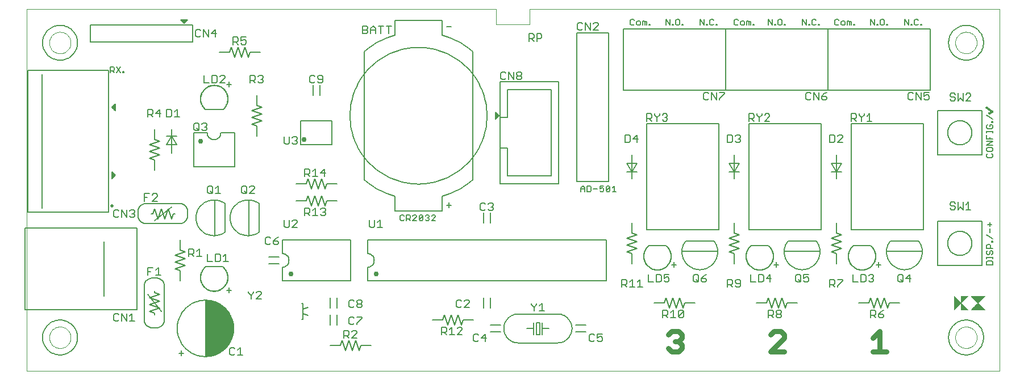
<source format=gto>
G75*
G70*
%OFA0B0*%
%FSLAX24Y24*%
%IPPOS*%
%LPD*%
%AMOC8*
5,1,8,0,0,1.08239X$1,22.5*
%
%ADD10C,0.0000*%
%ADD11C,0.0060*%
%ADD12C,0.0050*%
%ADD13C,0.0020*%
%ADD14C,0.0080*%
%ADD15C,0.0300*%
%ADD16R,0.0001X0.0104*%
%ADD17R,0.0001X0.0106*%
%ADD18R,0.0001X0.0107*%
%ADD19R,0.0001X0.0108*%
%ADD20R,0.0001X0.0109*%
%ADD21R,0.0001X0.0110*%
%ADD22R,0.0001X0.0113*%
%ADD23R,0.0001X0.0115*%
%ADD24R,0.0001X0.0116*%
%ADD25R,0.0001X0.0119*%
%ADD26R,0.0001X0.0121*%
%ADD27R,0.0001X0.0124*%
%ADD28R,0.0001X0.0125*%
%ADD29R,0.0001X0.0126*%
%ADD30R,0.0001X0.0127*%
%ADD31R,0.0001X0.0128*%
%ADD32R,0.0001X0.0130*%
%ADD33R,0.0001X0.0132*%
%ADD34R,0.0001X0.0133*%
%ADD35R,0.0001X0.0134*%
%ADD36R,0.0001X0.0136*%
%ADD37R,0.0001X0.0137*%
%ADD38R,0.0001X0.0138*%
%ADD39R,0.0001X0.0140*%
%ADD40R,0.0001X0.0143*%
%ADD41R,0.0001X0.0144*%
%ADD42R,0.0001X0.0145*%
%ADD43R,0.0001X0.0146*%
%ADD44R,0.0001X0.0149*%
%ADD45R,0.0001X0.0151*%
%ADD46R,0.0001X0.0154*%
%ADD47R,0.0001X0.0155*%
%ADD48R,0.0001X0.0156*%
%ADD49R,0.0001X0.0157*%
%ADD50R,0.0001X0.0160*%
%ADD51R,0.0001X0.0161*%
%ADD52R,0.0001X0.0162*%
%ADD53R,0.0001X0.0163*%
%ADD54R,0.0001X0.0166*%
%ADD55R,0.0001X0.0168*%
%ADD56R,0.0001X0.0169*%
%ADD57R,0.0001X0.0172*%
%ADD58R,0.0001X0.0174*%
%ADD59R,0.0001X0.0175*%
%ADD60R,0.0001X0.0176*%
%ADD61R,0.0001X0.0178*%
%ADD62R,0.0001X0.0179*%
%ADD63R,0.0001X0.0180*%
%ADD64R,0.0001X0.0182*%
%ADD65R,0.0001X0.0184*%
%ADD66R,0.0001X0.0186*%
%ADD67R,0.0001X0.0188*%
%ADD68R,0.0001X0.0191*%
%ADD69R,0.0001X0.0192*%
%ADD70R,0.0001X0.0193*%
%ADD71R,0.0001X0.0194*%
%ADD72R,0.0001X0.0197*%
%ADD73R,0.0001X0.0198*%
%ADD74R,0.0001X0.0199*%
%ADD75R,0.0001X0.0200*%
%ADD76R,0.0001X0.0203*%
%ADD77R,0.0001X0.0205*%
%ADD78R,0.0001X0.0206*%
%ADD79R,0.0001X0.0208*%
%ADD80R,0.0001X0.0209*%
%ADD81R,0.0001X0.0211*%
%ADD82R,0.0001X0.0102*%
%ADD83R,0.0001X0.0101*%
%ADD84R,0.0001X0.0109*%
%ADD85R,0.0001X0.0108*%
%ADD86R,0.0001X0.0112*%
%ADD87R,0.0001X0.0113*%
%ADD88R,0.0001X0.0114*%
%ADD89R,0.0001X0.0097*%
%ADD90R,0.0001X0.0094*%
%ADD91R,0.0001X0.0090*%
%ADD92R,0.0001X0.0088*%
%ADD93R,0.0001X0.0085*%
%ADD94R,0.0001X0.0082*%
%ADD95R,0.0001X0.0114*%
%ADD96R,0.0001X0.0078*%
%ADD97R,0.0001X0.0074*%
%ADD98R,0.0001X0.0072*%
%ADD99R,0.0001X0.0068*%
%ADD100R,0.0001X0.0065*%
%ADD101R,0.0001X0.0061*%
%ADD102R,0.0001X0.0059*%
%ADD103R,0.0001X0.0056*%
%ADD104R,0.0001X0.0053*%
%ADD105R,0.0001X0.0049*%
%ADD106R,0.0001X0.0046*%
%ADD107R,0.0001X0.0043*%
%ADD108R,0.0001X0.0040*%
%ADD109R,0.0001X0.0036*%
%ADD110R,0.0001X0.0032*%
%ADD111R,0.0001X0.0030*%
%ADD112R,0.0001X0.0026*%
%ADD113R,0.0001X0.0024*%
%ADD114R,0.0001X0.0020*%
%ADD115R,0.0001X0.0017*%
%ADD116R,0.0001X0.0014*%
%ADD117R,0.0001X0.0011*%
%ADD118R,0.0001X0.0007*%
%ADD119R,0.0001X0.0004*%
%ADD120R,0.0001X0.0001*%
%ADD121R,0.0001X0.0118*%
%ADD122R,0.0001X0.0119*%
%ADD123R,0.0001X0.0118*%
%ADD124R,0.0001X0.0120*%
%ADD125R,0.0001X0.0103*%
%ADD126R,0.0001X0.0100*%
%ADD127R,0.0001X0.0094*%
%ADD128R,0.0001X0.0091*%
%ADD129R,0.0001X0.0083*%
%ADD130R,0.0001X0.0079*%
%ADD131R,0.0001X0.0077*%
%ADD132R,0.0001X0.0076*%
%ADD133R,0.0001X0.0073*%
%ADD134R,0.0001X0.0071*%
%ADD135R,0.0001X0.0068*%
%ADD136R,0.0001X0.0062*%
%ADD137R,0.0001X0.0059*%
%ADD138R,0.0001X0.0054*%
%ADD139R,0.0001X0.0052*%
%ADD140R,0.0001X0.0048*%
%ADD141R,0.0001X0.0044*%
%ADD142R,0.0001X0.0042*%
%ADD143R,0.0001X0.0037*%
%ADD144R,0.0001X0.0034*%
%ADD145R,0.0001X0.0031*%
%ADD146R,0.0001X0.0029*%
%ADD147R,0.0001X0.0028*%
%ADD148R,0.0001X0.0025*%
%ADD149R,0.0001X0.0023*%
%ADD150R,0.0001X0.0019*%
%ADD151R,0.0001X0.0014*%
%ADD152R,0.0001X0.0012*%
%ADD153R,0.0001X0.0008*%
%ADD154R,0.0001X0.0006*%
%ADD155R,0.0001X0.0002*%
%ADD156C,0.0010*%
%ADD157C,0.0300*%
%ADD158C,0.0200*%
D10*
X000232Y000101D02*
X000232Y021361D01*
X027791Y021361D01*
X027791Y020455D01*
X029759Y020455D01*
X029759Y021361D01*
X057318Y021361D01*
X057318Y000101D01*
X000232Y000101D01*
X001570Y002069D02*
X001572Y002119D01*
X001578Y002169D01*
X001588Y002218D01*
X001602Y002266D01*
X001619Y002313D01*
X001640Y002358D01*
X001665Y002402D01*
X001693Y002443D01*
X001725Y002482D01*
X001759Y002519D01*
X001796Y002553D01*
X001836Y002583D01*
X001878Y002610D01*
X001922Y002634D01*
X001968Y002655D01*
X002015Y002671D01*
X002063Y002684D01*
X002113Y002693D01*
X002162Y002698D01*
X002213Y002699D01*
X002263Y002696D01*
X002312Y002689D01*
X002361Y002678D01*
X002409Y002663D01*
X002455Y002645D01*
X002500Y002623D01*
X002543Y002597D01*
X002584Y002568D01*
X002623Y002536D01*
X002659Y002501D01*
X002691Y002463D01*
X002721Y002423D01*
X002748Y002380D01*
X002771Y002336D01*
X002790Y002290D01*
X002806Y002242D01*
X002818Y002193D01*
X002826Y002144D01*
X002830Y002094D01*
X002830Y002044D01*
X002826Y001994D01*
X002818Y001945D01*
X002806Y001896D01*
X002790Y001848D01*
X002771Y001802D01*
X002748Y001758D01*
X002721Y001715D01*
X002691Y001675D01*
X002659Y001637D01*
X002623Y001602D01*
X002584Y001570D01*
X002543Y001541D01*
X002500Y001515D01*
X002455Y001493D01*
X002409Y001475D01*
X002361Y001460D01*
X002312Y001449D01*
X002263Y001442D01*
X002213Y001439D01*
X002162Y001440D01*
X002113Y001445D01*
X002063Y001454D01*
X002015Y001467D01*
X001968Y001483D01*
X001922Y001504D01*
X001878Y001528D01*
X001836Y001555D01*
X001796Y001585D01*
X001759Y001619D01*
X001725Y001656D01*
X001693Y001695D01*
X001665Y001736D01*
X001640Y001780D01*
X001619Y001825D01*
X001602Y001872D01*
X001588Y001920D01*
X001578Y001969D01*
X001572Y002019D01*
X001570Y002069D01*
X001570Y019392D02*
X001572Y019442D01*
X001578Y019492D01*
X001588Y019541D01*
X001602Y019589D01*
X001619Y019636D01*
X001640Y019681D01*
X001665Y019725D01*
X001693Y019766D01*
X001725Y019805D01*
X001759Y019842D01*
X001796Y019876D01*
X001836Y019906D01*
X001878Y019933D01*
X001922Y019957D01*
X001968Y019978D01*
X002015Y019994D01*
X002063Y020007D01*
X002113Y020016D01*
X002162Y020021D01*
X002213Y020022D01*
X002263Y020019D01*
X002312Y020012D01*
X002361Y020001D01*
X002409Y019986D01*
X002455Y019968D01*
X002500Y019946D01*
X002543Y019920D01*
X002584Y019891D01*
X002623Y019859D01*
X002659Y019824D01*
X002691Y019786D01*
X002721Y019746D01*
X002748Y019703D01*
X002771Y019659D01*
X002790Y019613D01*
X002806Y019565D01*
X002818Y019516D01*
X002826Y019467D01*
X002830Y019417D01*
X002830Y019367D01*
X002826Y019317D01*
X002818Y019268D01*
X002806Y019219D01*
X002790Y019171D01*
X002771Y019125D01*
X002748Y019081D01*
X002721Y019038D01*
X002691Y018998D01*
X002659Y018960D01*
X002623Y018925D01*
X002584Y018893D01*
X002543Y018864D01*
X002500Y018838D01*
X002455Y018816D01*
X002409Y018798D01*
X002361Y018783D01*
X002312Y018772D01*
X002263Y018765D01*
X002213Y018762D01*
X002162Y018763D01*
X002113Y018768D01*
X002063Y018777D01*
X002015Y018790D01*
X001968Y018806D01*
X001922Y018827D01*
X001878Y018851D01*
X001836Y018878D01*
X001796Y018908D01*
X001759Y018942D01*
X001725Y018979D01*
X001693Y019018D01*
X001665Y019059D01*
X001640Y019103D01*
X001619Y019148D01*
X001602Y019195D01*
X001588Y019243D01*
X001578Y019292D01*
X001572Y019342D01*
X001570Y019392D01*
X054720Y019392D02*
X054722Y019442D01*
X054728Y019492D01*
X054738Y019541D01*
X054752Y019589D01*
X054769Y019636D01*
X054790Y019681D01*
X054815Y019725D01*
X054843Y019766D01*
X054875Y019805D01*
X054909Y019842D01*
X054946Y019876D01*
X054986Y019906D01*
X055028Y019933D01*
X055072Y019957D01*
X055118Y019978D01*
X055165Y019994D01*
X055213Y020007D01*
X055263Y020016D01*
X055312Y020021D01*
X055363Y020022D01*
X055413Y020019D01*
X055462Y020012D01*
X055511Y020001D01*
X055559Y019986D01*
X055605Y019968D01*
X055650Y019946D01*
X055693Y019920D01*
X055734Y019891D01*
X055773Y019859D01*
X055809Y019824D01*
X055841Y019786D01*
X055871Y019746D01*
X055898Y019703D01*
X055921Y019659D01*
X055940Y019613D01*
X055956Y019565D01*
X055968Y019516D01*
X055976Y019467D01*
X055980Y019417D01*
X055980Y019367D01*
X055976Y019317D01*
X055968Y019268D01*
X055956Y019219D01*
X055940Y019171D01*
X055921Y019125D01*
X055898Y019081D01*
X055871Y019038D01*
X055841Y018998D01*
X055809Y018960D01*
X055773Y018925D01*
X055734Y018893D01*
X055693Y018864D01*
X055650Y018838D01*
X055605Y018816D01*
X055559Y018798D01*
X055511Y018783D01*
X055462Y018772D01*
X055413Y018765D01*
X055363Y018762D01*
X055312Y018763D01*
X055263Y018768D01*
X055213Y018777D01*
X055165Y018790D01*
X055118Y018806D01*
X055072Y018827D01*
X055028Y018851D01*
X054986Y018878D01*
X054946Y018908D01*
X054909Y018942D01*
X054875Y018979D01*
X054843Y019018D01*
X054815Y019059D01*
X054790Y019103D01*
X054769Y019148D01*
X054752Y019195D01*
X054738Y019243D01*
X054728Y019292D01*
X054722Y019342D01*
X054720Y019392D01*
X054720Y002069D02*
X054722Y002119D01*
X054728Y002169D01*
X054738Y002218D01*
X054752Y002266D01*
X054769Y002313D01*
X054790Y002358D01*
X054815Y002402D01*
X054843Y002443D01*
X054875Y002482D01*
X054909Y002519D01*
X054946Y002553D01*
X054986Y002583D01*
X055028Y002610D01*
X055072Y002634D01*
X055118Y002655D01*
X055165Y002671D01*
X055213Y002684D01*
X055263Y002693D01*
X055312Y002698D01*
X055363Y002699D01*
X055413Y002696D01*
X055462Y002689D01*
X055511Y002678D01*
X055559Y002663D01*
X055605Y002645D01*
X055650Y002623D01*
X055693Y002597D01*
X055734Y002568D01*
X055773Y002536D01*
X055809Y002501D01*
X055841Y002463D01*
X055871Y002423D01*
X055898Y002380D01*
X055921Y002336D01*
X055940Y002290D01*
X055956Y002242D01*
X055968Y002193D01*
X055976Y002144D01*
X055980Y002094D01*
X055980Y002044D01*
X055976Y001994D01*
X055968Y001945D01*
X055956Y001896D01*
X055940Y001848D01*
X055921Y001802D01*
X055898Y001758D01*
X055871Y001715D01*
X055841Y001675D01*
X055809Y001637D01*
X055773Y001602D01*
X055734Y001570D01*
X055693Y001541D01*
X055650Y001515D01*
X055605Y001493D01*
X055559Y001475D01*
X055511Y001460D01*
X055462Y001449D01*
X055413Y001442D01*
X055363Y001439D01*
X055312Y001440D01*
X055263Y001445D01*
X055213Y001454D01*
X055165Y001467D01*
X055118Y001483D01*
X055072Y001504D01*
X055028Y001528D01*
X054986Y001555D01*
X054946Y001585D01*
X054909Y001619D01*
X054875Y001656D01*
X054843Y001695D01*
X054815Y001736D01*
X054790Y001780D01*
X054769Y001825D01*
X054752Y001872D01*
X054738Y001920D01*
X054728Y001969D01*
X054722Y002019D01*
X054720Y002069D01*
D11*
X050516Y003304D02*
X050442Y003231D01*
X050296Y003231D01*
X050222Y003304D01*
X050222Y003451D01*
X050442Y003451D01*
X050516Y003378D01*
X050516Y003304D01*
X050369Y003598D02*
X050222Y003451D01*
X050055Y003451D02*
X049982Y003378D01*
X049762Y003378D01*
X049909Y003378D02*
X050055Y003231D01*
X050055Y003451D02*
X050055Y003598D01*
X049982Y003671D01*
X049762Y003671D01*
X049762Y003231D01*
X050369Y003598D02*
X050516Y003671D01*
X048116Y005398D02*
X047822Y005104D01*
X047822Y005031D01*
X047655Y005031D02*
X047509Y005178D01*
X047582Y005178D02*
X047362Y005178D01*
X047362Y005031D02*
X047362Y005471D01*
X047582Y005471D01*
X047655Y005398D01*
X047655Y005251D01*
X047582Y005178D01*
X048116Y005398D02*
X048116Y005471D01*
X047822Y005471D01*
X048712Y005331D02*
X049005Y005331D01*
X049172Y005331D02*
X049392Y005331D01*
X049466Y005404D01*
X049466Y005698D01*
X049392Y005771D01*
X049172Y005771D01*
X049172Y005331D01*
X048712Y005331D02*
X048712Y005771D01*
X049633Y005698D02*
X049706Y005771D01*
X049853Y005771D01*
X049926Y005698D01*
X049926Y005624D01*
X049853Y005551D01*
X049926Y005478D01*
X049926Y005404D01*
X049853Y005331D01*
X049706Y005331D01*
X049633Y005404D01*
X049779Y005551D02*
X049853Y005551D01*
X051362Y005404D02*
X051435Y005331D01*
X051582Y005331D01*
X051655Y005404D01*
X051655Y005698D01*
X051582Y005771D01*
X051435Y005771D01*
X051362Y005698D01*
X051362Y005404D01*
X051509Y005478D02*
X051655Y005331D01*
X051822Y005551D02*
X052116Y005551D01*
X052042Y005771D02*
X051822Y005551D01*
X052042Y005331D02*
X052042Y005771D01*
X056562Y006331D02*
X056562Y006501D01*
X056618Y006558D01*
X056845Y006558D01*
X056902Y006501D01*
X056902Y006331D01*
X056562Y006331D01*
X056562Y006699D02*
X056562Y006813D01*
X056562Y006756D02*
X056902Y006756D01*
X056902Y006699D02*
X056902Y006813D01*
X056845Y006945D02*
X056902Y007001D01*
X056902Y007115D01*
X056845Y007171D01*
X056788Y007171D01*
X056732Y007115D01*
X056732Y007001D01*
X056675Y006945D01*
X056618Y006945D01*
X056562Y007001D01*
X056562Y007115D01*
X056618Y007171D01*
X056562Y007313D02*
X056562Y007483D01*
X056618Y007540D01*
X056732Y007540D01*
X056788Y007483D01*
X056788Y007313D01*
X056902Y007313D02*
X056562Y007313D01*
X056845Y007681D02*
X056845Y007738D01*
X056902Y007738D01*
X056902Y007681D01*
X056845Y007681D01*
X056902Y007865D02*
X056562Y008092D01*
X056732Y008234D02*
X056732Y008461D01*
X056732Y008602D02*
X056732Y008829D01*
X056845Y008715D02*
X056618Y008715D01*
X055626Y009581D02*
X055333Y009581D01*
X055479Y009581D02*
X055479Y010021D01*
X055333Y009874D01*
X055166Y010021D02*
X055166Y009581D01*
X055019Y009728D01*
X054872Y009581D01*
X054872Y010021D01*
X054705Y009948D02*
X054632Y010021D01*
X054485Y010021D01*
X054412Y009948D01*
X054412Y009874D01*
X054485Y009801D01*
X054632Y009801D01*
X054705Y009728D01*
X054705Y009654D01*
X054632Y009581D01*
X054485Y009581D01*
X054412Y009654D01*
X056618Y012631D02*
X056845Y012631D01*
X056902Y012687D01*
X056902Y012801D01*
X056845Y012858D01*
X056845Y012999D02*
X056902Y013056D01*
X056902Y013169D01*
X056845Y013226D01*
X056618Y013226D01*
X056562Y013169D01*
X056562Y013056D01*
X056618Y012999D01*
X056845Y012999D01*
X056618Y012858D02*
X056562Y012801D01*
X056562Y012687D01*
X056618Y012631D01*
X056562Y013367D02*
X056902Y013594D01*
X056562Y013594D01*
X056562Y013736D02*
X056562Y013963D01*
X056562Y014104D02*
X056562Y014217D01*
X056562Y014161D02*
X056902Y014161D01*
X056902Y014217D02*
X056902Y014104D01*
X056845Y014350D02*
X056902Y014406D01*
X056902Y014520D01*
X056845Y014576D01*
X056732Y014576D01*
X056732Y014463D01*
X056845Y014350D02*
X056618Y014350D01*
X056562Y014406D01*
X056562Y014520D01*
X056618Y014576D01*
X056845Y014718D02*
X056845Y014775D01*
X056902Y014775D01*
X056902Y014718D01*
X056845Y014718D01*
X056902Y014902D02*
X056562Y015129D01*
X055626Y015981D02*
X055333Y015981D01*
X055626Y016274D01*
X055626Y016348D01*
X055553Y016421D01*
X055406Y016421D01*
X055333Y016348D01*
X055166Y016421D02*
X055166Y015981D01*
X055019Y016128D01*
X054872Y015981D01*
X054872Y016421D01*
X054705Y016348D02*
X054632Y016421D01*
X054485Y016421D01*
X054412Y016348D01*
X054412Y016274D01*
X054485Y016201D01*
X054632Y016201D01*
X054705Y016128D01*
X054705Y016054D01*
X054632Y015981D01*
X054485Y015981D01*
X054412Y016054D01*
X053176Y016104D02*
X053103Y016031D01*
X052956Y016031D01*
X052883Y016104D01*
X052883Y016251D02*
X053029Y016324D01*
X053103Y016324D01*
X053176Y016251D01*
X053176Y016104D01*
X052883Y016251D02*
X052883Y016471D01*
X053176Y016471D01*
X052716Y016471D02*
X052716Y016031D01*
X052422Y016471D01*
X052422Y016031D01*
X052255Y016104D02*
X052182Y016031D01*
X052035Y016031D01*
X051962Y016104D01*
X051962Y016398D01*
X052035Y016471D01*
X052182Y016471D01*
X052255Y016398D01*
X049679Y015221D02*
X049679Y014781D01*
X049533Y014781D02*
X049826Y014781D01*
X049533Y015074D02*
X049679Y015221D01*
X049366Y015221D02*
X049366Y015148D01*
X049219Y015001D01*
X049219Y014781D01*
X049219Y015001D02*
X049072Y015148D01*
X049072Y015221D01*
X048905Y015148D02*
X048905Y015001D01*
X048832Y014928D01*
X048612Y014928D01*
X048759Y014928D02*
X048905Y014781D01*
X048612Y014781D02*
X048612Y015221D01*
X048832Y015221D01*
X048905Y015148D01*
X047176Y016104D02*
X047176Y016178D01*
X047103Y016251D01*
X046883Y016251D01*
X046883Y016104D01*
X046956Y016031D01*
X047103Y016031D01*
X047176Y016104D01*
X046883Y016251D02*
X047029Y016398D01*
X047176Y016471D01*
X046716Y016471D02*
X046716Y016031D01*
X046422Y016471D01*
X046422Y016031D01*
X046255Y016104D02*
X046182Y016031D01*
X046035Y016031D01*
X045962Y016104D01*
X045962Y016398D01*
X046035Y016471D01*
X046182Y016471D01*
X046255Y016398D01*
X043826Y015148D02*
X043753Y015221D01*
X043606Y015221D01*
X043533Y015148D01*
X043366Y015148D02*
X043366Y015221D01*
X043366Y015148D02*
X043219Y015001D01*
X043219Y014781D01*
X043219Y015001D02*
X043072Y015148D01*
X043072Y015221D01*
X042905Y015148D02*
X042905Y015001D01*
X042832Y014928D01*
X042612Y014928D01*
X042759Y014928D02*
X042905Y014781D01*
X042612Y014781D02*
X042612Y015221D01*
X042832Y015221D01*
X042905Y015148D01*
X043533Y014781D02*
X043826Y015074D01*
X043826Y015148D01*
X043826Y014781D02*
X043533Y014781D01*
X042116Y013898D02*
X042116Y013824D01*
X042042Y013751D01*
X042116Y013678D01*
X042116Y013604D01*
X042042Y013531D01*
X041896Y013531D01*
X041822Y013604D01*
X041655Y013604D02*
X041655Y013898D01*
X041582Y013971D01*
X041362Y013971D01*
X041362Y013531D01*
X041582Y013531D01*
X041655Y013604D01*
X041822Y013898D02*
X041896Y013971D01*
X042042Y013971D01*
X042116Y013898D01*
X042042Y013751D02*
X041969Y013751D01*
X037826Y014854D02*
X037753Y014781D01*
X037606Y014781D01*
X037533Y014854D01*
X037679Y015001D02*
X037753Y015001D01*
X037826Y014928D01*
X037826Y014854D01*
X037753Y015001D02*
X037826Y015074D01*
X037826Y015148D01*
X037753Y015221D01*
X037606Y015221D01*
X037533Y015148D01*
X037366Y015148D02*
X037366Y015221D01*
X037366Y015148D02*
X037219Y015001D01*
X037219Y014781D01*
X037219Y015001D02*
X037072Y015148D01*
X037072Y015221D01*
X036905Y015148D02*
X036905Y015001D01*
X036832Y014928D01*
X036612Y014928D01*
X036759Y014928D02*
X036905Y014781D01*
X036612Y014781D02*
X036612Y015221D01*
X036832Y015221D01*
X036905Y015148D01*
X039962Y016104D02*
X040035Y016031D01*
X040182Y016031D01*
X040255Y016104D01*
X040422Y016031D02*
X040422Y016471D01*
X040716Y016031D01*
X040716Y016471D01*
X040883Y016471D02*
X041176Y016471D01*
X041176Y016398D01*
X040883Y016104D01*
X040883Y016031D01*
X040255Y016398D02*
X040182Y016471D01*
X040035Y016471D01*
X039962Y016398D01*
X039962Y016104D01*
X036042Y013971D02*
X035822Y013751D01*
X036116Y013751D01*
X036042Y013531D02*
X036042Y013971D01*
X035655Y013898D02*
X035582Y013971D01*
X035362Y013971D01*
X035362Y013531D01*
X035582Y013531D01*
X035655Y013604D01*
X035655Y013898D01*
X034717Y010971D02*
X034717Y010631D01*
X034830Y010631D02*
X034603Y010631D01*
X034462Y010687D02*
X034405Y010631D01*
X034292Y010631D01*
X034235Y010687D01*
X034462Y010914D01*
X034462Y010687D01*
X034603Y010858D02*
X034717Y010971D01*
X034462Y010914D02*
X034405Y010971D01*
X034292Y010971D01*
X034235Y010914D01*
X034235Y010687D01*
X034094Y010687D02*
X034037Y010631D01*
X033923Y010631D01*
X033867Y010687D01*
X033867Y010801D02*
X033980Y010858D01*
X034037Y010858D01*
X034094Y010801D01*
X034094Y010687D01*
X033867Y010801D02*
X033867Y010971D01*
X034094Y010971D01*
X033725Y010801D02*
X033498Y010801D01*
X033357Y010914D02*
X033300Y010971D01*
X033130Y010971D01*
X033130Y010631D01*
X033300Y010631D01*
X033357Y010687D01*
X033357Y010914D01*
X032989Y010858D02*
X032989Y010631D01*
X032989Y010801D02*
X032762Y010801D01*
X032762Y010858D02*
X032875Y010971D01*
X032989Y010858D01*
X032762Y010858D02*
X032762Y010631D01*
X027616Y009898D02*
X027616Y009824D01*
X027542Y009751D01*
X027616Y009678D01*
X027616Y009604D01*
X027542Y009531D01*
X027396Y009531D01*
X027322Y009604D01*
X027155Y009604D02*
X027082Y009531D01*
X026935Y009531D01*
X026862Y009604D01*
X026862Y009898D01*
X026935Y009971D01*
X027082Y009971D01*
X027155Y009898D01*
X027322Y009898D02*
X027396Y009971D01*
X027542Y009971D01*
X027616Y009898D01*
X027542Y009751D02*
X027469Y009751D01*
X024230Y009214D02*
X024230Y009158D01*
X024003Y008931D01*
X024230Y008931D01*
X023862Y008987D02*
X023805Y008931D01*
X023692Y008931D01*
X023635Y008987D01*
X023494Y008987D02*
X023437Y008931D01*
X023323Y008931D01*
X023267Y008987D01*
X023494Y009214D01*
X023494Y008987D01*
X023267Y008987D02*
X023267Y009214D01*
X023323Y009271D01*
X023437Y009271D01*
X023494Y009214D01*
X023635Y009214D02*
X023692Y009271D01*
X023805Y009271D01*
X023862Y009214D01*
X023862Y009158D01*
X023805Y009101D01*
X023862Y009044D01*
X023862Y008987D01*
X023805Y009101D02*
X023748Y009101D01*
X024003Y009214D02*
X024060Y009271D01*
X024173Y009271D01*
X024230Y009214D01*
X023125Y009214D02*
X023125Y009158D01*
X022898Y008931D01*
X023125Y008931D01*
X022757Y008931D02*
X022644Y009044D01*
X022700Y009044D02*
X022530Y009044D01*
X022530Y008931D02*
X022530Y009271D01*
X022700Y009271D01*
X022757Y009214D01*
X022757Y009101D01*
X022700Y009044D01*
X022898Y009214D02*
X022955Y009271D01*
X023069Y009271D01*
X023125Y009214D01*
X022389Y009214D02*
X022332Y009271D01*
X022219Y009271D01*
X022162Y009214D01*
X022162Y008987D01*
X022219Y008931D01*
X022332Y008931D01*
X022389Y008987D01*
X021116Y008531D02*
X020822Y008531D01*
X020969Y008531D02*
X020969Y008971D01*
X020822Y008824D01*
X020655Y008971D02*
X020655Y008604D01*
X020582Y008531D01*
X020435Y008531D01*
X020362Y008604D01*
X020362Y008971D01*
X017776Y009304D02*
X017703Y009231D01*
X017556Y009231D01*
X017483Y009304D01*
X017316Y009231D02*
X017022Y009231D01*
X017169Y009231D02*
X017169Y009671D01*
X017022Y009524D01*
X016855Y009451D02*
X016782Y009378D01*
X016562Y009378D01*
X016709Y009378D02*
X016855Y009231D01*
X016855Y009451D02*
X016855Y009598D01*
X016782Y009671D01*
X016562Y009671D01*
X016562Y009231D01*
X016116Y008898D02*
X016042Y008971D01*
X015896Y008971D01*
X015822Y008898D01*
X015655Y008971D02*
X015655Y008604D01*
X015582Y008531D01*
X015435Y008531D01*
X015362Y008604D01*
X015362Y008971D01*
X015822Y008531D02*
X016116Y008824D01*
X016116Y008898D01*
X016116Y008531D02*
X015822Y008531D01*
X015016Y007971D02*
X014869Y007898D01*
X014722Y007751D01*
X014942Y007751D01*
X015016Y007678D01*
X015016Y007604D01*
X014942Y007531D01*
X014796Y007531D01*
X014722Y007604D01*
X014722Y007751D01*
X014555Y007898D02*
X014482Y007971D01*
X014335Y007971D01*
X014262Y007898D01*
X014262Y007604D01*
X014335Y007531D01*
X014482Y007531D01*
X014555Y007604D01*
X011929Y006971D02*
X011929Y006531D01*
X011783Y006531D02*
X012076Y006531D01*
X011616Y006604D02*
X011616Y006898D01*
X011542Y006971D01*
X011322Y006971D01*
X011322Y006531D01*
X011542Y006531D01*
X011616Y006604D01*
X011783Y006824D02*
X011929Y006971D01*
X011155Y006531D02*
X010862Y006531D01*
X010862Y006971D01*
X010516Y006831D02*
X010222Y006831D01*
X010369Y006831D02*
X010369Y007271D01*
X010222Y007124D01*
X010055Y007051D02*
X009982Y006978D01*
X009762Y006978D01*
X009909Y006978D02*
X010055Y006831D01*
X010055Y007051D02*
X010055Y007198D01*
X009982Y007271D01*
X009762Y007271D01*
X009762Y006831D01*
X007969Y006171D02*
X007969Y005731D01*
X007822Y005731D02*
X008116Y005731D01*
X007822Y006024D02*
X007969Y006171D01*
X007655Y006171D02*
X007362Y006171D01*
X007362Y005731D01*
X007362Y005951D02*
X007509Y005951D01*
X013262Y004771D02*
X013262Y004698D01*
X013409Y004551D01*
X013409Y004331D01*
X013409Y004551D02*
X013555Y004698D01*
X013555Y004771D01*
X013722Y004698D02*
X013796Y004771D01*
X013942Y004771D01*
X014016Y004698D01*
X014016Y004624D01*
X013722Y004331D01*
X014016Y004331D01*
X018862Y002471D02*
X019082Y002471D01*
X019155Y002398D01*
X019155Y002251D01*
X019082Y002178D01*
X018862Y002178D01*
X019009Y002178D02*
X019155Y002031D01*
X019322Y002031D02*
X019616Y002324D01*
X019616Y002398D01*
X019542Y002471D01*
X019396Y002471D01*
X019322Y002398D01*
X019322Y002031D02*
X019616Y002031D01*
X018862Y002031D02*
X018862Y002471D01*
X019235Y002831D02*
X019382Y002831D01*
X019455Y002904D01*
X019622Y002904D02*
X019622Y002831D01*
X019622Y002904D02*
X019916Y003198D01*
X019916Y003271D01*
X019622Y003271D01*
X019455Y003198D02*
X019382Y003271D01*
X019235Y003271D01*
X019162Y003198D01*
X019162Y002904D01*
X019235Y002831D01*
X019235Y003831D02*
X019382Y003831D01*
X019455Y003904D01*
X019622Y003904D02*
X019622Y003978D01*
X019696Y004051D01*
X019842Y004051D01*
X019916Y003978D01*
X019916Y003904D01*
X019842Y003831D01*
X019696Y003831D01*
X019622Y003904D01*
X019696Y004051D02*
X019622Y004124D01*
X019622Y004198D01*
X019696Y004271D01*
X019842Y004271D01*
X019916Y004198D01*
X019916Y004124D01*
X019842Y004051D01*
X019455Y004198D02*
X019382Y004271D01*
X019235Y004271D01*
X019162Y004198D01*
X019162Y003904D01*
X019235Y003831D01*
X024581Y002671D02*
X024581Y002231D01*
X024581Y002378D02*
X024801Y002378D01*
X024874Y002451D01*
X024874Y002598D01*
X024801Y002671D01*
X024581Y002671D01*
X025041Y002524D02*
X025188Y002671D01*
X025188Y002231D01*
X025041Y002231D02*
X025335Y002231D01*
X025501Y002231D02*
X025795Y002524D01*
X025795Y002598D01*
X025722Y002671D01*
X025575Y002671D01*
X025501Y002598D01*
X025501Y002231D02*
X025795Y002231D01*
X024874Y002231D02*
X024727Y002378D01*
X026462Y002198D02*
X026462Y001904D01*
X026535Y001831D01*
X026682Y001831D01*
X026755Y001904D01*
X026922Y002051D02*
X027216Y002051D01*
X027142Y001831D02*
X027142Y002271D01*
X026922Y002051D01*
X026755Y002198D02*
X026682Y002271D01*
X026535Y002271D01*
X026462Y002198D01*
X029582Y002601D02*
X029982Y002601D01*
X029982Y002951D01*
X030132Y002951D02*
X030332Y002951D01*
X030332Y002251D01*
X030132Y002251D01*
X030132Y002951D01*
X030482Y002951D02*
X030482Y002601D01*
X030882Y002601D01*
X030482Y002601D02*
X030482Y002251D01*
X029982Y002251D02*
X029982Y002601D01*
X030009Y003631D02*
X030009Y003851D01*
X030155Y003998D01*
X030155Y004071D01*
X030322Y003924D02*
X030469Y004071D01*
X030469Y003631D01*
X030322Y003631D02*
X030616Y003631D01*
X030009Y003851D02*
X029862Y003998D01*
X029862Y004071D01*
X026216Y004124D02*
X025922Y003831D01*
X026216Y003831D01*
X026216Y004124D02*
X026216Y004198D01*
X026142Y004271D01*
X025996Y004271D01*
X025922Y004198D01*
X025755Y004198D02*
X025682Y004271D01*
X025535Y004271D01*
X025462Y004198D01*
X025462Y003904D01*
X025535Y003831D01*
X025682Y003831D01*
X025755Y003904D01*
X033262Y002198D02*
X033262Y001904D01*
X033335Y001831D01*
X033482Y001831D01*
X033555Y001904D01*
X033722Y001904D02*
X033796Y001831D01*
X033942Y001831D01*
X034016Y001904D01*
X034016Y002051D01*
X033942Y002124D01*
X033869Y002124D01*
X033722Y002051D01*
X033722Y002271D01*
X034016Y002271D01*
X033555Y002198D02*
X033482Y002271D01*
X033335Y002271D01*
X033262Y002198D01*
X037562Y003231D02*
X037562Y003671D01*
X037782Y003671D01*
X037855Y003598D01*
X037855Y003451D01*
X037782Y003378D01*
X037562Y003378D01*
X037709Y003378D02*
X037855Y003231D01*
X038022Y003231D02*
X038316Y003231D01*
X038169Y003231D02*
X038169Y003671D01*
X038022Y003524D01*
X038483Y003598D02*
X038483Y003304D01*
X038776Y003598D01*
X038776Y003304D01*
X038703Y003231D01*
X038556Y003231D01*
X038483Y003304D01*
X038483Y003598D02*
X038556Y003671D01*
X038703Y003671D01*
X038776Y003598D01*
X036376Y005031D02*
X036083Y005031D01*
X036229Y005031D02*
X036229Y005471D01*
X036083Y005324D01*
X035916Y005031D02*
X035622Y005031D01*
X035769Y005031D02*
X035769Y005471D01*
X035622Y005324D01*
X035455Y005251D02*
X035382Y005178D01*
X035162Y005178D01*
X035309Y005178D02*
X035455Y005031D01*
X035455Y005251D02*
X035455Y005398D01*
X035382Y005471D01*
X035162Y005471D01*
X035162Y005031D01*
X036712Y005331D02*
X037005Y005331D01*
X037172Y005331D02*
X037392Y005331D01*
X037466Y005404D01*
X037466Y005698D01*
X037392Y005771D01*
X037172Y005771D01*
X037172Y005331D01*
X036712Y005331D02*
X036712Y005771D01*
X037633Y005771D02*
X037633Y005551D01*
X037779Y005624D01*
X037853Y005624D01*
X037926Y005551D01*
X037926Y005404D01*
X037853Y005331D01*
X037706Y005331D01*
X037633Y005404D01*
X037633Y005771D02*
X037926Y005771D01*
X039362Y005698D02*
X039362Y005404D01*
X039435Y005331D01*
X039582Y005331D01*
X039655Y005404D01*
X039655Y005698D01*
X039582Y005771D01*
X039435Y005771D01*
X039362Y005698D01*
X039509Y005478D02*
X039655Y005331D01*
X039822Y005404D02*
X039896Y005331D01*
X040042Y005331D01*
X040116Y005404D01*
X040116Y005478D01*
X040042Y005551D01*
X039822Y005551D01*
X039822Y005404D01*
X039822Y005551D02*
X039969Y005698D01*
X040116Y005771D01*
X041362Y005471D02*
X041362Y005031D01*
X041362Y005178D02*
X041582Y005178D01*
X041655Y005251D01*
X041655Y005398D01*
X041582Y005471D01*
X041362Y005471D01*
X041822Y005398D02*
X041896Y005471D01*
X042042Y005471D01*
X042116Y005398D01*
X042116Y005104D01*
X042042Y005031D01*
X041896Y005031D01*
X041822Y005104D01*
X041896Y005251D02*
X042116Y005251D01*
X041896Y005251D02*
X041822Y005324D01*
X041822Y005398D01*
X041509Y005178D02*
X041655Y005031D01*
X042712Y005331D02*
X043005Y005331D01*
X043172Y005331D02*
X043392Y005331D01*
X043466Y005404D01*
X043466Y005698D01*
X043392Y005771D01*
X043172Y005771D01*
X043172Y005331D01*
X042712Y005331D02*
X042712Y005771D01*
X043633Y005551D02*
X043926Y005551D01*
X043853Y005331D02*
X043853Y005771D01*
X043633Y005551D01*
X045362Y005404D02*
X045362Y005698D01*
X045435Y005771D01*
X045582Y005771D01*
X045655Y005698D01*
X045655Y005404D01*
X045582Y005331D01*
X045435Y005331D01*
X045362Y005404D01*
X045509Y005478D02*
X045655Y005331D01*
X045822Y005404D02*
X045896Y005331D01*
X046042Y005331D01*
X046116Y005404D01*
X046116Y005551D01*
X046042Y005624D01*
X045969Y005624D01*
X045822Y005551D01*
X045822Y005771D01*
X046116Y005771D01*
X044442Y003671D02*
X044516Y003598D01*
X044516Y003524D01*
X044442Y003451D01*
X044296Y003451D01*
X044222Y003524D01*
X044222Y003598D01*
X044296Y003671D01*
X044442Y003671D01*
X044442Y003451D02*
X044516Y003378D01*
X044516Y003304D01*
X044442Y003231D01*
X044296Y003231D01*
X044222Y003304D01*
X044222Y003378D01*
X044296Y003451D01*
X044055Y003451D02*
X044055Y003598D01*
X043982Y003671D01*
X043762Y003671D01*
X043762Y003231D01*
X043762Y003378D02*
X043982Y003378D01*
X044055Y003451D01*
X043909Y003378D02*
X044055Y003231D01*
X017776Y009304D02*
X017776Y009378D01*
X017703Y009451D01*
X017629Y009451D01*
X017703Y009451D02*
X017776Y009524D01*
X017776Y009598D01*
X017703Y009671D01*
X017556Y009671D01*
X017483Y009598D01*
X013616Y010531D02*
X013322Y010531D01*
X013616Y010824D01*
X013616Y010898D01*
X013542Y010971D01*
X013396Y010971D01*
X013322Y010898D01*
X013155Y010898D02*
X013155Y010604D01*
X013082Y010531D01*
X012935Y010531D01*
X012862Y010604D01*
X012862Y010898D01*
X012935Y010971D01*
X013082Y010971D01*
X013155Y010898D01*
X013009Y010678D02*
X013155Y010531D01*
X011616Y010531D02*
X011322Y010531D01*
X011469Y010531D02*
X011469Y010971D01*
X011322Y010824D01*
X011155Y010898D02*
X011155Y010604D01*
X011082Y010531D01*
X010935Y010531D01*
X010862Y010604D01*
X010862Y010898D01*
X010935Y010971D01*
X011082Y010971D01*
X011155Y010898D01*
X011009Y010678D02*
X011155Y010531D01*
X007916Y010448D02*
X007842Y010521D01*
X007696Y010521D01*
X007622Y010448D01*
X007455Y010521D02*
X007162Y010521D01*
X007162Y010081D01*
X007162Y010301D02*
X007309Y010301D01*
X007622Y010081D02*
X007916Y010374D01*
X007916Y010448D01*
X007916Y010081D02*
X007622Y010081D01*
X006576Y009498D02*
X006576Y009424D01*
X006503Y009351D01*
X006576Y009278D01*
X006576Y009204D01*
X006503Y009131D01*
X006356Y009131D01*
X006283Y009204D01*
X006116Y009131D02*
X006116Y009571D01*
X006283Y009498D02*
X006356Y009571D01*
X006503Y009571D01*
X006576Y009498D01*
X006503Y009351D02*
X006429Y009351D01*
X006116Y009131D02*
X005822Y009571D01*
X005822Y009131D01*
X005655Y009204D02*
X005582Y009131D01*
X005435Y009131D01*
X005362Y009204D01*
X005362Y009498D01*
X005435Y009571D01*
X005582Y009571D01*
X005655Y009498D01*
X015362Y013504D02*
X015435Y013431D01*
X015582Y013431D01*
X015655Y013504D01*
X015655Y013871D01*
X015822Y013798D02*
X015896Y013871D01*
X016042Y013871D01*
X016116Y013798D01*
X016116Y013724D01*
X016042Y013651D01*
X016116Y013578D01*
X016116Y013504D01*
X016042Y013431D01*
X015896Y013431D01*
X015822Y013504D01*
X015969Y013651D02*
X016042Y013651D01*
X015362Y013504D02*
X015362Y013871D01*
X010816Y014304D02*
X010742Y014231D01*
X010596Y014231D01*
X010522Y014304D01*
X010355Y014304D02*
X010282Y014231D01*
X010135Y014231D01*
X010062Y014304D01*
X010062Y014598D01*
X010135Y014671D01*
X010282Y014671D01*
X010355Y014598D01*
X010355Y014304D01*
X010355Y014231D02*
X010209Y014378D01*
X010522Y014598D02*
X010596Y014671D01*
X010742Y014671D01*
X010816Y014598D01*
X010816Y014524D01*
X010742Y014451D01*
X010816Y014378D01*
X010816Y014304D01*
X010742Y014451D02*
X010669Y014451D01*
X009216Y015031D02*
X008922Y015031D01*
X009069Y015031D02*
X009069Y015471D01*
X008922Y015324D01*
X008755Y015398D02*
X008682Y015471D01*
X008462Y015471D01*
X008462Y015031D01*
X008682Y015031D01*
X008755Y015104D01*
X008755Y015398D01*
X008116Y015251D02*
X007822Y015251D01*
X008042Y015471D01*
X008042Y015031D01*
X007655Y015031D02*
X007509Y015178D01*
X007582Y015178D02*
X007362Y015178D01*
X007362Y015031D02*
X007362Y015471D01*
X007582Y015471D01*
X007655Y015398D01*
X007655Y015251D01*
X007582Y015178D01*
X010662Y017031D02*
X010955Y017031D01*
X011122Y017031D02*
X011342Y017031D01*
X011416Y017104D01*
X011416Y017398D01*
X011342Y017471D01*
X011122Y017471D01*
X011122Y017031D01*
X010662Y017031D02*
X010662Y017471D01*
X011583Y017398D02*
X011656Y017471D01*
X011803Y017471D01*
X011876Y017398D01*
X011876Y017324D01*
X011583Y017031D01*
X011876Y017031D01*
X013362Y017031D02*
X013362Y017471D01*
X013582Y017471D01*
X013655Y017398D01*
X013655Y017251D01*
X013582Y017178D01*
X013362Y017178D01*
X013509Y017178D02*
X013655Y017031D01*
X013822Y017104D02*
X013896Y017031D01*
X014042Y017031D01*
X014116Y017104D01*
X014116Y017178D01*
X014042Y017251D01*
X013969Y017251D01*
X014042Y017251D02*
X014116Y017324D01*
X014116Y017398D01*
X014042Y017471D01*
X013896Y017471D01*
X013822Y017398D01*
X016862Y017398D02*
X016862Y017104D01*
X016935Y017031D01*
X017082Y017031D01*
X017155Y017104D01*
X017322Y017104D02*
X017396Y017031D01*
X017542Y017031D01*
X017616Y017104D01*
X017616Y017398D01*
X017542Y017471D01*
X017396Y017471D01*
X017322Y017398D01*
X017322Y017324D01*
X017396Y017251D01*
X017616Y017251D01*
X017155Y017398D02*
X017082Y017471D01*
X016935Y017471D01*
X016862Y017398D01*
X013116Y019354D02*
X013042Y019281D01*
X012896Y019281D01*
X012822Y019354D01*
X012822Y019501D02*
X012969Y019574D01*
X013042Y019574D01*
X013116Y019501D01*
X013116Y019354D01*
X012822Y019501D02*
X012822Y019721D01*
X013116Y019721D01*
X012655Y019648D02*
X012655Y019501D01*
X012582Y019428D01*
X012362Y019428D01*
X012509Y019428D02*
X012655Y019281D01*
X012362Y019281D02*
X012362Y019721D01*
X012582Y019721D01*
X012655Y019648D01*
X011376Y019951D02*
X011083Y019951D01*
X011303Y020171D01*
X011303Y019731D01*
X010916Y019731D02*
X010916Y020171D01*
X010622Y020171D02*
X010916Y019731D01*
X010622Y019731D02*
X010622Y020171D01*
X010455Y020098D02*
X010382Y020171D01*
X010235Y020171D01*
X010162Y020098D01*
X010162Y019804D01*
X010235Y019731D01*
X010382Y019731D01*
X010455Y019804D01*
X005757Y017971D02*
X005530Y017631D01*
X005389Y017631D02*
X005275Y017744D01*
X005332Y017744D02*
X005162Y017744D01*
X005162Y017631D02*
X005162Y017971D01*
X005332Y017971D01*
X005389Y017914D01*
X005389Y017801D01*
X005332Y017744D01*
X005530Y017971D02*
X005757Y017631D01*
X005898Y017631D02*
X005955Y017631D01*
X005955Y017687D01*
X005898Y017687D01*
X005898Y017631D01*
X019962Y019931D02*
X020182Y019931D01*
X020255Y020004D01*
X020255Y020078D01*
X020182Y020151D01*
X019962Y020151D01*
X020182Y020151D02*
X020255Y020224D01*
X020255Y020298D01*
X020182Y020371D01*
X019962Y020371D01*
X019962Y019931D01*
X020422Y019931D02*
X020422Y020224D01*
X020569Y020371D01*
X020716Y020224D01*
X020716Y019931D01*
X020716Y020151D02*
X020422Y020151D01*
X020883Y020371D02*
X021176Y020371D01*
X021029Y020371D02*
X021029Y019931D01*
X021490Y019931D02*
X021490Y020371D01*
X021636Y020371D02*
X021343Y020371D01*
X028062Y017598D02*
X028062Y017304D01*
X028135Y017231D01*
X028282Y017231D01*
X028355Y017304D01*
X028522Y017231D02*
X028522Y017671D01*
X028816Y017231D01*
X028816Y017671D01*
X028983Y017598D02*
X028983Y017524D01*
X029056Y017451D01*
X029203Y017451D01*
X029276Y017378D01*
X029276Y017304D01*
X029203Y017231D01*
X029056Y017231D01*
X028983Y017304D01*
X028983Y017378D01*
X029056Y017451D01*
X029203Y017451D02*
X029276Y017524D01*
X029276Y017598D01*
X029203Y017671D01*
X029056Y017671D01*
X028983Y017598D01*
X028355Y017598D02*
X028282Y017671D01*
X028135Y017671D01*
X028062Y017598D01*
X029705Y019481D02*
X029705Y019921D01*
X029925Y019921D01*
X029999Y019848D01*
X029999Y019701D01*
X029925Y019628D01*
X029705Y019628D01*
X029852Y019628D02*
X029999Y019481D01*
X030165Y019481D02*
X030165Y019921D01*
X030386Y019921D01*
X030459Y019848D01*
X030459Y019701D01*
X030386Y019628D01*
X030165Y019628D01*
X032562Y020204D02*
X032562Y020498D01*
X032635Y020571D01*
X032782Y020571D01*
X032855Y020498D01*
X033022Y020571D02*
X033022Y020131D01*
X032855Y020204D02*
X032782Y020131D01*
X032635Y020131D01*
X032562Y020204D01*
X033022Y020571D02*
X033316Y020131D01*
X033316Y020571D01*
X033483Y020498D02*
X033556Y020571D01*
X033703Y020571D01*
X033776Y020498D01*
X033776Y020424D01*
X033483Y020131D01*
X033776Y020131D01*
X047362Y013971D02*
X047582Y013971D01*
X047655Y013898D01*
X047655Y013604D01*
X047582Y013531D01*
X047362Y013531D01*
X047362Y013971D01*
X047822Y013898D02*
X047896Y013971D01*
X048042Y013971D01*
X048116Y013898D01*
X048116Y013824D01*
X047822Y013531D01*
X048116Y013531D01*
X056562Y013367D02*
X056902Y013367D01*
X056902Y013736D02*
X056562Y013736D01*
X056732Y013736D02*
X056732Y013849D01*
X017776Y011751D02*
X017483Y011751D01*
X017703Y011971D01*
X017703Y011531D01*
X017316Y011531D02*
X017022Y011531D01*
X017169Y011531D02*
X017169Y011971D01*
X017022Y011824D01*
X016855Y011898D02*
X016855Y011751D01*
X016782Y011678D01*
X016562Y011678D01*
X016709Y011678D02*
X016855Y011531D01*
X016562Y011531D02*
X016562Y011971D01*
X016782Y011971D01*
X016855Y011898D01*
X006429Y003471D02*
X006283Y003324D01*
X006429Y003471D02*
X006429Y003031D01*
X006283Y003031D02*
X006576Y003031D01*
X006116Y003031D02*
X006116Y003471D01*
X005822Y003471D02*
X006116Y003031D01*
X005822Y003031D02*
X005822Y003471D01*
X005655Y003398D02*
X005582Y003471D01*
X005435Y003471D01*
X005362Y003398D01*
X005362Y003104D01*
X005435Y003031D01*
X005582Y003031D01*
X005655Y003104D01*
X012162Y001398D02*
X012162Y001104D01*
X012235Y001031D01*
X012382Y001031D01*
X012455Y001104D01*
X012622Y001031D02*
X012916Y001031D01*
X012769Y001031D02*
X012769Y001471D01*
X012622Y001324D01*
X012455Y001398D02*
X012382Y001471D01*
X012235Y001471D01*
X012162Y001398D01*
D12*
X012011Y001557D02*
X010732Y001557D01*
X010732Y001509D02*
X011969Y001509D01*
X011926Y001460D02*
X010732Y001460D01*
X010732Y001411D02*
X011878Y001411D01*
X011901Y001432D02*
X011738Y001289D01*
X011559Y001169D01*
X011365Y001073D01*
X011160Y001004D01*
X010948Y000961D01*
X010732Y000947D01*
X010732Y004254D01*
X010948Y004240D01*
X011160Y004198D01*
X011365Y004128D01*
X011559Y004033D01*
X010732Y004033D01*
X010732Y004081D02*
X011460Y004081D01*
X011559Y004033D02*
X011738Y003913D01*
X011901Y003770D01*
X012044Y003607D01*
X012164Y003428D01*
X012259Y003234D01*
X012329Y003029D01*
X012371Y002817D01*
X012385Y002601D01*
X012371Y002385D01*
X012329Y002173D01*
X012259Y001968D01*
X012164Y001774D01*
X012044Y001594D01*
X011901Y001432D01*
X011823Y001363D02*
X010732Y001363D01*
X010732Y001314D02*
X011767Y001314D01*
X011704Y001266D02*
X010732Y001266D01*
X010732Y001217D02*
X011631Y001217D01*
X011559Y001169D02*
X010732Y001169D01*
X010732Y001120D02*
X011460Y001120D01*
X011360Y001072D02*
X010732Y001072D01*
X010732Y001023D02*
X011217Y001023D01*
X011014Y000975D02*
X010732Y000975D01*
X010732Y001606D02*
X012051Y001606D01*
X012084Y001654D02*
X010732Y001654D01*
X010732Y001703D02*
X012116Y001703D01*
X012149Y001751D02*
X010732Y001751D01*
X010732Y001800D02*
X012177Y001800D01*
X012201Y001848D02*
X010732Y001848D01*
X010732Y001897D02*
X012224Y001897D01*
X012248Y001945D02*
X010732Y001945D01*
X010732Y001994D02*
X012268Y001994D01*
X012285Y002043D02*
X010732Y002043D01*
X010732Y002091D02*
X012301Y002091D01*
X012318Y002140D02*
X010732Y002140D01*
X010732Y002188D02*
X012332Y002188D01*
X012342Y002237D02*
X010732Y002237D01*
X010732Y002285D02*
X012351Y002285D01*
X012361Y002334D02*
X010732Y002334D01*
X010732Y002382D02*
X012371Y002382D01*
X012374Y002431D02*
X010732Y002431D01*
X010732Y002479D02*
X012377Y002479D01*
X012381Y002528D02*
X010732Y002528D01*
X010732Y002576D02*
X012384Y002576D01*
X012384Y002625D02*
X010732Y002625D01*
X009078Y002601D02*
X009080Y002682D01*
X009086Y002763D01*
X009096Y002844D01*
X009110Y002924D01*
X009128Y003003D01*
X009149Y003081D01*
X009175Y003158D01*
X009204Y003234D01*
X009237Y003308D01*
X009273Y003381D01*
X009313Y003451D01*
X009357Y003520D01*
X009403Y003586D01*
X009453Y003650D01*
X009506Y003712D01*
X009562Y003771D01*
X009621Y003827D01*
X009683Y003880D01*
X009747Y003930D01*
X009813Y003976D01*
X009882Y004020D01*
X009952Y004060D01*
X010025Y004096D01*
X010099Y004129D01*
X010175Y004158D01*
X010252Y004184D01*
X010330Y004205D01*
X010409Y004223D01*
X010489Y004237D01*
X010570Y004247D01*
X010651Y004253D01*
X010732Y004255D01*
X010813Y004253D01*
X010894Y004247D01*
X010975Y004237D01*
X011055Y004223D01*
X011134Y004205D01*
X011212Y004184D01*
X011289Y004158D01*
X011365Y004129D01*
X011439Y004096D01*
X011512Y004060D01*
X011582Y004020D01*
X011651Y003976D01*
X011717Y003930D01*
X011781Y003880D01*
X011843Y003827D01*
X011902Y003771D01*
X011958Y003712D01*
X012011Y003650D01*
X012061Y003586D01*
X012107Y003520D01*
X012151Y003451D01*
X012191Y003381D01*
X012227Y003308D01*
X012260Y003234D01*
X012289Y003158D01*
X012315Y003081D01*
X012336Y003003D01*
X012354Y002924D01*
X012368Y002844D01*
X012378Y002763D01*
X012384Y002682D01*
X012386Y002601D01*
X012384Y002520D01*
X012378Y002439D01*
X012368Y002358D01*
X012354Y002278D01*
X012336Y002199D01*
X012315Y002121D01*
X012289Y002044D01*
X012260Y001968D01*
X012227Y001894D01*
X012191Y001821D01*
X012151Y001751D01*
X012107Y001682D01*
X012061Y001616D01*
X012011Y001552D01*
X011958Y001490D01*
X011902Y001431D01*
X011843Y001375D01*
X011781Y001322D01*
X011717Y001272D01*
X011651Y001226D01*
X011582Y001182D01*
X011512Y001142D01*
X011439Y001106D01*
X011365Y001073D01*
X011289Y001044D01*
X011212Y001018D01*
X011134Y000997D01*
X011055Y000979D01*
X010975Y000965D01*
X010894Y000955D01*
X010813Y000949D01*
X010732Y000947D01*
X010651Y000949D01*
X010570Y000955D01*
X010489Y000965D01*
X010409Y000979D01*
X010330Y000997D01*
X010252Y001018D01*
X010175Y001044D01*
X010099Y001073D01*
X010025Y001106D01*
X009952Y001142D01*
X009882Y001182D01*
X009813Y001226D01*
X009747Y001272D01*
X009683Y001322D01*
X009621Y001375D01*
X009562Y001431D01*
X009506Y001490D01*
X009453Y001552D01*
X009403Y001616D01*
X009357Y001682D01*
X009313Y001751D01*
X009273Y001821D01*
X009237Y001894D01*
X009204Y001968D01*
X009175Y002044D01*
X009149Y002121D01*
X009128Y002199D01*
X009110Y002278D01*
X009096Y002358D01*
X009086Y002439D01*
X009080Y002520D01*
X009078Y002601D01*
X007866Y002644D02*
X007598Y002644D01*
X007558Y002646D01*
X007519Y002651D01*
X007480Y002660D01*
X007442Y002672D01*
X007405Y002687D01*
X007369Y002705D01*
X007336Y002727D01*
X007304Y002751D01*
X007275Y002778D01*
X007248Y002807D01*
X007224Y002839D01*
X007202Y002873D01*
X007184Y002908D01*
X007169Y002945D01*
X007157Y002983D01*
X007148Y003022D01*
X007143Y003061D01*
X007141Y003101D01*
X007141Y005101D01*
X007143Y005141D01*
X007148Y005180D01*
X007157Y005219D01*
X007169Y005257D01*
X007184Y005294D01*
X007202Y005330D01*
X007224Y005363D01*
X007248Y005395D01*
X007275Y005424D01*
X007304Y005451D01*
X007336Y005475D01*
X007370Y005497D01*
X007405Y005515D01*
X007442Y005530D01*
X007480Y005542D01*
X007519Y005551D01*
X007558Y005556D01*
X007598Y005558D01*
X007598Y005557D02*
X007866Y005557D01*
X007866Y005558D02*
X007906Y005556D01*
X007945Y005551D01*
X007984Y005542D01*
X008022Y005530D01*
X008059Y005515D01*
X008095Y005497D01*
X008128Y005475D01*
X008160Y005451D01*
X008189Y005424D01*
X008216Y005395D01*
X008240Y005363D01*
X008262Y005329D01*
X008280Y005294D01*
X008295Y005257D01*
X008307Y005219D01*
X008316Y005180D01*
X008321Y005141D01*
X008323Y005101D01*
X008322Y005101D02*
X008322Y003101D01*
X008323Y003101D02*
X008321Y003061D01*
X008316Y003022D01*
X008307Y002983D01*
X008295Y002945D01*
X008280Y002908D01*
X008262Y002872D01*
X008240Y002839D01*
X008216Y002807D01*
X008189Y002778D01*
X008160Y002751D01*
X008128Y002727D01*
X008094Y002705D01*
X008059Y002687D01*
X008022Y002672D01*
X007984Y002660D01*
X007945Y002651D01*
X007906Y002646D01*
X007866Y002644D01*
X007732Y003401D02*
X007732Y003501D01*
X007432Y003601D01*
X008032Y003801D01*
X007432Y004001D01*
X008032Y004201D01*
X007432Y004401D01*
X008032Y004601D01*
X007732Y004701D01*
X007732Y004801D01*
X007332Y004601D02*
X008132Y003601D01*
X006712Y003699D02*
X000137Y003699D01*
X000137Y008502D01*
X006712Y008502D01*
X006712Y003699D01*
X004787Y004501D02*
X004787Y007701D01*
X007232Y008760D02*
X009232Y008760D01*
X008732Y009051D02*
X008832Y009351D01*
X008932Y009351D01*
X009232Y009942D02*
X009272Y009940D01*
X009311Y009935D01*
X009350Y009926D01*
X009388Y009914D01*
X009425Y009899D01*
X009461Y009881D01*
X009494Y009859D01*
X009526Y009835D01*
X009555Y009808D01*
X009582Y009779D01*
X009606Y009747D01*
X009628Y009713D01*
X009646Y009678D01*
X009661Y009641D01*
X009673Y009603D01*
X009682Y009564D01*
X009687Y009525D01*
X009689Y009485D01*
X009689Y009217D01*
X009687Y009177D01*
X009682Y009138D01*
X009673Y009099D01*
X009661Y009061D01*
X009646Y009024D01*
X009628Y008988D01*
X009606Y008955D01*
X009582Y008923D01*
X009555Y008894D01*
X009526Y008867D01*
X009494Y008843D01*
X009460Y008821D01*
X009425Y008803D01*
X009388Y008788D01*
X009350Y008776D01*
X009311Y008767D01*
X009272Y008762D01*
X009232Y008760D01*
X008732Y009051D02*
X008532Y009651D01*
X008332Y009051D01*
X008132Y009651D01*
X007932Y009051D01*
X007732Y009651D01*
X007632Y009351D01*
X007532Y009351D01*
X007232Y009942D02*
X007192Y009940D01*
X007153Y009935D01*
X007114Y009926D01*
X007076Y009914D01*
X007039Y009899D01*
X007004Y009881D01*
X006970Y009859D01*
X006938Y009835D01*
X006909Y009808D01*
X006882Y009779D01*
X006858Y009747D01*
X006836Y009714D01*
X006818Y009678D01*
X006803Y009641D01*
X006791Y009603D01*
X006782Y009564D01*
X006777Y009525D01*
X006775Y009485D01*
X006775Y009217D01*
X006777Y009177D01*
X006782Y009138D01*
X006791Y009099D01*
X006803Y009061D01*
X006818Y009024D01*
X006836Y008989D01*
X006858Y008955D01*
X006882Y008923D01*
X006909Y008894D01*
X006938Y008867D01*
X006970Y008843D01*
X007003Y008821D01*
X007039Y008803D01*
X007076Y008788D01*
X007114Y008776D01*
X007153Y008767D01*
X007192Y008762D01*
X007232Y008760D01*
X007732Y008951D02*
X008732Y009751D01*
X009232Y009941D02*
X007232Y009941D01*
X005035Y009428D02*
X000311Y009428D01*
X000311Y017774D01*
X005035Y017774D01*
X005035Y009428D01*
X001137Y009664D02*
X001137Y017538D01*
X001176Y019392D02*
X001178Y019456D01*
X001184Y019519D01*
X001194Y019582D01*
X001208Y019644D01*
X001225Y019705D01*
X001247Y019765D01*
X001272Y019824D01*
X001300Y019881D01*
X001332Y019936D01*
X001368Y019989D01*
X001407Y020039D01*
X001448Y020087D01*
X001493Y020133D01*
X001540Y020175D01*
X001590Y020215D01*
X001643Y020251D01*
X001697Y020284D01*
X001754Y020314D01*
X001812Y020340D01*
X001871Y020362D01*
X001932Y020380D01*
X001994Y020395D01*
X002057Y020406D01*
X002120Y020413D01*
X002184Y020416D01*
X002248Y020415D01*
X002311Y020410D01*
X002374Y020401D01*
X002437Y020388D01*
X002498Y020372D01*
X002559Y020351D01*
X002617Y020327D01*
X002675Y020299D01*
X002730Y020268D01*
X002784Y020233D01*
X002835Y020195D01*
X002884Y020154D01*
X002930Y020110D01*
X002973Y020064D01*
X003013Y020014D01*
X003050Y019963D01*
X003084Y019909D01*
X003115Y019853D01*
X003141Y019795D01*
X003165Y019736D01*
X003184Y019675D01*
X003200Y019613D01*
X003212Y019551D01*
X003220Y019487D01*
X003224Y019424D01*
X003224Y019360D01*
X003220Y019297D01*
X003212Y019233D01*
X003200Y019171D01*
X003184Y019109D01*
X003165Y019048D01*
X003141Y018989D01*
X003115Y018931D01*
X003084Y018875D01*
X003050Y018821D01*
X003013Y018770D01*
X002973Y018720D01*
X002930Y018674D01*
X002884Y018630D01*
X002835Y018589D01*
X002784Y018551D01*
X002730Y018516D01*
X002675Y018485D01*
X002617Y018457D01*
X002559Y018433D01*
X002498Y018412D01*
X002437Y018396D01*
X002374Y018383D01*
X002311Y018374D01*
X002248Y018369D01*
X002184Y018368D01*
X002120Y018371D01*
X002057Y018378D01*
X001994Y018389D01*
X001932Y018404D01*
X001871Y018422D01*
X001812Y018444D01*
X001754Y018470D01*
X001697Y018500D01*
X001643Y018533D01*
X001590Y018569D01*
X001540Y018609D01*
X001493Y018651D01*
X001448Y018697D01*
X001407Y018745D01*
X001368Y018795D01*
X001332Y018848D01*
X001300Y018903D01*
X001272Y018960D01*
X001247Y019019D01*
X001225Y019079D01*
X001208Y019140D01*
X001194Y019202D01*
X001184Y019265D01*
X001178Y019328D01*
X001176Y019392D01*
X003982Y019451D02*
X009982Y019451D01*
X009982Y020451D01*
X003982Y020451D01*
X003982Y019451D01*
X009282Y020751D02*
X009482Y020551D01*
X009682Y020751D01*
X009282Y020751D01*
X009301Y020732D02*
X009663Y020732D01*
X009614Y020683D02*
X009349Y020683D01*
X009398Y020635D02*
X009566Y020635D01*
X009517Y020586D02*
X009447Y020586D01*
X012232Y019151D02*
X012432Y018551D01*
X012632Y019151D01*
X012832Y018551D01*
X013032Y019151D01*
X013232Y018551D01*
X013332Y018851D01*
X013932Y018851D01*
X012232Y019151D02*
X012132Y018851D01*
X011532Y018851D01*
X017032Y016901D02*
X017032Y016301D01*
X017432Y016301D02*
X017432Y016901D01*
X014032Y015601D02*
X013732Y015701D01*
X013732Y016301D01*
X014032Y015601D02*
X013432Y015401D01*
X014032Y015201D01*
X013432Y015001D01*
X014032Y014801D01*
X013432Y014601D01*
X013732Y014501D01*
X013732Y013901D01*
X012432Y014101D02*
X012432Y012101D01*
X010032Y012101D01*
X010032Y014101D01*
X010832Y014101D01*
X010834Y014062D01*
X010840Y014023D01*
X010849Y013985D01*
X010862Y013948D01*
X010879Y013912D01*
X010899Y013879D01*
X010923Y013847D01*
X010949Y013818D01*
X010978Y013792D01*
X011010Y013768D01*
X011043Y013748D01*
X011079Y013731D01*
X011116Y013718D01*
X011154Y013709D01*
X011193Y013703D01*
X011232Y013701D01*
X011271Y013703D01*
X011310Y013709D01*
X011348Y013718D01*
X011385Y013731D01*
X011421Y013748D01*
X011454Y013768D01*
X011486Y013792D01*
X011515Y013818D01*
X011541Y013847D01*
X011565Y013879D01*
X011585Y013912D01*
X011602Y013948D01*
X011615Y013985D01*
X011624Y014023D01*
X011630Y014062D01*
X011632Y014101D01*
X012432Y014101D01*
X011742Y015481D02*
X011542Y015481D01*
X011732Y015481D02*
X010732Y015481D01*
X010722Y015481D02*
X010902Y015481D01*
X008732Y014301D02*
X008732Y013901D01*
X008432Y013401D01*
X009032Y013401D01*
X008732Y013901D01*
X008432Y013901D01*
X008732Y013901D02*
X009032Y013901D01*
X008732Y013901D02*
X008732Y012901D01*
X008032Y012801D02*
X007432Y013001D01*
X008032Y013201D01*
X007432Y013401D01*
X008032Y013601D01*
X007732Y013701D01*
X007732Y014301D01*
X005432Y015401D02*
X005232Y015601D01*
X005432Y015801D01*
X005432Y015401D01*
X005432Y015440D02*
X005392Y015440D01*
X005432Y015489D02*
X005344Y015489D01*
X005295Y015538D02*
X005432Y015538D01*
X005432Y015586D02*
X005246Y015586D01*
X005266Y015635D02*
X005432Y015635D01*
X005432Y015683D02*
X005314Y015683D01*
X005363Y015732D02*
X005432Y015732D01*
X005432Y015780D02*
X005411Y015780D01*
X007432Y012601D02*
X008032Y012801D01*
X007732Y012501D02*
X007432Y012601D01*
X007732Y012501D02*
X007732Y011901D01*
X005432Y011601D02*
X005232Y011401D01*
X005232Y011801D01*
X005432Y011601D01*
X005427Y011606D02*
X005232Y011606D01*
X005232Y011654D02*
X005379Y011654D01*
X005330Y011703D02*
X005232Y011703D01*
X005232Y011751D02*
X005281Y011751D01*
X005233Y011800D02*
X005232Y011800D01*
X005232Y011557D02*
X005388Y011557D01*
X005339Y011508D02*
X005232Y011508D01*
X005232Y011460D02*
X005291Y011460D01*
X005242Y011411D02*
X005232Y011411D01*
X011282Y010150D02*
X011282Y009654D01*
X011282Y009548D01*
X011282Y008654D01*
X011282Y008548D01*
X011282Y008052D01*
X011882Y008276D02*
X011882Y009926D01*
X013282Y010150D02*
X013282Y009654D01*
X013282Y009548D01*
X013282Y008654D01*
X013282Y008548D01*
X013282Y008052D01*
X013882Y008276D02*
X013882Y009926D01*
X016032Y010101D02*
X016632Y010101D01*
X016732Y010401D01*
X016932Y009801D01*
X017132Y010401D01*
X017332Y009801D01*
X017532Y010401D01*
X017732Y009801D01*
X017832Y010101D01*
X018432Y010101D01*
X017732Y010801D02*
X017532Y011401D01*
X017332Y010801D01*
X017132Y011401D01*
X016932Y010801D01*
X016732Y011401D01*
X016632Y011101D01*
X016032Y011101D01*
X017732Y010801D02*
X017832Y011101D01*
X018432Y011101D01*
X020063Y011321D02*
X020063Y018880D01*
X021854Y019825D02*
X021854Y020711D01*
X024610Y020711D01*
X024610Y019825D01*
X026401Y018880D02*
X026401Y011321D01*
X028000Y011101D02*
X028000Y013215D01*
X028452Y013215D01*
X028452Y011554D01*
X031011Y011554D01*
X031011Y016648D01*
X028452Y016648D01*
X028452Y014987D01*
X028000Y014987D01*
X028000Y017101D01*
X031464Y017101D01*
X031464Y011101D01*
X028000Y011101D01*
X024610Y010376D02*
X024610Y009491D01*
X021854Y009491D01*
X021854Y010376D01*
X027032Y009401D02*
X027032Y008801D01*
X027432Y008801D02*
X027432Y009401D01*
X032523Y011231D02*
X034374Y011231D01*
X034374Y019971D01*
X032523Y019971D01*
X032523Y011231D01*
X035432Y011801D02*
X035732Y011801D01*
X036032Y012301D01*
X035432Y012301D01*
X035732Y011801D01*
X036032Y011801D01*
X035732Y011801D02*
X035732Y011401D01*
X035732Y011801D02*
X035732Y012801D01*
X036606Y014632D02*
X040858Y014632D01*
X040858Y008412D01*
X036606Y008412D01*
X036606Y014632D01*
X035232Y016593D02*
X035232Y020215D01*
X041232Y020215D01*
X041232Y016593D01*
X035232Y016593D01*
X041232Y016593D02*
X041232Y020215D01*
X047232Y020215D01*
X047232Y016593D01*
X041232Y016593D01*
X042606Y014632D02*
X046858Y014632D01*
X046858Y008412D01*
X042606Y008412D01*
X042606Y014632D01*
X041732Y012801D02*
X041732Y011801D01*
X042032Y012301D01*
X041432Y012301D01*
X041732Y011801D01*
X042032Y011801D01*
X041732Y011801D02*
X041732Y011401D01*
X041732Y011801D02*
X041432Y011801D01*
X047432Y011801D02*
X047732Y011801D01*
X048032Y012301D01*
X047432Y012301D01*
X047732Y011801D01*
X048032Y011801D01*
X047732Y011801D02*
X047732Y011401D01*
X047732Y011801D02*
X047732Y012801D01*
X048606Y014632D02*
X052858Y014632D01*
X052858Y008412D01*
X048606Y008412D01*
X048606Y014632D01*
X047232Y016593D02*
X047232Y020215D01*
X053232Y020215D01*
X053232Y016593D01*
X047232Y016593D01*
X053683Y015400D02*
X053683Y012802D01*
X056281Y012802D01*
X056281Y015400D01*
X053683Y015400D01*
X054273Y014101D02*
X054275Y014154D01*
X054281Y014207D01*
X054291Y014259D01*
X054304Y014310D01*
X054322Y014360D01*
X054343Y014409D01*
X054368Y014456D01*
X054396Y014500D01*
X054428Y014543D01*
X054462Y014583D01*
X054500Y014621D01*
X054540Y014655D01*
X054583Y014687D01*
X054628Y014715D01*
X054674Y014740D01*
X054723Y014761D01*
X054773Y014779D01*
X054824Y014792D01*
X054876Y014802D01*
X054929Y014808D01*
X054982Y014810D01*
X055035Y014808D01*
X055088Y014802D01*
X055140Y014792D01*
X055191Y014779D01*
X055241Y014761D01*
X055290Y014740D01*
X055337Y014715D01*
X055381Y014687D01*
X055424Y014655D01*
X055464Y014621D01*
X055502Y014583D01*
X055536Y014543D01*
X055568Y014500D01*
X055596Y014455D01*
X055621Y014409D01*
X055642Y014360D01*
X055660Y014310D01*
X055673Y014259D01*
X055683Y014207D01*
X055689Y014154D01*
X055691Y014101D01*
X055689Y014048D01*
X055683Y013995D01*
X055673Y013943D01*
X055660Y013892D01*
X055642Y013842D01*
X055621Y013793D01*
X055596Y013746D01*
X055568Y013702D01*
X055536Y013659D01*
X055502Y013619D01*
X055464Y013581D01*
X055424Y013547D01*
X055381Y013515D01*
X055336Y013487D01*
X055290Y013462D01*
X055241Y013441D01*
X055191Y013423D01*
X055140Y013410D01*
X055088Y013400D01*
X055035Y013394D01*
X054982Y013392D01*
X054929Y013394D01*
X054876Y013400D01*
X054824Y013410D01*
X054773Y013423D01*
X054723Y013441D01*
X054674Y013462D01*
X054627Y013487D01*
X054583Y013515D01*
X054540Y013547D01*
X054500Y013581D01*
X054462Y013619D01*
X054428Y013659D01*
X054396Y013702D01*
X054368Y013747D01*
X054343Y013793D01*
X054322Y013842D01*
X054304Y013892D01*
X054291Y013943D01*
X054281Y013995D01*
X054275Y014048D01*
X054273Y014101D01*
X053683Y008900D02*
X053683Y006302D01*
X056281Y006302D01*
X056281Y008900D01*
X053683Y008900D01*
X052557Y007751D02*
X050907Y007751D01*
X049742Y007471D02*
X049562Y007471D01*
X049732Y007471D02*
X048732Y007471D01*
X048722Y007471D02*
X048922Y007471D01*
X048032Y007301D02*
X047432Y007501D01*
X048032Y007701D01*
X047432Y007901D01*
X048032Y008101D01*
X047732Y008201D01*
X047732Y008801D01*
X046557Y007751D02*
X044907Y007751D01*
X043742Y007471D02*
X043562Y007471D01*
X043732Y007471D02*
X042732Y007471D01*
X042722Y007471D02*
X042922Y007471D01*
X042032Y007301D02*
X041432Y007501D01*
X042032Y007701D01*
X041432Y007901D01*
X042032Y008101D01*
X041732Y008201D01*
X041732Y008801D01*
X040557Y007751D02*
X038907Y007751D01*
X037742Y007471D02*
X037562Y007471D01*
X037732Y007471D02*
X036732Y007471D01*
X036722Y007471D02*
X036922Y007471D01*
X036032Y007301D02*
X035432Y007501D01*
X036032Y007701D01*
X035432Y007901D01*
X036032Y008101D01*
X035732Y008201D01*
X035732Y008801D01*
X034232Y007801D02*
X020232Y007801D01*
X020232Y007001D01*
X020271Y006999D01*
X020310Y006993D01*
X020348Y006984D01*
X020385Y006971D01*
X020421Y006954D01*
X020454Y006934D01*
X020486Y006910D01*
X020515Y006884D01*
X020541Y006855D01*
X020565Y006823D01*
X020585Y006790D01*
X020602Y006754D01*
X020615Y006717D01*
X020624Y006679D01*
X020630Y006640D01*
X020632Y006601D01*
X020630Y006562D01*
X020624Y006523D01*
X020615Y006485D01*
X020602Y006448D01*
X020585Y006412D01*
X020565Y006379D01*
X020541Y006347D01*
X020515Y006318D01*
X020486Y006292D01*
X020454Y006268D01*
X020421Y006248D01*
X020385Y006231D01*
X020348Y006218D01*
X020310Y006209D01*
X020271Y006203D01*
X020232Y006201D01*
X020232Y005401D01*
X034232Y005401D01*
X034232Y007801D01*
X035432Y007101D02*
X036032Y007301D01*
X035732Y007001D02*
X035432Y007101D01*
X035732Y007001D02*
X035732Y006401D01*
X038683Y007151D02*
X039179Y007151D01*
X039285Y007151D01*
X040179Y007151D01*
X040285Y007151D01*
X040781Y007151D01*
X041432Y007101D02*
X042032Y007301D01*
X041732Y007001D02*
X041432Y007101D01*
X041732Y007001D02*
X041732Y006401D01*
X040682Y007548D02*
X040655Y007602D01*
X040625Y007653D01*
X040592Y007703D01*
X040557Y007751D01*
X038683Y007151D02*
X038682Y007087D01*
X038685Y007023D01*
X038692Y006959D01*
X038702Y006896D01*
X038717Y006834D01*
X038735Y006773D01*
X038757Y006712D01*
X038782Y006654D01*
X038778Y007539D02*
X038805Y007595D01*
X038836Y007649D01*
X038870Y007701D01*
X038907Y007751D01*
X038782Y006654D02*
X038811Y006597D01*
X038844Y006541D01*
X038879Y006488D01*
X038919Y006437D01*
X038961Y006389D01*
X039006Y006343D01*
X039053Y006300D01*
X039103Y006260D01*
X039156Y006223D01*
X039211Y006190D01*
X039267Y006159D01*
X039326Y006133D01*
X039386Y006110D01*
X039447Y006090D01*
X039509Y006075D01*
X039572Y006063D01*
X039636Y006055D01*
X039700Y006051D01*
X039764Y006051D01*
X039828Y006055D01*
X039892Y006063D01*
X039955Y006075D01*
X040017Y006090D01*
X040078Y006110D01*
X040138Y006133D01*
X040197Y006159D01*
X040253Y006190D01*
X040308Y006223D01*
X040361Y006260D01*
X040411Y006300D01*
X040458Y006343D01*
X040503Y006389D01*
X040545Y006437D01*
X040585Y006488D01*
X040620Y006541D01*
X040653Y006597D01*
X040682Y006654D01*
X040707Y006712D01*
X040729Y006773D01*
X040747Y006834D01*
X040762Y006896D01*
X040772Y006959D01*
X040779Y007023D01*
X040782Y007087D01*
X040781Y007151D01*
X038782Y007548D02*
X038758Y007494D01*
X038738Y007439D01*
X038721Y007383D01*
X038706Y007326D01*
X038695Y007268D01*
X038688Y007210D01*
X038683Y007151D01*
X040682Y007548D02*
X040706Y007494D01*
X040726Y007439D01*
X040743Y007383D01*
X040758Y007326D01*
X040769Y007268D01*
X040776Y007210D01*
X040781Y007151D01*
X044683Y007151D02*
X045179Y007151D01*
X045285Y007151D01*
X046179Y007151D01*
X046285Y007151D01*
X046781Y007151D01*
X047432Y007101D02*
X048032Y007301D01*
X047732Y007001D02*
X047432Y007101D01*
X047732Y007001D02*
X047732Y006401D01*
X046682Y007548D02*
X046655Y007602D01*
X046625Y007653D01*
X046592Y007703D01*
X046557Y007751D01*
X044683Y007151D02*
X044682Y007087D01*
X044685Y007023D01*
X044692Y006959D01*
X044702Y006896D01*
X044717Y006834D01*
X044735Y006773D01*
X044757Y006712D01*
X044782Y006654D01*
X044778Y007539D02*
X044805Y007595D01*
X044836Y007649D01*
X044870Y007701D01*
X044907Y007751D01*
X044782Y006654D02*
X044811Y006597D01*
X044844Y006541D01*
X044879Y006488D01*
X044919Y006437D01*
X044961Y006389D01*
X045006Y006343D01*
X045053Y006300D01*
X045103Y006260D01*
X045156Y006223D01*
X045211Y006190D01*
X045267Y006159D01*
X045326Y006133D01*
X045386Y006110D01*
X045447Y006090D01*
X045509Y006075D01*
X045572Y006063D01*
X045636Y006055D01*
X045700Y006051D01*
X045764Y006051D01*
X045828Y006055D01*
X045892Y006063D01*
X045955Y006075D01*
X046017Y006090D01*
X046078Y006110D01*
X046138Y006133D01*
X046197Y006159D01*
X046253Y006190D01*
X046308Y006223D01*
X046361Y006260D01*
X046411Y006300D01*
X046458Y006343D01*
X046503Y006389D01*
X046545Y006437D01*
X046585Y006488D01*
X046620Y006541D01*
X046653Y006597D01*
X046682Y006654D01*
X046707Y006712D01*
X046729Y006773D01*
X046747Y006834D01*
X046762Y006896D01*
X046772Y006959D01*
X046779Y007023D01*
X046782Y007087D01*
X046781Y007151D01*
X044782Y007548D02*
X044758Y007494D01*
X044738Y007439D01*
X044721Y007383D01*
X044706Y007326D01*
X044695Y007268D01*
X044688Y007210D01*
X044683Y007151D01*
X046682Y007548D02*
X046706Y007494D01*
X046726Y007439D01*
X046743Y007383D01*
X046758Y007326D01*
X046769Y007268D01*
X046776Y007210D01*
X046781Y007151D01*
X050683Y007151D02*
X051179Y007151D01*
X051285Y007151D01*
X052179Y007151D01*
X052285Y007151D01*
X052781Y007151D01*
X052682Y007548D02*
X052655Y007602D01*
X052625Y007653D01*
X052592Y007703D01*
X052557Y007751D01*
X050683Y007151D02*
X050682Y007087D01*
X050685Y007023D01*
X050692Y006959D01*
X050702Y006896D01*
X050717Y006834D01*
X050735Y006773D01*
X050757Y006712D01*
X050782Y006654D01*
X050778Y007539D02*
X050805Y007595D01*
X050836Y007649D01*
X050870Y007701D01*
X050907Y007751D01*
X050782Y006654D02*
X050811Y006597D01*
X050844Y006541D01*
X050879Y006488D01*
X050919Y006437D01*
X050961Y006389D01*
X051006Y006343D01*
X051053Y006300D01*
X051103Y006260D01*
X051156Y006223D01*
X051211Y006190D01*
X051267Y006159D01*
X051326Y006133D01*
X051386Y006110D01*
X051447Y006090D01*
X051509Y006075D01*
X051572Y006063D01*
X051636Y006055D01*
X051700Y006051D01*
X051764Y006051D01*
X051828Y006055D01*
X051892Y006063D01*
X051955Y006075D01*
X052017Y006090D01*
X052078Y006110D01*
X052138Y006133D01*
X052197Y006159D01*
X052253Y006190D01*
X052308Y006223D01*
X052361Y006260D01*
X052411Y006300D01*
X052458Y006343D01*
X052503Y006389D01*
X052545Y006437D01*
X052585Y006488D01*
X052620Y006541D01*
X052653Y006597D01*
X052682Y006654D01*
X052707Y006712D01*
X052729Y006773D01*
X052747Y006834D01*
X052762Y006896D01*
X052772Y006959D01*
X052779Y007023D01*
X052782Y007087D01*
X052781Y007151D01*
X050782Y007548D02*
X050758Y007494D01*
X050738Y007439D01*
X050721Y007383D01*
X050706Y007326D01*
X050695Y007268D01*
X050688Y007210D01*
X050683Y007151D01*
X052682Y007548D02*
X052706Y007494D01*
X052726Y007439D01*
X052743Y007383D01*
X052758Y007326D01*
X052769Y007268D01*
X052776Y007210D01*
X052781Y007151D01*
X054273Y007601D02*
X054275Y007654D01*
X054281Y007707D01*
X054291Y007759D01*
X054304Y007810D01*
X054322Y007860D01*
X054343Y007909D01*
X054368Y007956D01*
X054396Y008000D01*
X054428Y008043D01*
X054462Y008083D01*
X054500Y008121D01*
X054540Y008155D01*
X054583Y008187D01*
X054628Y008215D01*
X054674Y008240D01*
X054723Y008261D01*
X054773Y008279D01*
X054824Y008292D01*
X054876Y008302D01*
X054929Y008308D01*
X054982Y008310D01*
X055035Y008308D01*
X055088Y008302D01*
X055140Y008292D01*
X055191Y008279D01*
X055241Y008261D01*
X055290Y008240D01*
X055337Y008215D01*
X055381Y008187D01*
X055424Y008155D01*
X055464Y008121D01*
X055502Y008083D01*
X055536Y008043D01*
X055568Y008000D01*
X055596Y007955D01*
X055621Y007909D01*
X055642Y007860D01*
X055660Y007810D01*
X055673Y007759D01*
X055683Y007707D01*
X055689Y007654D01*
X055691Y007601D01*
X055689Y007548D01*
X055683Y007495D01*
X055673Y007443D01*
X055660Y007392D01*
X055642Y007342D01*
X055621Y007293D01*
X055596Y007246D01*
X055568Y007202D01*
X055536Y007159D01*
X055502Y007119D01*
X055464Y007081D01*
X055424Y007047D01*
X055381Y007015D01*
X055336Y006987D01*
X055290Y006962D01*
X055241Y006941D01*
X055191Y006923D01*
X055140Y006910D01*
X055088Y006900D01*
X055035Y006894D01*
X054982Y006892D01*
X054929Y006894D01*
X054876Y006900D01*
X054824Y006910D01*
X054773Y006923D01*
X054723Y006941D01*
X054674Y006962D01*
X054627Y006987D01*
X054583Y007015D01*
X054540Y007047D01*
X054500Y007081D01*
X054462Y007119D01*
X054428Y007159D01*
X054396Y007202D01*
X054368Y007247D01*
X054343Y007293D01*
X054322Y007342D01*
X054304Y007392D01*
X054291Y007443D01*
X054281Y007495D01*
X054275Y007548D01*
X054273Y007601D01*
X050532Y004401D02*
X050732Y003801D01*
X050832Y004101D01*
X051432Y004101D01*
X050532Y004401D02*
X050332Y003801D01*
X050132Y004401D01*
X049932Y003801D01*
X049732Y004401D01*
X049632Y004101D01*
X049032Y004101D01*
X045432Y004101D02*
X044832Y004101D01*
X044732Y003801D01*
X044532Y004401D01*
X044332Y003801D01*
X044132Y004401D01*
X043932Y003801D01*
X043732Y004401D01*
X043632Y004101D01*
X043032Y004101D01*
X039432Y004101D02*
X038832Y004101D01*
X038732Y003801D01*
X038532Y004401D01*
X038332Y003801D01*
X038132Y004401D01*
X037932Y003801D01*
X037732Y004401D01*
X037632Y004101D01*
X037032Y004101D01*
X033032Y002801D02*
X032432Y002801D01*
X032432Y002401D02*
X033032Y002401D01*
X031382Y001751D02*
X031439Y001753D01*
X031495Y001759D01*
X031551Y001768D01*
X031607Y001781D01*
X031661Y001798D01*
X031714Y001818D01*
X031765Y001842D01*
X031815Y001870D01*
X031863Y001900D01*
X031909Y001934D01*
X031952Y001971D01*
X031993Y002010D01*
X032031Y002052D01*
X032066Y002097D01*
X032098Y002144D01*
X032127Y002193D01*
X032153Y002243D01*
X032175Y002296D01*
X032194Y002349D01*
X032209Y002404D01*
X032220Y002460D01*
X032228Y002516D01*
X032232Y002573D01*
X032232Y002629D01*
X032228Y002686D01*
X032220Y002742D01*
X032209Y002798D01*
X032194Y002853D01*
X032175Y002906D01*
X032153Y002959D01*
X032127Y003009D01*
X032098Y003058D01*
X032066Y003105D01*
X032031Y003150D01*
X031993Y003192D01*
X031952Y003231D01*
X031909Y003268D01*
X031863Y003302D01*
X031815Y003332D01*
X031765Y003360D01*
X031714Y003384D01*
X031661Y003404D01*
X031607Y003421D01*
X031551Y003434D01*
X031495Y003443D01*
X031439Y003449D01*
X031382Y003451D01*
X029082Y003451D01*
X028032Y002801D02*
X027432Y002801D01*
X027432Y002401D02*
X028032Y002401D01*
X029082Y001751D02*
X029025Y001753D01*
X028969Y001759D01*
X028913Y001768D01*
X028857Y001781D01*
X028803Y001798D01*
X028750Y001818D01*
X028699Y001842D01*
X028649Y001870D01*
X028601Y001900D01*
X028555Y001934D01*
X028512Y001971D01*
X028471Y002010D01*
X028433Y002052D01*
X028398Y002097D01*
X028366Y002144D01*
X028337Y002193D01*
X028311Y002243D01*
X028289Y002296D01*
X028270Y002349D01*
X028255Y002404D01*
X028244Y002460D01*
X028236Y002516D01*
X028232Y002573D01*
X028232Y002629D01*
X028236Y002686D01*
X028244Y002742D01*
X028255Y002798D01*
X028270Y002853D01*
X028289Y002906D01*
X028311Y002959D01*
X028337Y003009D01*
X028366Y003058D01*
X028398Y003105D01*
X028433Y003150D01*
X028471Y003192D01*
X028512Y003231D01*
X028555Y003268D01*
X028601Y003302D01*
X028649Y003332D01*
X028699Y003360D01*
X028750Y003384D01*
X028803Y003404D01*
X028857Y003421D01*
X028913Y003434D01*
X028969Y003443D01*
X029025Y003449D01*
X029082Y003451D01*
X027432Y003801D02*
X027432Y004401D01*
X027032Y004401D02*
X027032Y003801D01*
X026432Y003101D02*
X025832Y003101D01*
X025732Y002801D01*
X025532Y003401D01*
X025332Y002801D01*
X025132Y003401D01*
X024932Y002801D01*
X024732Y003401D01*
X024632Y003101D01*
X024032Y003101D01*
X020432Y001601D02*
X019832Y001601D01*
X019732Y001301D01*
X019532Y001901D01*
X019332Y001301D01*
X019132Y001901D01*
X018932Y001301D01*
X018732Y001901D01*
X018632Y001601D01*
X018032Y001601D01*
X018032Y002801D02*
X018032Y003401D01*
X018432Y003401D02*
X018432Y002801D01*
X016732Y003369D02*
X016456Y003471D01*
X016456Y003128D01*
X016377Y003128D01*
X016456Y003471D02*
X016456Y003731D01*
X016732Y003833D01*
X016456Y003731D02*
X016456Y004073D01*
X016377Y004073D01*
X018032Y003801D02*
X018032Y004401D01*
X018432Y004401D02*
X018432Y003801D01*
X019232Y005401D02*
X015232Y005401D01*
X015232Y006201D01*
X015032Y006401D02*
X014432Y006401D01*
X015232Y006201D02*
X015271Y006203D01*
X015310Y006209D01*
X015348Y006218D01*
X015385Y006231D01*
X015421Y006248D01*
X015454Y006268D01*
X015486Y006292D01*
X015515Y006318D01*
X015541Y006347D01*
X015565Y006379D01*
X015585Y006412D01*
X015602Y006448D01*
X015615Y006485D01*
X015624Y006523D01*
X015630Y006562D01*
X015632Y006601D01*
X015630Y006640D01*
X015624Y006679D01*
X015615Y006717D01*
X015602Y006754D01*
X015585Y006790D01*
X015565Y006823D01*
X015541Y006855D01*
X015515Y006884D01*
X015486Y006910D01*
X015454Y006934D01*
X015421Y006954D01*
X015385Y006971D01*
X015348Y006984D01*
X015310Y006993D01*
X015271Y006999D01*
X015232Y007001D01*
X015232Y007801D01*
X019232Y007801D01*
X019232Y005401D01*
X015032Y006801D02*
X014432Y006801D01*
X011742Y006221D02*
X011562Y006221D01*
X011732Y006221D02*
X010732Y006221D01*
X010722Y006221D02*
X010922Y006221D01*
X009532Y006301D02*
X008932Y006501D01*
X009532Y006701D01*
X008932Y006901D01*
X009532Y007101D01*
X009232Y007201D01*
X009232Y007801D01*
X011679Y008151D02*
X011733Y008178D01*
X011784Y008208D01*
X011834Y008241D01*
X011882Y008276D01*
X011282Y010150D02*
X011218Y010151D01*
X011154Y010148D01*
X011090Y010141D01*
X011027Y010131D01*
X010965Y010116D01*
X010904Y010098D01*
X010843Y010076D01*
X010785Y010051D01*
X011670Y010055D02*
X011726Y010028D01*
X011780Y009997D01*
X011832Y009963D01*
X011882Y009926D01*
X010785Y010051D02*
X010728Y010022D01*
X010672Y009989D01*
X010619Y009954D01*
X010568Y009914D01*
X010520Y009872D01*
X010474Y009827D01*
X010431Y009780D01*
X010391Y009730D01*
X010354Y009677D01*
X010321Y009622D01*
X010290Y009566D01*
X010264Y009507D01*
X010241Y009447D01*
X010221Y009386D01*
X010206Y009324D01*
X010194Y009261D01*
X010186Y009197D01*
X010182Y009133D01*
X010182Y009069D01*
X010186Y009005D01*
X010194Y008941D01*
X010206Y008878D01*
X010221Y008816D01*
X010241Y008755D01*
X010264Y008695D01*
X010290Y008636D01*
X010321Y008580D01*
X010354Y008525D01*
X010391Y008472D01*
X010431Y008422D01*
X010474Y008375D01*
X010520Y008330D01*
X010568Y008288D01*
X010619Y008248D01*
X010672Y008213D01*
X010728Y008180D01*
X010785Y008151D01*
X010843Y008126D01*
X010904Y008104D01*
X010965Y008086D01*
X011027Y008071D01*
X011090Y008061D01*
X011154Y008054D01*
X011218Y008051D01*
X011282Y008052D01*
X011679Y010051D02*
X011625Y010075D01*
X011570Y010095D01*
X011514Y010112D01*
X011457Y010127D01*
X011399Y010138D01*
X011341Y010145D01*
X011282Y010150D01*
X011679Y008151D02*
X011625Y008127D01*
X011570Y008107D01*
X011514Y008090D01*
X011457Y008075D01*
X011399Y008064D01*
X011341Y008057D01*
X011282Y008052D01*
X013679Y008151D02*
X013733Y008178D01*
X013784Y008208D01*
X013834Y008241D01*
X013882Y008276D01*
X013282Y010150D02*
X013218Y010151D01*
X013154Y010148D01*
X013090Y010141D01*
X013027Y010131D01*
X012965Y010116D01*
X012904Y010098D01*
X012843Y010076D01*
X012785Y010051D01*
X013670Y010055D02*
X013726Y010028D01*
X013780Y009997D01*
X013832Y009963D01*
X013882Y009926D01*
X012785Y010051D02*
X012728Y010022D01*
X012672Y009989D01*
X012619Y009954D01*
X012568Y009914D01*
X012520Y009872D01*
X012474Y009827D01*
X012431Y009780D01*
X012391Y009730D01*
X012354Y009677D01*
X012321Y009622D01*
X012290Y009566D01*
X012264Y009507D01*
X012241Y009447D01*
X012221Y009386D01*
X012206Y009324D01*
X012194Y009261D01*
X012186Y009197D01*
X012182Y009133D01*
X012182Y009069D01*
X012186Y009005D01*
X012194Y008941D01*
X012206Y008878D01*
X012221Y008816D01*
X012241Y008755D01*
X012264Y008695D01*
X012290Y008636D01*
X012321Y008580D01*
X012354Y008525D01*
X012391Y008472D01*
X012431Y008422D01*
X012474Y008375D01*
X012520Y008330D01*
X012568Y008288D01*
X012619Y008248D01*
X012672Y008213D01*
X012728Y008180D01*
X012785Y008151D01*
X012843Y008126D01*
X012904Y008104D01*
X012965Y008086D01*
X013027Y008071D01*
X013090Y008061D01*
X013154Y008054D01*
X013218Y008051D01*
X013282Y008052D01*
X013679Y010051D02*
X013625Y010075D01*
X013570Y010095D01*
X013514Y010112D01*
X013457Y010127D01*
X013399Y010138D01*
X013341Y010145D01*
X013282Y010150D01*
X013679Y008151D02*
X013625Y008127D01*
X013570Y008107D01*
X013514Y008090D01*
X013457Y008075D01*
X013399Y008064D01*
X013341Y008057D01*
X013282Y008052D01*
X009532Y006301D02*
X008932Y006101D01*
X009232Y006001D01*
X009232Y005401D01*
X010732Y004227D02*
X011014Y004227D01*
X011217Y004178D02*
X010732Y004178D01*
X010732Y004130D02*
X011360Y004130D01*
X011631Y003984D02*
X010732Y003984D01*
X010732Y003936D02*
X011704Y003936D01*
X011767Y003887D02*
X010732Y003887D01*
X010732Y003839D02*
X011823Y003839D01*
X011878Y003790D02*
X010732Y003790D01*
X010732Y003742D02*
X011926Y003742D01*
X011969Y003693D02*
X010732Y003693D01*
X010732Y003644D02*
X012011Y003644D01*
X012051Y003596D02*
X010732Y003596D01*
X010732Y003547D02*
X012084Y003547D01*
X012116Y003499D02*
X010732Y003499D01*
X010732Y003450D02*
X012149Y003450D01*
X012177Y003402D02*
X010732Y003402D01*
X010732Y003353D02*
X012200Y003353D01*
X012224Y003305D02*
X010732Y003305D01*
X010732Y003256D02*
X012248Y003256D01*
X012268Y003208D02*
X010732Y003208D01*
X010732Y003159D02*
X012285Y003159D01*
X012301Y003110D02*
X010732Y003110D01*
X010732Y003062D02*
X012318Y003062D01*
X012332Y003013D02*
X010732Y003013D01*
X010732Y002965D02*
X012342Y002965D01*
X012351Y002916D02*
X010732Y002916D01*
X010732Y002868D02*
X012361Y002868D01*
X012371Y002819D02*
X010732Y002819D01*
X010732Y002771D02*
X012374Y002771D01*
X012377Y002722D02*
X010732Y002722D01*
X010732Y002674D02*
X012381Y002674D01*
X001176Y002069D02*
X001178Y002133D01*
X001184Y002196D01*
X001194Y002259D01*
X001208Y002321D01*
X001225Y002382D01*
X001247Y002442D01*
X001272Y002501D01*
X001300Y002558D01*
X001332Y002613D01*
X001368Y002666D01*
X001407Y002716D01*
X001448Y002764D01*
X001493Y002810D01*
X001540Y002852D01*
X001590Y002892D01*
X001643Y002928D01*
X001697Y002961D01*
X001754Y002991D01*
X001812Y003017D01*
X001871Y003039D01*
X001932Y003057D01*
X001994Y003072D01*
X002057Y003083D01*
X002120Y003090D01*
X002184Y003093D01*
X002248Y003092D01*
X002311Y003087D01*
X002374Y003078D01*
X002437Y003065D01*
X002498Y003049D01*
X002559Y003028D01*
X002617Y003004D01*
X002675Y002976D01*
X002730Y002945D01*
X002784Y002910D01*
X002835Y002872D01*
X002884Y002831D01*
X002930Y002787D01*
X002973Y002741D01*
X003013Y002691D01*
X003050Y002640D01*
X003084Y002586D01*
X003115Y002530D01*
X003141Y002472D01*
X003165Y002413D01*
X003184Y002352D01*
X003200Y002290D01*
X003212Y002228D01*
X003220Y002164D01*
X003224Y002101D01*
X003224Y002037D01*
X003220Y001974D01*
X003212Y001910D01*
X003200Y001848D01*
X003184Y001786D01*
X003165Y001725D01*
X003141Y001666D01*
X003115Y001608D01*
X003084Y001552D01*
X003050Y001498D01*
X003013Y001447D01*
X002973Y001397D01*
X002930Y001351D01*
X002884Y001307D01*
X002835Y001266D01*
X002784Y001228D01*
X002730Y001193D01*
X002675Y001162D01*
X002617Y001134D01*
X002559Y001110D01*
X002498Y001089D01*
X002437Y001073D01*
X002374Y001060D01*
X002311Y001051D01*
X002248Y001046D01*
X002184Y001045D01*
X002120Y001048D01*
X002057Y001055D01*
X001994Y001066D01*
X001932Y001081D01*
X001871Y001099D01*
X001812Y001121D01*
X001754Y001147D01*
X001697Y001177D01*
X001643Y001210D01*
X001590Y001246D01*
X001540Y001286D01*
X001493Y001328D01*
X001448Y001374D01*
X001407Y001422D01*
X001368Y001472D01*
X001332Y001525D01*
X001300Y001580D01*
X001272Y001637D01*
X001247Y001696D01*
X001225Y001756D01*
X001208Y001817D01*
X001194Y001879D01*
X001184Y001942D01*
X001178Y002005D01*
X001176Y002069D01*
X029082Y001751D02*
X031382Y001751D01*
X054326Y002069D02*
X054328Y002133D01*
X054334Y002196D01*
X054344Y002259D01*
X054358Y002321D01*
X054375Y002382D01*
X054397Y002442D01*
X054422Y002501D01*
X054450Y002558D01*
X054482Y002613D01*
X054518Y002666D01*
X054557Y002716D01*
X054598Y002764D01*
X054643Y002810D01*
X054690Y002852D01*
X054740Y002892D01*
X054793Y002928D01*
X054847Y002961D01*
X054904Y002991D01*
X054962Y003017D01*
X055021Y003039D01*
X055082Y003057D01*
X055144Y003072D01*
X055207Y003083D01*
X055270Y003090D01*
X055334Y003093D01*
X055398Y003092D01*
X055461Y003087D01*
X055524Y003078D01*
X055587Y003065D01*
X055648Y003049D01*
X055709Y003028D01*
X055767Y003004D01*
X055825Y002976D01*
X055880Y002945D01*
X055934Y002910D01*
X055985Y002872D01*
X056034Y002831D01*
X056080Y002787D01*
X056123Y002741D01*
X056163Y002691D01*
X056200Y002640D01*
X056234Y002586D01*
X056265Y002530D01*
X056291Y002472D01*
X056315Y002413D01*
X056334Y002352D01*
X056350Y002290D01*
X056362Y002228D01*
X056370Y002164D01*
X056374Y002101D01*
X056374Y002037D01*
X056370Y001974D01*
X056362Y001910D01*
X056350Y001848D01*
X056334Y001786D01*
X056315Y001725D01*
X056291Y001666D01*
X056265Y001608D01*
X056234Y001552D01*
X056200Y001498D01*
X056163Y001447D01*
X056123Y001397D01*
X056080Y001351D01*
X056034Y001307D01*
X055985Y001266D01*
X055934Y001228D01*
X055880Y001193D01*
X055825Y001162D01*
X055767Y001134D01*
X055709Y001110D01*
X055648Y001089D01*
X055587Y001073D01*
X055524Y001060D01*
X055461Y001051D01*
X055398Y001046D01*
X055334Y001045D01*
X055270Y001048D01*
X055207Y001055D01*
X055144Y001066D01*
X055082Y001081D01*
X055021Y001099D01*
X054962Y001121D01*
X054904Y001147D01*
X054847Y001177D01*
X054793Y001210D01*
X054740Y001246D01*
X054690Y001286D01*
X054643Y001328D01*
X054598Y001374D01*
X054557Y001422D01*
X054518Y001472D01*
X054482Y001525D01*
X054450Y001580D01*
X054422Y001637D01*
X054397Y001696D01*
X054375Y001756D01*
X054358Y001817D01*
X054344Y001879D01*
X054334Y001942D01*
X054328Y002005D01*
X054326Y002069D01*
X028000Y013235D02*
X028000Y014967D01*
X027883Y015052D02*
X027732Y015052D01*
X027732Y015004D02*
X027835Y015004D01*
X027786Y014955D02*
X027732Y014955D01*
X027732Y014906D02*
X027738Y014906D01*
X027732Y014901D02*
X027932Y015101D01*
X027732Y015301D01*
X027732Y014901D01*
X027732Y015101D02*
X027932Y015101D01*
X027883Y015149D02*
X027732Y015149D01*
X027732Y015198D02*
X027835Y015198D01*
X027786Y015246D02*
X027732Y015246D01*
X027732Y015295D02*
X027738Y015295D01*
X026401Y018880D02*
X026244Y019010D01*
X026080Y019133D01*
X025912Y019248D01*
X025738Y019356D01*
X025559Y019455D01*
X025377Y019546D01*
X025190Y019629D01*
X025000Y019703D01*
X024806Y019769D01*
X024610Y019825D01*
X021854Y019825D02*
X021658Y019769D01*
X021464Y019703D01*
X021274Y019629D01*
X021087Y019546D01*
X020905Y019455D01*
X020726Y019356D01*
X020552Y019248D01*
X020384Y019133D01*
X020220Y019010D01*
X020063Y018880D01*
X019216Y015101D02*
X019221Y015298D01*
X019235Y015495D01*
X019259Y015690D01*
X019293Y015884D01*
X019336Y016077D01*
X019389Y016267D01*
X019451Y016454D01*
X019522Y016638D01*
X019602Y016818D01*
X019690Y016994D01*
X019787Y017166D01*
X019893Y017332D01*
X020006Y017493D01*
X020128Y017649D01*
X020256Y017798D01*
X020392Y017941D01*
X020535Y018077D01*
X020684Y018205D01*
X020840Y018327D01*
X021001Y018440D01*
X021167Y018546D01*
X021339Y018643D01*
X021515Y018731D01*
X021695Y018811D01*
X021879Y018882D01*
X022066Y018944D01*
X022256Y018997D01*
X022449Y019040D01*
X022643Y019074D01*
X022838Y019098D01*
X023035Y019112D01*
X023232Y019117D01*
X023429Y019112D01*
X023626Y019098D01*
X023821Y019074D01*
X024015Y019040D01*
X024208Y018997D01*
X024398Y018944D01*
X024585Y018882D01*
X024769Y018811D01*
X024949Y018731D01*
X025125Y018643D01*
X025297Y018546D01*
X025463Y018440D01*
X025624Y018327D01*
X025780Y018205D01*
X025929Y018077D01*
X026072Y017941D01*
X026208Y017798D01*
X026336Y017649D01*
X026458Y017493D01*
X026571Y017332D01*
X026677Y017166D01*
X026774Y016994D01*
X026862Y016818D01*
X026942Y016638D01*
X027013Y016454D01*
X027075Y016267D01*
X027128Y016077D01*
X027171Y015884D01*
X027205Y015690D01*
X027229Y015495D01*
X027243Y015298D01*
X027248Y015101D01*
X027243Y014904D01*
X027229Y014707D01*
X027205Y014512D01*
X027171Y014318D01*
X027128Y014125D01*
X027075Y013935D01*
X027013Y013748D01*
X026942Y013564D01*
X026862Y013384D01*
X026774Y013208D01*
X026677Y013036D01*
X026571Y012870D01*
X026458Y012709D01*
X026336Y012553D01*
X026208Y012404D01*
X026072Y012261D01*
X025929Y012125D01*
X025780Y011997D01*
X025624Y011875D01*
X025463Y011762D01*
X025297Y011656D01*
X025125Y011559D01*
X024949Y011471D01*
X024769Y011391D01*
X024585Y011320D01*
X024398Y011258D01*
X024208Y011205D01*
X024015Y011162D01*
X023821Y011128D01*
X023626Y011104D01*
X023429Y011090D01*
X023232Y011085D01*
X023035Y011090D01*
X022838Y011104D01*
X022643Y011128D01*
X022449Y011162D01*
X022256Y011205D01*
X022066Y011258D01*
X021879Y011320D01*
X021695Y011391D01*
X021515Y011471D01*
X021339Y011559D01*
X021167Y011656D01*
X021001Y011762D01*
X020840Y011875D01*
X020684Y011997D01*
X020535Y012125D01*
X020392Y012261D01*
X020256Y012404D01*
X020128Y012553D01*
X020006Y012709D01*
X019893Y012870D01*
X019787Y013036D01*
X019690Y013208D01*
X019602Y013384D01*
X019522Y013564D01*
X019451Y013748D01*
X019389Y013935D01*
X019336Y014125D01*
X019293Y014318D01*
X019259Y014512D01*
X019235Y014707D01*
X019221Y014904D01*
X019216Y015101D01*
X018162Y014811D02*
X016302Y014811D01*
X016302Y013391D01*
X018162Y013391D01*
X018162Y014811D01*
X020063Y011321D02*
X020220Y011191D01*
X020384Y011068D01*
X020552Y010953D01*
X020726Y010845D01*
X020905Y010746D01*
X021087Y010655D01*
X021274Y010572D01*
X021464Y010498D01*
X021658Y010432D01*
X021854Y010376D01*
X024610Y010376D02*
X024806Y010432D01*
X025000Y010498D01*
X025190Y010572D01*
X025377Y010655D01*
X025559Y010746D01*
X025738Y010845D01*
X025912Y010953D01*
X026080Y011068D01*
X026244Y011191D01*
X026401Y011321D01*
X035657Y020484D02*
X035715Y020426D01*
X035832Y020426D01*
X035890Y020484D01*
X036025Y020484D02*
X036083Y020426D01*
X036200Y020426D01*
X036259Y020484D01*
X036259Y020601D01*
X036200Y020659D01*
X036083Y020659D01*
X036025Y020601D01*
X036025Y020484D01*
X035890Y020718D02*
X035832Y020776D01*
X035715Y020776D01*
X035657Y020718D01*
X035657Y020484D01*
X036393Y020426D02*
X036393Y020659D01*
X036452Y020659D01*
X036510Y020601D01*
X036569Y020659D01*
X036627Y020601D01*
X036627Y020426D01*
X036510Y020426D02*
X036510Y020601D01*
X036762Y020484D02*
X036820Y020484D01*
X036820Y020426D01*
X036762Y020426D01*
X036762Y020484D01*
X037757Y020426D02*
X037757Y020776D01*
X037990Y020426D01*
X037990Y020776D01*
X038309Y020718D02*
X038368Y020776D01*
X038484Y020776D01*
X038543Y020718D01*
X038543Y020484D01*
X038484Y020426D01*
X038368Y020426D01*
X038309Y020484D01*
X038309Y020718D01*
X038183Y020484D02*
X038183Y020426D01*
X038125Y020426D01*
X038125Y020484D01*
X038183Y020484D01*
X038678Y020484D02*
X038736Y020484D01*
X038736Y020426D01*
X038678Y020426D01*
X038678Y020484D01*
X039757Y020426D02*
X039757Y020776D01*
X039990Y020426D01*
X039990Y020776D01*
X040309Y020718D02*
X040309Y020484D01*
X040368Y020426D01*
X040484Y020426D01*
X040543Y020484D01*
X040678Y020484D02*
X040736Y020484D01*
X040736Y020426D01*
X040678Y020426D01*
X040678Y020484D01*
X040543Y020718D02*
X040484Y020776D01*
X040368Y020776D01*
X040309Y020718D01*
X040183Y020484D02*
X040183Y020426D01*
X040125Y020426D01*
X040125Y020484D01*
X040183Y020484D01*
X041757Y020484D02*
X041815Y020426D01*
X041932Y020426D01*
X041990Y020484D01*
X042125Y020484D02*
X042183Y020426D01*
X042300Y020426D01*
X042359Y020484D01*
X042359Y020601D01*
X042300Y020659D01*
X042183Y020659D01*
X042125Y020601D01*
X042125Y020484D01*
X041990Y020718D02*
X041932Y020776D01*
X041815Y020776D01*
X041757Y020718D01*
X041757Y020484D01*
X042493Y020426D02*
X042493Y020659D01*
X042552Y020659D01*
X042610Y020601D01*
X042669Y020659D01*
X042727Y020601D01*
X042727Y020426D01*
X042610Y020426D02*
X042610Y020601D01*
X042862Y020484D02*
X042920Y020484D01*
X042920Y020426D01*
X042862Y020426D01*
X042862Y020484D01*
X043757Y020426D02*
X043757Y020776D01*
X043990Y020426D01*
X043990Y020776D01*
X044309Y020718D02*
X044309Y020484D01*
X044368Y020426D01*
X044484Y020426D01*
X044543Y020484D01*
X044543Y020718D01*
X044484Y020776D01*
X044368Y020776D01*
X044309Y020718D01*
X044183Y020484D02*
X044183Y020426D01*
X044125Y020426D01*
X044125Y020484D01*
X044183Y020484D01*
X044678Y020484D02*
X044736Y020484D01*
X044736Y020426D01*
X044678Y020426D01*
X044678Y020484D01*
X045757Y020426D02*
X045757Y020776D01*
X045990Y020426D01*
X045990Y020776D01*
X046309Y020718D02*
X046368Y020776D01*
X046484Y020776D01*
X046543Y020718D01*
X046309Y020718D02*
X046309Y020484D01*
X046368Y020426D01*
X046484Y020426D01*
X046543Y020484D01*
X046678Y020484D02*
X046736Y020484D01*
X046736Y020426D01*
X046678Y020426D01*
X046678Y020484D01*
X046183Y020484D02*
X046183Y020426D01*
X046125Y020426D01*
X046125Y020484D01*
X046183Y020484D01*
X047657Y020484D02*
X047715Y020426D01*
X047832Y020426D01*
X047890Y020484D01*
X048025Y020484D02*
X048083Y020426D01*
X048200Y020426D01*
X048259Y020484D01*
X048259Y020601D01*
X048200Y020659D01*
X048083Y020659D01*
X048025Y020601D01*
X048025Y020484D01*
X047890Y020718D02*
X047832Y020776D01*
X047715Y020776D01*
X047657Y020718D01*
X047657Y020484D01*
X048393Y020426D02*
X048393Y020659D01*
X048452Y020659D01*
X048510Y020601D01*
X048569Y020659D01*
X048627Y020601D01*
X048627Y020426D01*
X048510Y020426D02*
X048510Y020601D01*
X048762Y020484D02*
X048820Y020484D01*
X048820Y020426D01*
X048762Y020426D01*
X048762Y020484D01*
X049757Y020426D02*
X049757Y020776D01*
X049990Y020426D01*
X049990Y020776D01*
X050309Y020718D02*
X050368Y020776D01*
X050484Y020776D01*
X050543Y020718D01*
X050543Y020484D01*
X050484Y020426D01*
X050368Y020426D01*
X050309Y020484D01*
X050309Y020718D01*
X050183Y020484D02*
X050183Y020426D01*
X050125Y020426D01*
X050125Y020484D01*
X050183Y020484D01*
X050678Y020484D02*
X050736Y020484D01*
X050736Y020426D01*
X050678Y020426D01*
X050678Y020484D01*
X051757Y020426D02*
X051757Y020776D01*
X051990Y020426D01*
X051990Y020776D01*
X052309Y020718D02*
X052309Y020484D01*
X052368Y020426D01*
X052484Y020426D01*
X052543Y020484D01*
X052678Y020484D02*
X052736Y020484D01*
X052736Y020426D01*
X052678Y020426D01*
X052678Y020484D01*
X052543Y020718D02*
X052484Y020776D01*
X052368Y020776D01*
X052309Y020718D01*
X052183Y020484D02*
X052183Y020426D01*
X052125Y020426D01*
X052125Y020484D01*
X052183Y020484D01*
X054326Y019392D02*
X054328Y019456D01*
X054334Y019519D01*
X054344Y019582D01*
X054358Y019644D01*
X054375Y019705D01*
X054397Y019765D01*
X054422Y019824D01*
X054450Y019881D01*
X054482Y019936D01*
X054518Y019989D01*
X054557Y020039D01*
X054598Y020087D01*
X054643Y020133D01*
X054690Y020175D01*
X054740Y020215D01*
X054793Y020251D01*
X054847Y020284D01*
X054904Y020314D01*
X054962Y020340D01*
X055021Y020362D01*
X055082Y020380D01*
X055144Y020395D01*
X055207Y020406D01*
X055270Y020413D01*
X055334Y020416D01*
X055398Y020415D01*
X055461Y020410D01*
X055524Y020401D01*
X055587Y020388D01*
X055648Y020372D01*
X055709Y020351D01*
X055767Y020327D01*
X055825Y020299D01*
X055880Y020268D01*
X055934Y020233D01*
X055985Y020195D01*
X056034Y020154D01*
X056080Y020110D01*
X056123Y020064D01*
X056163Y020014D01*
X056200Y019963D01*
X056234Y019909D01*
X056265Y019853D01*
X056291Y019795D01*
X056315Y019736D01*
X056334Y019675D01*
X056350Y019613D01*
X056362Y019551D01*
X056370Y019487D01*
X056374Y019424D01*
X056374Y019360D01*
X056370Y019297D01*
X056362Y019233D01*
X056350Y019171D01*
X056334Y019109D01*
X056315Y019048D01*
X056291Y018989D01*
X056265Y018931D01*
X056234Y018875D01*
X056200Y018821D01*
X056163Y018770D01*
X056123Y018720D01*
X056080Y018674D01*
X056034Y018630D01*
X055985Y018589D01*
X055934Y018551D01*
X055880Y018516D01*
X055825Y018485D01*
X055767Y018457D01*
X055709Y018433D01*
X055648Y018412D01*
X055587Y018396D01*
X055524Y018383D01*
X055461Y018374D01*
X055398Y018369D01*
X055334Y018368D01*
X055270Y018371D01*
X055207Y018378D01*
X055144Y018389D01*
X055082Y018404D01*
X055021Y018422D01*
X054962Y018444D01*
X054904Y018470D01*
X054847Y018500D01*
X054793Y018533D01*
X054740Y018569D01*
X054690Y018609D01*
X054643Y018651D01*
X054598Y018697D01*
X054557Y018745D01*
X054518Y018795D01*
X054482Y018848D01*
X054450Y018903D01*
X054422Y018960D01*
X054397Y019019D01*
X054375Y019079D01*
X054358Y019140D01*
X054344Y019202D01*
X054334Y019265D01*
X054328Y019328D01*
X054326Y019392D01*
D13*
X054632Y004501D02*
X055032Y004101D01*
X055032Y003701D01*
X055432Y003701D01*
X055032Y004101D01*
X055432Y004501D01*
X055032Y004501D01*
X055032Y004101D01*
X054632Y003701D01*
X054632Y004501D01*
X054632Y004496D02*
X054637Y004496D01*
X054632Y004477D02*
X054656Y004477D01*
X054674Y004458D02*
X054632Y004458D01*
X054632Y004440D02*
X054693Y004440D01*
X054711Y004421D02*
X054632Y004421D01*
X054632Y004403D02*
X054730Y004403D01*
X054748Y004384D02*
X054632Y004384D01*
X054632Y004366D02*
X054767Y004366D01*
X054785Y004347D02*
X054632Y004347D01*
X054632Y004329D02*
X054804Y004329D01*
X054822Y004310D02*
X054632Y004310D01*
X054632Y004292D02*
X054841Y004292D01*
X054860Y004273D02*
X054632Y004273D01*
X054632Y004254D02*
X054878Y004254D01*
X054897Y004236D02*
X054632Y004236D01*
X054632Y004217D02*
X054915Y004217D01*
X054934Y004199D02*
X054632Y004199D01*
X054632Y004180D02*
X054952Y004180D01*
X054971Y004162D02*
X054632Y004162D01*
X054632Y004143D02*
X054989Y004143D01*
X055008Y004125D02*
X054632Y004125D01*
X054632Y004106D02*
X055026Y004106D01*
X055032Y004106D02*
X055037Y004106D01*
X055032Y004088D02*
X055045Y004088D01*
X055032Y004069D02*
X055064Y004069D01*
X055082Y004051D02*
X055032Y004051D01*
X055032Y004032D02*
X055101Y004032D01*
X055119Y004013D02*
X055032Y004013D01*
X055032Y003995D02*
X055138Y003995D01*
X055156Y003976D02*
X055032Y003976D01*
X055032Y003958D02*
X055175Y003958D01*
X055193Y003939D02*
X055032Y003939D01*
X055032Y003921D02*
X055212Y003921D01*
X055230Y003902D02*
X055032Y003902D01*
X055032Y003884D02*
X055249Y003884D01*
X055268Y003865D02*
X055032Y003865D01*
X055032Y003847D02*
X055286Y003847D01*
X055305Y003828D02*
X055032Y003828D01*
X055032Y003809D02*
X055323Y003809D01*
X055342Y003791D02*
X055032Y003791D01*
X055032Y003772D02*
X055360Y003772D01*
X055379Y003754D02*
X055032Y003754D01*
X055032Y003735D02*
X055397Y003735D01*
X055416Y003717D02*
X055032Y003717D01*
X054833Y003902D02*
X054632Y003902D01*
X054632Y003884D02*
X054815Y003884D01*
X054796Y003865D02*
X054632Y003865D01*
X054632Y003847D02*
X054778Y003847D01*
X054759Y003828D02*
X054632Y003828D01*
X054632Y003809D02*
X054740Y003809D01*
X054722Y003791D02*
X054632Y003791D01*
X054632Y003772D02*
X054703Y003772D01*
X054685Y003754D02*
X054632Y003754D01*
X054632Y003735D02*
X054666Y003735D01*
X054648Y003717D02*
X054632Y003717D01*
X054632Y003921D02*
X054852Y003921D01*
X054870Y003939D02*
X054632Y003939D01*
X054632Y003958D02*
X054889Y003958D01*
X054907Y003976D02*
X054632Y003976D01*
X054632Y003995D02*
X054926Y003995D01*
X054944Y004013D02*
X054632Y004013D01*
X054632Y004032D02*
X054963Y004032D01*
X054982Y004051D02*
X054632Y004051D01*
X054632Y004069D02*
X055000Y004069D01*
X055019Y004088D02*
X054632Y004088D01*
X055032Y004125D02*
X055056Y004125D01*
X055074Y004143D02*
X055032Y004143D01*
X055032Y004162D02*
X055093Y004162D01*
X055111Y004180D02*
X055032Y004180D01*
X055032Y004199D02*
X055130Y004199D01*
X055148Y004217D02*
X055032Y004217D01*
X055032Y004236D02*
X055167Y004236D01*
X055186Y004254D02*
X055032Y004254D01*
X055032Y004273D02*
X055204Y004273D01*
X055223Y004292D02*
X055032Y004292D01*
X055032Y004310D02*
X055241Y004310D01*
X055260Y004329D02*
X055032Y004329D01*
X055032Y004347D02*
X055278Y004347D01*
X055297Y004366D02*
X055032Y004366D01*
X055032Y004384D02*
X055315Y004384D01*
X055334Y004403D02*
X055032Y004403D01*
X055032Y004421D02*
X055352Y004421D01*
X055371Y004440D02*
X055032Y004440D01*
X055032Y004458D02*
X055389Y004458D01*
X055408Y004477D02*
X055032Y004477D01*
X055032Y004496D02*
X055427Y004496D01*
X055632Y004501D02*
X056432Y004501D01*
X056032Y004101D01*
X056432Y003701D01*
X055632Y003701D01*
X056032Y004101D01*
X055632Y004501D01*
X055637Y004496D02*
X056427Y004496D01*
X056408Y004477D02*
X055656Y004477D01*
X055674Y004458D02*
X056389Y004458D01*
X056371Y004440D02*
X055693Y004440D01*
X055711Y004421D02*
X056352Y004421D01*
X056334Y004403D02*
X055730Y004403D01*
X055748Y004384D02*
X056315Y004384D01*
X056297Y004366D02*
X055767Y004366D01*
X055785Y004347D02*
X056278Y004347D01*
X056260Y004329D02*
X055804Y004329D01*
X055822Y004310D02*
X056241Y004310D01*
X056223Y004292D02*
X055841Y004292D01*
X055860Y004273D02*
X056204Y004273D01*
X056186Y004254D02*
X055878Y004254D01*
X055897Y004236D02*
X056167Y004236D01*
X056148Y004217D02*
X055915Y004217D01*
X055934Y004199D02*
X056130Y004199D01*
X056111Y004180D02*
X055952Y004180D01*
X055971Y004162D02*
X056093Y004162D01*
X056074Y004143D02*
X055989Y004143D01*
X056008Y004125D02*
X056056Y004125D01*
X056037Y004106D02*
X056026Y004106D01*
X056019Y004088D02*
X056045Y004088D01*
X056064Y004069D02*
X056000Y004069D01*
X055982Y004051D02*
X056082Y004051D01*
X056101Y004032D02*
X055963Y004032D01*
X055944Y004013D02*
X056119Y004013D01*
X056138Y003995D02*
X055926Y003995D01*
X055907Y003976D02*
X056156Y003976D01*
X056175Y003958D02*
X055889Y003958D01*
X055870Y003939D02*
X056193Y003939D01*
X056212Y003921D02*
X055852Y003921D01*
X055833Y003902D02*
X056230Y003902D01*
X056249Y003884D02*
X055815Y003884D01*
X055796Y003865D02*
X056268Y003865D01*
X056286Y003847D02*
X055778Y003847D01*
X055759Y003828D02*
X056305Y003828D01*
X056323Y003809D02*
X055740Y003809D01*
X055722Y003791D02*
X056342Y003791D01*
X056360Y003772D02*
X055703Y003772D01*
X055685Y003754D02*
X056379Y003754D01*
X056397Y003735D02*
X055666Y003735D01*
X055648Y003717D02*
X056416Y003717D01*
D14*
X050212Y006211D02*
X050212Y006491D01*
X050072Y006351D02*
X050352Y006351D01*
X044352Y006351D02*
X044072Y006351D01*
X044212Y006491D02*
X044212Y006211D01*
X038352Y006351D02*
X038072Y006351D01*
X038212Y006491D02*
X038212Y006211D01*
X025152Y009851D02*
X024872Y009851D01*
X025012Y009991D02*
X025012Y009711D01*
X012252Y004851D02*
X011972Y004851D01*
X012112Y004991D02*
X012112Y004711D01*
X009312Y001291D02*
X009312Y001011D01*
X009172Y001151D02*
X009452Y001151D01*
X012112Y016811D02*
X012112Y017091D01*
X011972Y016951D02*
X012252Y016951D01*
X024872Y020351D02*
X025152Y020351D01*
D15*
X038082Y002452D02*
X038482Y002452D01*
X038682Y002252D01*
X038682Y002051D01*
X038482Y001851D01*
X038682Y001651D01*
X038682Y001451D01*
X038482Y001251D01*
X038082Y001251D01*
X037882Y001451D01*
X038282Y001851D02*
X038482Y001851D01*
X037882Y002252D02*
X038082Y002452D01*
X043882Y002252D02*
X044082Y002452D01*
X044482Y002452D01*
X044682Y002252D01*
X044682Y002051D01*
X043882Y001251D01*
X044682Y001251D01*
X049882Y001251D02*
X050682Y001251D01*
X050282Y001251D02*
X050282Y002452D01*
X049882Y002051D01*
D16*
X056932Y015329D03*
X056933Y015329D03*
D17*
X056931Y015330D03*
X056561Y015581D03*
D18*
X056929Y015329D03*
D19*
X056928Y015330D03*
X056831Y015389D03*
X056830Y015390D03*
X056827Y015391D03*
X056824Y015393D03*
X056820Y015396D03*
X056817Y015398D03*
X056562Y015581D03*
D20*
X056781Y015422D03*
X056784Y015419D03*
X056788Y015417D03*
X056791Y015414D03*
X056795Y015412D03*
X056799Y015410D03*
X056802Y015407D03*
X056806Y015405D03*
X056807Y015405D03*
X056809Y015402D03*
X056811Y015402D03*
X056812Y015401D03*
X056813Y015400D03*
X056814Y015400D03*
X056815Y015399D03*
X056818Y015398D03*
X056819Y015396D03*
X056821Y015395D03*
X056823Y015394D03*
X056825Y015393D03*
X056927Y015329D03*
D21*
X056926Y015330D03*
X056803Y015407D03*
X056794Y015413D03*
X056790Y015415D03*
X056789Y015416D03*
X056787Y015417D03*
X056785Y015419D03*
X056783Y015420D03*
X056782Y015421D03*
X056779Y015422D03*
X056778Y015423D03*
X056777Y015423D03*
X056776Y015425D03*
X056775Y015426D03*
X056772Y015427D03*
X056771Y015428D03*
X056769Y015429D03*
X056767Y015431D03*
X056765Y015432D03*
X056764Y015433D03*
X056760Y015435D03*
X056757Y015438D03*
X056563Y015581D03*
D22*
X056704Y015475D03*
X056709Y015471D03*
X056712Y015469D03*
X056713Y015468D03*
X056716Y015467D03*
X056717Y015465D03*
X056719Y015464D03*
X056721Y015463D03*
X056722Y015462D03*
X056723Y015462D03*
X056724Y015461D03*
X056727Y015458D03*
X056728Y015458D03*
X056730Y015456D03*
X056734Y015453D03*
X056737Y015451D03*
X056741Y015449D03*
X056746Y015445D03*
X056749Y015443D03*
X056923Y015330D03*
X056925Y015330D03*
D23*
X056922Y015330D03*
X056921Y015330D03*
X056686Y015488D03*
X056685Y015489D03*
X056681Y015492D03*
X056680Y015493D03*
X056677Y015494D03*
X056676Y015495D03*
X056675Y015497D03*
X056674Y015498D03*
X056673Y015498D03*
X056671Y015499D03*
X056670Y015500D03*
X056668Y015501D03*
X056667Y015503D03*
X056665Y015504D03*
X056662Y015506D03*
X056661Y015507D03*
X056657Y015510D03*
X056656Y015511D03*
X056651Y015515D03*
D24*
X056650Y015515D03*
X056649Y015516D03*
X056647Y015518D03*
X056646Y015519D03*
X056645Y015519D03*
X056644Y015520D03*
X056643Y015521D03*
X056641Y015522D03*
X056640Y015524D03*
X056638Y015525D03*
X056637Y015526D03*
X056635Y015527D03*
X056632Y015530D03*
X056631Y015531D03*
X056652Y015514D03*
X056653Y015513D03*
X056655Y015512D03*
X056658Y015509D03*
X056659Y015508D03*
X056663Y015506D03*
X056664Y015504D03*
X056669Y015501D03*
X056566Y015581D03*
X056920Y015330D03*
D25*
X056919Y015330D03*
X056917Y015330D03*
X056613Y015545D03*
X056608Y015549D03*
X056605Y015551D03*
X056602Y015554D03*
X056599Y015556D03*
X056596Y015558D03*
X056593Y015561D03*
X056587Y015566D03*
D26*
X056579Y015573D03*
X056573Y015578D03*
X056572Y015579D03*
X056571Y015580D03*
X056915Y015330D03*
X056916Y015330D03*
D27*
X056914Y015330D03*
D28*
X056913Y015331D03*
D29*
X056911Y015330D03*
D30*
X056910Y015331D03*
D31*
X056909Y015330D03*
D32*
X056908Y015331D03*
X056907Y015331D03*
D33*
X056905Y015331D03*
D34*
X056904Y015332D03*
D35*
X056903Y015331D03*
D36*
X056902Y015332D03*
D37*
X056901Y015331D03*
D38*
X056899Y015332D03*
D39*
X056898Y015332D03*
X056897Y015332D03*
D40*
X056896Y015332D03*
X056895Y015332D03*
D41*
X056893Y015332D03*
D42*
X056892Y015332D03*
D43*
X056891Y015332D03*
D44*
X056890Y015332D03*
X056889Y015332D03*
D45*
X056887Y015332D03*
X056886Y015332D03*
D46*
X056885Y015332D03*
D47*
X056884Y015333D03*
D48*
X056883Y015332D03*
D49*
X056881Y015333D03*
X056880Y015333D03*
D50*
X056879Y015333D03*
D51*
X056878Y015333D03*
D52*
X056877Y015333D03*
D53*
X056875Y015333D03*
D54*
X056874Y015333D03*
X056873Y015333D03*
D55*
X056872Y015333D03*
X056871Y015333D03*
D56*
X056869Y015334D03*
D57*
X056868Y015334D03*
X056867Y015334D03*
D58*
X056866Y015334D03*
D59*
X056865Y015335D03*
D60*
X056863Y015334D03*
D61*
X056862Y015335D03*
D62*
X056861Y015334D03*
D63*
X056860Y015335D03*
D64*
X056859Y015335D03*
X056857Y015335D03*
D65*
X056856Y015335D03*
D66*
X056855Y015335D03*
X056854Y015335D03*
D67*
X056853Y015335D03*
X056851Y015335D03*
D68*
X056850Y015335D03*
D69*
X056849Y015336D03*
D70*
X056848Y015335D03*
D71*
X056847Y015336D03*
D72*
X056845Y015336D03*
X056844Y015336D03*
D73*
X056843Y015336D03*
D74*
X056842Y015336D03*
D75*
X056841Y015336D03*
D76*
X056839Y015336D03*
X056838Y015336D03*
D77*
X056837Y015336D03*
D78*
X056836Y015337D03*
D79*
X056835Y015336D03*
D80*
X056833Y015337D03*
D81*
X056832Y015337D03*
D82*
X056831Y015282D03*
X056829Y015281D03*
X056826Y015280D03*
X056824Y015279D03*
X056821Y015278D03*
X056818Y015276D03*
X056815Y015275D03*
X056813Y015274D03*
X056811Y015273D03*
X056808Y015272D03*
X056807Y015272D03*
X056805Y015270D03*
X056802Y015269D03*
X056800Y015268D03*
X056797Y015267D03*
X056795Y015266D03*
X056794Y015266D03*
X056791Y015264D03*
X056789Y015263D03*
X056787Y015262D03*
X056784Y015261D03*
X056783Y015261D03*
X056781Y015260D03*
X056778Y015258D03*
X056776Y015257D03*
X056773Y015256D03*
X056771Y015255D03*
X056770Y015255D03*
X056767Y015254D03*
X056765Y015252D03*
X056763Y015251D03*
X056760Y015250D03*
X056759Y015250D03*
X056758Y015249D03*
X056757Y015249D03*
X056754Y015248D03*
X056752Y015246D03*
X056749Y015245D03*
X056747Y015244D03*
X056746Y015244D03*
X056745Y015243D03*
X056743Y015243D03*
X056741Y015242D03*
X056739Y015240D03*
X056736Y015239D03*
X056735Y015239D03*
X056734Y015238D03*
X056733Y015238D03*
X056730Y015237D03*
X056728Y015236D03*
X056725Y015234D03*
X056724Y015234D03*
X056723Y015233D03*
X056722Y015233D03*
X056721Y015232D03*
X056719Y015232D03*
X056559Y015580D03*
D83*
X056717Y015231D03*
X056718Y015231D03*
X056727Y015235D03*
X056729Y015236D03*
X056731Y015237D03*
X056737Y015240D03*
X056740Y015241D03*
X056742Y015242D03*
X056748Y015245D03*
X056751Y015246D03*
X056753Y015247D03*
X056755Y015248D03*
X056761Y015251D03*
X056764Y015252D03*
X056766Y015253D03*
X056769Y015254D03*
X056772Y015255D03*
X056775Y015257D03*
X056777Y015258D03*
X056779Y015259D03*
X056782Y015260D03*
X056785Y015261D03*
X056788Y015263D03*
X056790Y015264D03*
X056793Y015265D03*
X056796Y015266D03*
X056799Y015267D03*
X056801Y015269D03*
X056803Y015270D03*
X056806Y015271D03*
X056809Y015272D03*
X056812Y015273D03*
X056814Y015275D03*
X056817Y015276D03*
X056819Y015277D03*
X056820Y015277D03*
X056823Y015278D03*
X056825Y015279D03*
X056827Y015281D03*
X056830Y015282D03*
D84*
X056829Y015390D03*
X056808Y015404D03*
X056805Y015406D03*
X056801Y015408D03*
X056800Y015408D03*
X056797Y015411D03*
X056796Y015411D03*
X056793Y015413D03*
D85*
X056826Y015392D03*
D86*
X056773Y015426D03*
X056770Y015429D03*
X056766Y015431D03*
X056763Y015434D03*
X056761Y015435D03*
X056759Y015436D03*
X056758Y015437D03*
X056755Y015438D03*
X056754Y015440D03*
X056753Y015440D03*
X056752Y015441D03*
X056751Y015442D03*
X056748Y015443D03*
X056747Y015444D03*
X056745Y015446D03*
X056743Y015447D03*
X056742Y015448D03*
X056740Y015449D03*
X056739Y015450D03*
X056736Y015452D03*
X056735Y015453D03*
X056731Y015455D03*
D87*
X056733Y015455D03*
X056729Y015457D03*
X056725Y015459D03*
D88*
X056718Y015465D03*
X056715Y015467D03*
X056711Y015470D03*
X056707Y015472D03*
X056705Y015474D03*
X056701Y015477D03*
X056698Y015479D03*
X056695Y015482D03*
X056694Y015482D03*
X056692Y015484D03*
X056691Y015485D03*
X056689Y015485D03*
X056688Y015486D03*
X056687Y015488D03*
X056683Y015490D03*
D89*
X056556Y015580D03*
X056716Y015232D03*
D90*
X056715Y015234D03*
D91*
X056713Y015234D03*
X056553Y015579D03*
D92*
X056551Y015579D03*
X056712Y015236D03*
D93*
X056711Y015237D03*
X056550Y015579D03*
D94*
X056710Y015237D03*
D95*
X056710Y015471D03*
X056706Y015473D03*
X056703Y015476D03*
X056700Y015478D03*
X056699Y015478D03*
X056697Y015480D03*
X056693Y015483D03*
X056682Y015491D03*
X056679Y015494D03*
X056565Y015581D03*
D96*
X056709Y015239D03*
D97*
X056707Y015240D03*
D98*
X056706Y015241D03*
D99*
X056705Y015242D03*
D100*
X056704Y015243D03*
X056541Y015577D03*
D101*
X056538Y015576D03*
X056703Y015244D03*
D102*
X056701Y015245D03*
D103*
X056700Y015246D03*
X056536Y015576D03*
D104*
X056699Y015247D03*
D105*
X056698Y015249D03*
D106*
X056697Y015249D03*
X056531Y015576D03*
D107*
X056695Y015251D03*
D108*
X056694Y015251D03*
X056527Y015575D03*
D109*
X056693Y015253D03*
D110*
X056692Y015254D03*
D111*
X056691Y015255D03*
D112*
X056689Y015255D03*
D113*
X056688Y015257D03*
D114*
X056687Y015258D03*
D115*
X056686Y015259D03*
X056517Y015573D03*
D116*
X056685Y015260D03*
D117*
X056683Y015261D03*
X056513Y015573D03*
D118*
X056682Y015263D03*
D119*
X056681Y015263D03*
D120*
X056680Y015264D03*
D121*
X056639Y015524D03*
X056634Y015528D03*
X056633Y015529D03*
X056629Y015531D03*
X056628Y015533D03*
X056627Y015534D03*
X056626Y015535D03*
X056625Y015535D03*
X056623Y015536D03*
X056622Y015537D03*
X056621Y015539D03*
X056620Y015540D03*
X056619Y015540D03*
X056617Y015541D03*
X056616Y015542D03*
X056615Y015543D03*
X056611Y015546D03*
X056609Y015548D03*
X056604Y015552D03*
X056567Y015582D03*
D122*
X056592Y015562D03*
X056595Y015560D03*
X056598Y015557D03*
X056601Y015555D03*
X056603Y015552D03*
X056607Y015550D03*
X056614Y015544D03*
D123*
X056610Y015547D03*
D124*
X056597Y015558D03*
X056591Y015563D03*
X056590Y015564D03*
X056589Y015565D03*
X056586Y015566D03*
X056585Y015567D03*
X056584Y015569D03*
X056583Y015570D03*
X056581Y015571D03*
X056580Y015572D03*
X056578Y015573D03*
X056577Y015575D03*
X056575Y015576D03*
X056574Y015577D03*
X056569Y015581D03*
X056568Y015582D03*
D125*
X056560Y015581D03*
D126*
X056557Y015580D03*
D127*
X056555Y015579D03*
D128*
X056554Y015579D03*
D129*
X056549Y015579D03*
D130*
X056548Y015578D03*
D131*
X056547Y015578D03*
D132*
X056545Y015578D03*
D133*
X056544Y015578D03*
D134*
X056543Y015578D03*
D135*
X056542Y015578D03*
D136*
X056539Y015577D03*
D137*
X056537Y015576D03*
D138*
X056535Y015576D03*
D139*
X056533Y015576D03*
D140*
X056532Y015576D03*
D141*
X056530Y015575D03*
D142*
X056529Y015575D03*
D143*
X056526Y015575D03*
D144*
X056525Y015575D03*
D145*
X056524Y015575D03*
D146*
X056523Y015575D03*
D147*
X056521Y015574D03*
D148*
X056520Y015574D03*
D149*
X056519Y015574D03*
D150*
X056518Y015573D03*
D151*
X056515Y015573D03*
D152*
X056514Y015573D03*
D153*
X056512Y015573D03*
D154*
X056511Y015573D03*
D155*
X056509Y015572D03*
D156*
X049236Y006032D02*
X049236Y006072D01*
X049237Y006071D02*
X049289Y006073D01*
X049342Y006079D01*
X049393Y006088D01*
X049444Y006100D01*
X049494Y006116D01*
X049543Y006136D01*
X049591Y006158D01*
X049637Y006184D01*
X049657Y006151D01*
X049657Y006150D01*
X049609Y006123D01*
X049559Y006099D01*
X049508Y006079D01*
X049455Y006062D01*
X049402Y006049D01*
X049347Y006039D01*
X049292Y006033D01*
X049237Y006031D01*
X049237Y006040D01*
X049292Y006042D01*
X049346Y006048D01*
X049400Y006058D01*
X049453Y006071D01*
X049505Y006087D01*
X049556Y006107D01*
X049605Y006131D01*
X049653Y006158D01*
X049648Y006165D01*
X049601Y006139D01*
X049552Y006116D01*
X049502Y006096D01*
X049450Y006079D01*
X049398Y006066D01*
X049345Y006057D01*
X049291Y006051D01*
X049237Y006049D01*
X049237Y006058D01*
X049290Y006060D01*
X049343Y006066D01*
X049396Y006075D01*
X049448Y006088D01*
X049499Y006104D01*
X049548Y006124D01*
X049597Y006147D01*
X049643Y006173D01*
X049639Y006181D01*
X049593Y006155D01*
X049545Y006132D01*
X049496Y006113D01*
X049445Y006097D01*
X049394Y006084D01*
X049342Y006075D01*
X049290Y006069D01*
X049237Y006067D01*
X049643Y006142D02*
X049623Y006177D01*
X049623Y006176D02*
X049669Y006205D01*
X049713Y006237D01*
X049754Y006272D01*
X049793Y006309D01*
X049829Y006349D01*
X049862Y006392D01*
X049893Y006436D01*
X049920Y006483D01*
X049944Y006532D01*
X049964Y006582D01*
X049981Y006633D01*
X049994Y006685D01*
X050004Y006738D01*
X050010Y006792D01*
X050012Y006846D01*
X050051Y006847D01*
X050052Y006846D01*
X050050Y006789D01*
X050043Y006733D01*
X050033Y006677D01*
X050019Y006622D01*
X050002Y006568D01*
X049980Y006515D01*
X049955Y006464D01*
X049927Y006415D01*
X049895Y006368D01*
X049860Y006323D01*
X049822Y006281D01*
X049781Y006242D01*
X049737Y006205D01*
X049691Y006172D01*
X049643Y006142D01*
X049639Y006149D01*
X049686Y006179D01*
X049732Y006212D01*
X049775Y006248D01*
X049815Y006287D01*
X049853Y006329D01*
X049887Y006373D01*
X049919Y006420D01*
X049947Y006469D01*
X049972Y006519D01*
X049993Y006571D01*
X050011Y006624D01*
X050025Y006679D01*
X050035Y006734D01*
X050041Y006790D01*
X050043Y006846D01*
X050034Y006846D01*
X050032Y006791D01*
X050026Y006735D01*
X050016Y006681D01*
X050002Y006627D01*
X049985Y006574D01*
X049964Y006523D01*
X049939Y006473D01*
X049911Y006425D01*
X049880Y006379D01*
X049846Y006335D01*
X049809Y006294D01*
X049769Y006255D01*
X049726Y006219D01*
X049681Y006187D01*
X049634Y006157D01*
X049630Y006165D01*
X049676Y006194D01*
X049721Y006226D01*
X049763Y006262D01*
X049802Y006300D01*
X049839Y006341D01*
X049873Y006384D01*
X049904Y006429D01*
X049931Y006477D01*
X049955Y006526D01*
X049976Y006577D01*
X049993Y006629D01*
X050007Y006683D01*
X050017Y006737D01*
X050023Y006791D01*
X050025Y006846D01*
X050016Y006846D01*
X050014Y006792D01*
X050008Y006738D01*
X049998Y006684D01*
X049985Y006632D01*
X049968Y006580D01*
X049947Y006530D01*
X049923Y006481D01*
X049896Y006434D01*
X049866Y006389D01*
X049832Y006347D01*
X049796Y006306D01*
X049757Y006269D01*
X049715Y006234D01*
X049671Y006202D01*
X049625Y006173D01*
X048848Y006127D02*
X048867Y006162D01*
X048915Y006138D01*
X048964Y006118D01*
X049015Y006102D01*
X049067Y006089D01*
X049120Y006079D01*
X049173Y006073D01*
X049227Y006071D01*
X049228Y006032D01*
X049227Y006031D01*
X049171Y006033D01*
X049115Y006039D01*
X049059Y006049D01*
X049004Y006063D01*
X048951Y006081D01*
X048898Y006102D01*
X048848Y006127D01*
X048852Y006135D01*
X048902Y006110D01*
X048954Y006089D01*
X049007Y006072D01*
X049061Y006058D01*
X049116Y006048D01*
X049171Y006042D01*
X049227Y006040D01*
X049227Y006049D01*
X049172Y006051D01*
X049117Y006057D01*
X049063Y006067D01*
X049009Y006081D01*
X048957Y006098D01*
X048906Y006118D01*
X048856Y006143D01*
X048860Y006150D01*
X048909Y006127D01*
X048960Y006106D01*
X049012Y006089D01*
X049065Y006076D01*
X049118Y006066D01*
X049173Y006060D01*
X049227Y006058D01*
X049227Y006067D01*
X049173Y006069D01*
X049120Y006075D01*
X049067Y006085D01*
X049014Y006098D01*
X048963Y006115D01*
X048913Y006135D01*
X048865Y006158D01*
X050051Y006855D02*
X050011Y006855D01*
X050012Y006856D02*
X050010Y006912D01*
X050003Y006967D01*
X049993Y007021D01*
X049979Y007075D01*
X049961Y007128D01*
X049940Y007179D01*
X049914Y007229D01*
X049886Y007276D01*
X049854Y007322D01*
X049819Y007365D01*
X049781Y007406D01*
X049740Y007443D01*
X049765Y007473D01*
X049765Y007474D01*
X049805Y007437D01*
X049843Y007398D01*
X049877Y007357D01*
X049909Y007313D01*
X049938Y007268D01*
X049964Y007220D01*
X049987Y007171D01*
X050006Y007121D01*
X050022Y007069D01*
X050035Y007017D01*
X050044Y006964D01*
X050050Y006910D01*
X050052Y006856D01*
X050043Y006856D01*
X050041Y006909D01*
X050035Y006962D01*
X050026Y007015D01*
X050014Y007067D01*
X049998Y007118D01*
X049979Y007168D01*
X049956Y007216D01*
X049930Y007263D01*
X049902Y007308D01*
X049870Y007351D01*
X049836Y007392D01*
X049799Y007431D01*
X049760Y007467D01*
X049754Y007460D01*
X049793Y007424D01*
X049829Y007386D01*
X049863Y007346D01*
X049894Y007303D01*
X049923Y007259D01*
X049948Y007212D01*
X049970Y007164D01*
X049989Y007115D01*
X050005Y007065D01*
X050017Y007013D01*
X050026Y006961D01*
X050032Y006909D01*
X050034Y006856D01*
X050025Y006856D01*
X050023Y006908D01*
X050017Y006960D01*
X050009Y007012D01*
X049996Y007062D01*
X049981Y007112D01*
X049962Y007161D01*
X049940Y007208D01*
X049915Y007254D01*
X049887Y007298D01*
X049856Y007340D01*
X049823Y007380D01*
X049787Y007418D01*
X049748Y007453D01*
X049742Y007446D01*
X049783Y007408D01*
X049822Y007368D01*
X049857Y007324D01*
X049889Y007279D01*
X049918Y007231D01*
X049943Y007181D01*
X049965Y007129D01*
X049983Y007076D01*
X049997Y007022D01*
X050007Y006967D01*
X050014Y006912D01*
X050016Y006856D01*
X048413Y006846D02*
X048453Y006846D01*
X048452Y006846D02*
X048454Y006790D01*
X048461Y006735D01*
X048471Y006681D01*
X048485Y006627D01*
X048503Y006574D01*
X048524Y006523D01*
X048549Y006474D01*
X048578Y006426D01*
X048610Y006381D01*
X048645Y006338D01*
X048683Y006297D01*
X048724Y006259D01*
X048767Y006225D01*
X048813Y006193D01*
X048861Y006165D01*
X048842Y006130D01*
X048794Y006157D01*
X048749Y006188D01*
X048706Y006222D01*
X048665Y006258D01*
X048627Y006298D01*
X048591Y006339D01*
X048559Y006383D01*
X048529Y006429D01*
X048502Y006477D01*
X048479Y006526D01*
X048459Y006577D01*
X048442Y006630D01*
X048429Y006683D01*
X048420Y006737D01*
X048414Y006791D01*
X048412Y006846D01*
X048421Y006846D01*
X048423Y006792D01*
X048429Y006738D01*
X048438Y006685D01*
X048451Y006632D01*
X048467Y006580D01*
X048487Y006530D01*
X048510Y006481D01*
X048537Y006434D01*
X048566Y006388D01*
X048598Y006345D01*
X048634Y006304D01*
X048671Y006265D01*
X048712Y006229D01*
X048754Y006196D01*
X048799Y006165D01*
X048846Y006138D01*
X048850Y006146D01*
X048804Y006173D01*
X048760Y006203D01*
X048718Y006236D01*
X048678Y006271D01*
X048640Y006310D01*
X048605Y006350D01*
X048573Y006393D01*
X048544Y006438D01*
X048518Y006485D01*
X048495Y006534D01*
X048476Y006583D01*
X048460Y006634D01*
X048447Y006686D01*
X048438Y006739D01*
X048432Y006792D01*
X048430Y006846D01*
X048439Y006846D01*
X048441Y006793D01*
X048447Y006740D01*
X048456Y006688D01*
X048468Y006637D01*
X048484Y006586D01*
X048504Y006537D01*
X048526Y006489D01*
X048552Y006443D01*
X048581Y006399D01*
X048612Y006356D01*
X048647Y006316D01*
X048684Y006278D01*
X048723Y006243D01*
X048765Y006210D01*
X048809Y006180D01*
X048854Y006154D01*
X048859Y006162D01*
X048811Y006190D01*
X048765Y006222D01*
X048721Y006256D01*
X048680Y006294D01*
X048642Y006335D01*
X048607Y006378D01*
X048575Y006424D01*
X048546Y006472D01*
X048521Y006522D01*
X048499Y006573D01*
X048481Y006626D01*
X048467Y006680D01*
X048457Y006735D01*
X048450Y006790D01*
X048448Y006846D01*
X048704Y007477D02*
X048729Y007446D01*
X048729Y007447D02*
X048690Y007412D01*
X048654Y007375D01*
X048621Y007336D01*
X048590Y007294D01*
X048562Y007250D01*
X048537Y007205D01*
X048515Y007158D01*
X048496Y007110D01*
X048481Y007061D01*
X048468Y007010D01*
X048460Y006959D01*
X048454Y006908D01*
X048452Y006856D01*
X048413Y006855D01*
X048412Y006856D01*
X048414Y006910D01*
X048420Y006965D01*
X048429Y007018D01*
X048442Y007071D01*
X048458Y007123D01*
X048478Y007174D01*
X048501Y007223D01*
X048528Y007271D01*
X048557Y007317D01*
X048590Y007361D01*
X048625Y007402D01*
X048663Y007441D01*
X048703Y007478D01*
X048709Y007471D01*
X048669Y007435D01*
X048631Y007396D01*
X048597Y007355D01*
X048565Y007312D01*
X048535Y007266D01*
X048509Y007219D01*
X048487Y007170D01*
X048467Y007120D01*
X048451Y007069D01*
X048438Y007016D01*
X048429Y006963D01*
X048423Y006910D01*
X048421Y006856D01*
X048430Y006856D01*
X048432Y006909D01*
X048438Y006962D01*
X048447Y007015D01*
X048459Y007066D01*
X048475Y007117D01*
X048495Y007167D01*
X048517Y007215D01*
X048543Y007262D01*
X048572Y007307D01*
X048604Y007349D01*
X048638Y007390D01*
X048675Y007428D01*
X048715Y007464D01*
X048720Y007457D01*
X048681Y007422D01*
X048645Y007384D01*
X048611Y007344D01*
X048579Y007301D01*
X048551Y007257D01*
X048525Y007211D01*
X048503Y007163D01*
X048484Y007114D01*
X048468Y007064D01*
X048456Y007013D01*
X048447Y006961D01*
X048441Y006909D01*
X048439Y006856D01*
X048448Y006856D01*
X048450Y006908D01*
X048456Y006960D01*
X048465Y007011D01*
X048477Y007062D01*
X048492Y007111D01*
X048511Y007160D01*
X048533Y007207D01*
X048559Y007252D01*
X048587Y007296D01*
X048618Y007338D01*
X048651Y007378D01*
X048688Y007415D01*
X048726Y007450D01*
X043236Y006032D02*
X043236Y006072D01*
X043237Y006071D02*
X043289Y006073D01*
X043342Y006079D01*
X043393Y006088D01*
X043444Y006100D01*
X043494Y006116D01*
X043543Y006136D01*
X043591Y006158D01*
X043637Y006184D01*
X043657Y006151D01*
X043657Y006150D01*
X043609Y006123D01*
X043559Y006099D01*
X043508Y006079D01*
X043455Y006062D01*
X043402Y006049D01*
X043347Y006039D01*
X043292Y006033D01*
X043237Y006031D01*
X043237Y006040D01*
X043292Y006042D01*
X043346Y006048D01*
X043400Y006058D01*
X043453Y006071D01*
X043505Y006087D01*
X043556Y006107D01*
X043605Y006131D01*
X043653Y006158D01*
X043648Y006165D01*
X043601Y006139D01*
X043552Y006116D01*
X043502Y006096D01*
X043450Y006079D01*
X043398Y006066D01*
X043345Y006057D01*
X043291Y006051D01*
X043237Y006049D01*
X043237Y006058D01*
X043290Y006060D01*
X043343Y006066D01*
X043396Y006075D01*
X043448Y006088D01*
X043499Y006104D01*
X043548Y006124D01*
X043597Y006147D01*
X043643Y006173D01*
X043639Y006181D01*
X043593Y006155D01*
X043545Y006132D01*
X043496Y006113D01*
X043445Y006097D01*
X043394Y006084D01*
X043342Y006075D01*
X043290Y006069D01*
X043237Y006067D01*
X043643Y006142D02*
X043623Y006177D01*
X043623Y006176D02*
X043669Y006205D01*
X043713Y006237D01*
X043754Y006272D01*
X043793Y006309D01*
X043829Y006349D01*
X043862Y006392D01*
X043893Y006436D01*
X043920Y006483D01*
X043944Y006532D01*
X043964Y006582D01*
X043981Y006633D01*
X043994Y006685D01*
X044004Y006738D01*
X044010Y006792D01*
X044012Y006846D01*
X044051Y006847D01*
X044052Y006846D01*
X044050Y006789D01*
X044043Y006733D01*
X044033Y006677D01*
X044019Y006622D01*
X044002Y006568D01*
X043980Y006515D01*
X043955Y006464D01*
X043927Y006415D01*
X043895Y006368D01*
X043860Y006323D01*
X043822Y006281D01*
X043781Y006242D01*
X043737Y006205D01*
X043691Y006172D01*
X043643Y006142D01*
X043639Y006149D01*
X043686Y006179D01*
X043732Y006212D01*
X043775Y006248D01*
X043815Y006287D01*
X043853Y006329D01*
X043887Y006373D01*
X043919Y006420D01*
X043947Y006469D01*
X043972Y006519D01*
X043993Y006571D01*
X044011Y006624D01*
X044025Y006679D01*
X044035Y006734D01*
X044041Y006790D01*
X044043Y006846D01*
X044034Y006846D01*
X044032Y006791D01*
X044026Y006735D01*
X044016Y006681D01*
X044002Y006627D01*
X043985Y006574D01*
X043964Y006523D01*
X043939Y006473D01*
X043911Y006425D01*
X043880Y006379D01*
X043846Y006335D01*
X043809Y006294D01*
X043769Y006255D01*
X043726Y006219D01*
X043681Y006187D01*
X043634Y006157D01*
X043630Y006165D01*
X043676Y006194D01*
X043721Y006226D01*
X043763Y006262D01*
X043802Y006300D01*
X043839Y006341D01*
X043873Y006384D01*
X043904Y006429D01*
X043931Y006477D01*
X043955Y006526D01*
X043976Y006577D01*
X043993Y006629D01*
X044007Y006683D01*
X044017Y006737D01*
X044023Y006791D01*
X044025Y006846D01*
X044016Y006846D01*
X044014Y006792D01*
X044008Y006738D01*
X043998Y006684D01*
X043985Y006632D01*
X043968Y006580D01*
X043947Y006530D01*
X043923Y006481D01*
X043896Y006434D01*
X043866Y006389D01*
X043832Y006347D01*
X043796Y006306D01*
X043757Y006269D01*
X043715Y006234D01*
X043671Y006202D01*
X043625Y006173D01*
X042848Y006127D02*
X042867Y006162D01*
X042915Y006138D01*
X042964Y006118D01*
X043015Y006102D01*
X043067Y006089D01*
X043120Y006079D01*
X043173Y006073D01*
X043227Y006071D01*
X043228Y006032D01*
X043227Y006031D01*
X043171Y006033D01*
X043115Y006039D01*
X043059Y006049D01*
X043004Y006063D01*
X042951Y006081D01*
X042898Y006102D01*
X042848Y006127D01*
X042852Y006135D01*
X042902Y006110D01*
X042954Y006089D01*
X043007Y006072D01*
X043061Y006058D01*
X043116Y006048D01*
X043171Y006042D01*
X043227Y006040D01*
X043227Y006049D01*
X043172Y006051D01*
X043117Y006057D01*
X043063Y006067D01*
X043009Y006081D01*
X042957Y006098D01*
X042906Y006118D01*
X042856Y006143D01*
X042860Y006150D01*
X042909Y006127D01*
X042960Y006106D01*
X043012Y006089D01*
X043065Y006076D01*
X043118Y006066D01*
X043173Y006060D01*
X043227Y006058D01*
X043227Y006067D01*
X043173Y006069D01*
X043120Y006075D01*
X043067Y006085D01*
X043014Y006098D01*
X042963Y006115D01*
X042913Y006135D01*
X042865Y006158D01*
X044051Y006855D02*
X044011Y006855D01*
X044012Y006856D02*
X044010Y006912D01*
X044003Y006967D01*
X043993Y007021D01*
X043979Y007075D01*
X043961Y007128D01*
X043940Y007179D01*
X043914Y007229D01*
X043886Y007276D01*
X043854Y007322D01*
X043819Y007365D01*
X043781Y007406D01*
X043740Y007443D01*
X043765Y007473D01*
X043765Y007474D01*
X043805Y007437D01*
X043843Y007398D01*
X043877Y007357D01*
X043909Y007313D01*
X043938Y007268D01*
X043964Y007220D01*
X043987Y007171D01*
X044006Y007121D01*
X044022Y007069D01*
X044035Y007017D01*
X044044Y006964D01*
X044050Y006910D01*
X044052Y006856D01*
X044043Y006856D01*
X044041Y006909D01*
X044035Y006962D01*
X044026Y007015D01*
X044014Y007067D01*
X043998Y007118D01*
X043979Y007168D01*
X043956Y007216D01*
X043930Y007263D01*
X043902Y007308D01*
X043870Y007351D01*
X043836Y007392D01*
X043799Y007431D01*
X043760Y007467D01*
X043754Y007460D01*
X043793Y007424D01*
X043829Y007386D01*
X043863Y007346D01*
X043894Y007303D01*
X043923Y007259D01*
X043948Y007212D01*
X043970Y007164D01*
X043989Y007115D01*
X044005Y007065D01*
X044017Y007013D01*
X044026Y006961D01*
X044032Y006909D01*
X044034Y006856D01*
X044025Y006856D01*
X044023Y006908D01*
X044017Y006960D01*
X044009Y007012D01*
X043996Y007062D01*
X043981Y007112D01*
X043962Y007161D01*
X043940Y007208D01*
X043915Y007254D01*
X043887Y007298D01*
X043856Y007340D01*
X043823Y007380D01*
X043787Y007418D01*
X043748Y007453D01*
X043742Y007446D01*
X043783Y007408D01*
X043822Y007368D01*
X043857Y007324D01*
X043889Y007279D01*
X043918Y007231D01*
X043943Y007181D01*
X043965Y007129D01*
X043983Y007076D01*
X043997Y007022D01*
X044007Y006967D01*
X044014Y006912D01*
X044016Y006856D01*
X042413Y006846D02*
X042453Y006846D01*
X042452Y006846D02*
X042454Y006790D01*
X042461Y006735D01*
X042471Y006681D01*
X042485Y006627D01*
X042503Y006574D01*
X042524Y006523D01*
X042549Y006474D01*
X042578Y006426D01*
X042610Y006381D01*
X042645Y006338D01*
X042683Y006297D01*
X042724Y006259D01*
X042767Y006225D01*
X042813Y006193D01*
X042861Y006165D01*
X042842Y006130D01*
X042794Y006157D01*
X042749Y006188D01*
X042706Y006222D01*
X042665Y006258D01*
X042627Y006298D01*
X042591Y006339D01*
X042559Y006383D01*
X042529Y006429D01*
X042502Y006477D01*
X042479Y006526D01*
X042459Y006577D01*
X042442Y006630D01*
X042429Y006683D01*
X042420Y006737D01*
X042414Y006791D01*
X042412Y006846D01*
X042421Y006846D01*
X042423Y006792D01*
X042429Y006738D01*
X042438Y006685D01*
X042451Y006632D01*
X042467Y006580D01*
X042487Y006530D01*
X042510Y006481D01*
X042537Y006434D01*
X042566Y006388D01*
X042598Y006345D01*
X042634Y006304D01*
X042671Y006265D01*
X042712Y006229D01*
X042754Y006196D01*
X042799Y006165D01*
X042846Y006138D01*
X042850Y006146D01*
X042804Y006173D01*
X042760Y006203D01*
X042718Y006236D01*
X042678Y006271D01*
X042640Y006310D01*
X042605Y006350D01*
X042573Y006393D01*
X042544Y006438D01*
X042518Y006485D01*
X042495Y006534D01*
X042476Y006583D01*
X042460Y006634D01*
X042447Y006686D01*
X042438Y006739D01*
X042432Y006792D01*
X042430Y006846D01*
X042439Y006846D01*
X042441Y006793D01*
X042447Y006740D01*
X042456Y006688D01*
X042468Y006637D01*
X042484Y006586D01*
X042504Y006537D01*
X042526Y006489D01*
X042552Y006443D01*
X042581Y006399D01*
X042612Y006356D01*
X042647Y006316D01*
X042684Y006278D01*
X042723Y006243D01*
X042765Y006210D01*
X042809Y006180D01*
X042854Y006154D01*
X042859Y006162D01*
X042811Y006190D01*
X042765Y006222D01*
X042721Y006256D01*
X042680Y006294D01*
X042642Y006335D01*
X042607Y006378D01*
X042575Y006424D01*
X042546Y006472D01*
X042521Y006522D01*
X042499Y006573D01*
X042481Y006626D01*
X042467Y006680D01*
X042457Y006735D01*
X042450Y006790D01*
X042448Y006846D01*
X042704Y007477D02*
X042729Y007446D01*
X042729Y007447D02*
X042690Y007412D01*
X042654Y007375D01*
X042621Y007336D01*
X042590Y007294D01*
X042562Y007250D01*
X042537Y007205D01*
X042515Y007158D01*
X042496Y007110D01*
X042481Y007061D01*
X042468Y007010D01*
X042460Y006959D01*
X042454Y006908D01*
X042452Y006856D01*
X042413Y006855D01*
X042412Y006856D01*
X042414Y006910D01*
X042420Y006965D01*
X042429Y007018D01*
X042442Y007071D01*
X042458Y007123D01*
X042478Y007174D01*
X042501Y007223D01*
X042528Y007271D01*
X042557Y007317D01*
X042590Y007361D01*
X042625Y007402D01*
X042663Y007441D01*
X042703Y007478D01*
X042709Y007471D01*
X042669Y007435D01*
X042631Y007396D01*
X042597Y007355D01*
X042565Y007312D01*
X042535Y007266D01*
X042509Y007219D01*
X042487Y007170D01*
X042467Y007120D01*
X042451Y007069D01*
X042438Y007016D01*
X042429Y006963D01*
X042423Y006910D01*
X042421Y006856D01*
X042430Y006856D01*
X042432Y006909D01*
X042438Y006962D01*
X042447Y007015D01*
X042459Y007066D01*
X042475Y007117D01*
X042495Y007167D01*
X042517Y007215D01*
X042543Y007262D01*
X042572Y007307D01*
X042604Y007349D01*
X042638Y007390D01*
X042675Y007428D01*
X042715Y007464D01*
X042720Y007457D01*
X042681Y007422D01*
X042645Y007384D01*
X042611Y007344D01*
X042579Y007301D01*
X042551Y007257D01*
X042525Y007211D01*
X042503Y007163D01*
X042484Y007114D01*
X042468Y007064D01*
X042456Y007013D01*
X042447Y006961D01*
X042441Y006909D01*
X042439Y006856D01*
X042448Y006856D01*
X042450Y006908D01*
X042456Y006960D01*
X042465Y007011D01*
X042477Y007062D01*
X042492Y007111D01*
X042511Y007160D01*
X042533Y007207D01*
X042559Y007252D01*
X042587Y007296D01*
X042618Y007338D01*
X042651Y007378D01*
X042688Y007415D01*
X042726Y007450D01*
X037236Y006032D02*
X037236Y006072D01*
X037237Y006071D02*
X037289Y006073D01*
X037342Y006079D01*
X037393Y006088D01*
X037444Y006100D01*
X037494Y006116D01*
X037543Y006136D01*
X037591Y006158D01*
X037637Y006184D01*
X037657Y006151D01*
X037657Y006150D01*
X037609Y006123D01*
X037559Y006099D01*
X037508Y006079D01*
X037455Y006062D01*
X037402Y006049D01*
X037347Y006039D01*
X037292Y006033D01*
X037237Y006031D01*
X037237Y006040D01*
X037292Y006042D01*
X037346Y006048D01*
X037400Y006058D01*
X037453Y006071D01*
X037505Y006087D01*
X037556Y006107D01*
X037605Y006131D01*
X037653Y006158D01*
X037648Y006165D01*
X037601Y006139D01*
X037552Y006116D01*
X037502Y006096D01*
X037450Y006079D01*
X037398Y006066D01*
X037345Y006057D01*
X037291Y006051D01*
X037237Y006049D01*
X037237Y006058D01*
X037290Y006060D01*
X037343Y006066D01*
X037396Y006075D01*
X037448Y006088D01*
X037499Y006104D01*
X037548Y006124D01*
X037597Y006147D01*
X037643Y006173D01*
X037639Y006181D01*
X037593Y006155D01*
X037545Y006132D01*
X037496Y006113D01*
X037445Y006097D01*
X037394Y006084D01*
X037342Y006075D01*
X037290Y006069D01*
X037237Y006067D01*
X037643Y006142D02*
X037623Y006177D01*
X037623Y006176D02*
X037669Y006205D01*
X037713Y006237D01*
X037754Y006272D01*
X037793Y006309D01*
X037829Y006349D01*
X037862Y006392D01*
X037893Y006436D01*
X037920Y006483D01*
X037944Y006532D01*
X037964Y006582D01*
X037981Y006633D01*
X037994Y006685D01*
X038004Y006738D01*
X038010Y006792D01*
X038012Y006846D01*
X038051Y006847D01*
X038052Y006846D01*
X038050Y006789D01*
X038043Y006733D01*
X038033Y006677D01*
X038019Y006622D01*
X038002Y006568D01*
X037980Y006515D01*
X037955Y006464D01*
X037927Y006415D01*
X037895Y006368D01*
X037860Y006323D01*
X037822Y006281D01*
X037781Y006242D01*
X037737Y006205D01*
X037691Y006172D01*
X037643Y006142D01*
X037639Y006149D01*
X037686Y006179D01*
X037732Y006212D01*
X037775Y006248D01*
X037815Y006287D01*
X037853Y006329D01*
X037887Y006373D01*
X037919Y006420D01*
X037947Y006469D01*
X037972Y006519D01*
X037993Y006571D01*
X038011Y006624D01*
X038025Y006679D01*
X038035Y006734D01*
X038041Y006790D01*
X038043Y006846D01*
X038034Y006846D01*
X038032Y006791D01*
X038026Y006735D01*
X038016Y006681D01*
X038002Y006627D01*
X037985Y006574D01*
X037964Y006523D01*
X037939Y006473D01*
X037911Y006425D01*
X037880Y006379D01*
X037846Y006335D01*
X037809Y006294D01*
X037769Y006255D01*
X037726Y006219D01*
X037681Y006187D01*
X037634Y006157D01*
X037630Y006165D01*
X037676Y006194D01*
X037721Y006226D01*
X037763Y006262D01*
X037802Y006300D01*
X037839Y006341D01*
X037873Y006384D01*
X037904Y006429D01*
X037931Y006477D01*
X037955Y006526D01*
X037976Y006577D01*
X037993Y006629D01*
X038007Y006683D01*
X038017Y006737D01*
X038023Y006791D01*
X038025Y006846D01*
X038016Y006846D01*
X038014Y006792D01*
X038008Y006738D01*
X037998Y006684D01*
X037985Y006632D01*
X037968Y006580D01*
X037947Y006530D01*
X037923Y006481D01*
X037896Y006434D01*
X037866Y006389D01*
X037832Y006347D01*
X037796Y006306D01*
X037757Y006269D01*
X037715Y006234D01*
X037671Y006202D01*
X037625Y006173D01*
X036848Y006127D02*
X036867Y006162D01*
X036915Y006138D01*
X036964Y006118D01*
X037015Y006102D01*
X037067Y006089D01*
X037120Y006079D01*
X037173Y006073D01*
X037227Y006071D01*
X037228Y006032D01*
X037227Y006031D01*
X037171Y006033D01*
X037115Y006039D01*
X037059Y006049D01*
X037004Y006063D01*
X036951Y006081D01*
X036898Y006102D01*
X036848Y006127D01*
X036852Y006135D01*
X036902Y006110D01*
X036954Y006089D01*
X037007Y006072D01*
X037061Y006058D01*
X037116Y006048D01*
X037171Y006042D01*
X037227Y006040D01*
X037227Y006049D01*
X037172Y006051D01*
X037117Y006057D01*
X037063Y006067D01*
X037009Y006081D01*
X036957Y006098D01*
X036906Y006118D01*
X036856Y006143D01*
X036860Y006150D01*
X036909Y006127D01*
X036960Y006106D01*
X037012Y006089D01*
X037065Y006076D01*
X037118Y006066D01*
X037173Y006060D01*
X037227Y006058D01*
X037227Y006067D01*
X037173Y006069D01*
X037120Y006075D01*
X037067Y006085D01*
X037014Y006098D01*
X036963Y006115D01*
X036913Y006135D01*
X036865Y006158D01*
X038051Y006855D02*
X038011Y006855D01*
X038012Y006856D02*
X038010Y006912D01*
X038003Y006967D01*
X037993Y007021D01*
X037979Y007075D01*
X037961Y007128D01*
X037940Y007179D01*
X037914Y007229D01*
X037886Y007276D01*
X037854Y007322D01*
X037819Y007365D01*
X037781Y007406D01*
X037740Y007443D01*
X037765Y007473D01*
X037765Y007474D01*
X037805Y007437D01*
X037843Y007398D01*
X037877Y007357D01*
X037909Y007313D01*
X037938Y007268D01*
X037964Y007220D01*
X037987Y007171D01*
X038006Y007121D01*
X038022Y007069D01*
X038035Y007017D01*
X038044Y006964D01*
X038050Y006910D01*
X038052Y006856D01*
X038043Y006856D01*
X038041Y006909D01*
X038035Y006962D01*
X038026Y007015D01*
X038014Y007067D01*
X037998Y007118D01*
X037979Y007168D01*
X037956Y007216D01*
X037930Y007263D01*
X037902Y007308D01*
X037870Y007351D01*
X037836Y007392D01*
X037799Y007431D01*
X037760Y007467D01*
X037754Y007460D01*
X037793Y007424D01*
X037829Y007386D01*
X037863Y007346D01*
X037894Y007303D01*
X037923Y007259D01*
X037948Y007212D01*
X037970Y007164D01*
X037989Y007115D01*
X038005Y007065D01*
X038017Y007013D01*
X038026Y006961D01*
X038032Y006909D01*
X038034Y006856D01*
X038025Y006856D01*
X038023Y006908D01*
X038017Y006960D01*
X038009Y007012D01*
X037996Y007062D01*
X037981Y007112D01*
X037962Y007161D01*
X037940Y007208D01*
X037915Y007254D01*
X037887Y007298D01*
X037856Y007340D01*
X037823Y007380D01*
X037787Y007418D01*
X037748Y007453D01*
X037742Y007446D01*
X037783Y007408D01*
X037822Y007368D01*
X037857Y007324D01*
X037889Y007279D01*
X037918Y007231D01*
X037943Y007181D01*
X037965Y007129D01*
X037983Y007076D01*
X037997Y007022D01*
X038007Y006967D01*
X038014Y006912D01*
X038016Y006856D01*
X036413Y006846D02*
X036453Y006846D01*
X036452Y006846D02*
X036454Y006790D01*
X036461Y006735D01*
X036471Y006681D01*
X036485Y006627D01*
X036503Y006574D01*
X036524Y006523D01*
X036549Y006474D01*
X036578Y006426D01*
X036610Y006381D01*
X036645Y006338D01*
X036683Y006297D01*
X036724Y006259D01*
X036767Y006225D01*
X036813Y006193D01*
X036861Y006165D01*
X036842Y006130D01*
X036794Y006157D01*
X036749Y006188D01*
X036706Y006222D01*
X036665Y006258D01*
X036627Y006298D01*
X036591Y006339D01*
X036559Y006383D01*
X036529Y006429D01*
X036502Y006477D01*
X036479Y006526D01*
X036459Y006577D01*
X036442Y006630D01*
X036429Y006683D01*
X036420Y006737D01*
X036414Y006791D01*
X036412Y006846D01*
X036421Y006846D01*
X036423Y006792D01*
X036429Y006738D01*
X036438Y006685D01*
X036451Y006632D01*
X036467Y006580D01*
X036487Y006530D01*
X036510Y006481D01*
X036537Y006434D01*
X036566Y006388D01*
X036598Y006345D01*
X036634Y006304D01*
X036671Y006265D01*
X036712Y006229D01*
X036754Y006196D01*
X036799Y006165D01*
X036846Y006138D01*
X036850Y006146D01*
X036804Y006173D01*
X036760Y006203D01*
X036718Y006236D01*
X036678Y006271D01*
X036640Y006310D01*
X036605Y006350D01*
X036573Y006393D01*
X036544Y006438D01*
X036518Y006485D01*
X036495Y006534D01*
X036476Y006583D01*
X036460Y006634D01*
X036447Y006686D01*
X036438Y006739D01*
X036432Y006792D01*
X036430Y006846D01*
X036439Y006846D01*
X036441Y006793D01*
X036447Y006740D01*
X036456Y006688D01*
X036468Y006637D01*
X036484Y006586D01*
X036504Y006537D01*
X036526Y006489D01*
X036552Y006443D01*
X036581Y006399D01*
X036612Y006356D01*
X036647Y006316D01*
X036684Y006278D01*
X036723Y006243D01*
X036765Y006210D01*
X036809Y006180D01*
X036854Y006154D01*
X036859Y006162D01*
X036811Y006190D01*
X036765Y006222D01*
X036721Y006256D01*
X036680Y006294D01*
X036642Y006335D01*
X036607Y006378D01*
X036575Y006424D01*
X036546Y006472D01*
X036521Y006522D01*
X036499Y006573D01*
X036481Y006626D01*
X036467Y006680D01*
X036457Y006735D01*
X036450Y006790D01*
X036448Y006846D01*
X036704Y007477D02*
X036729Y007446D01*
X036729Y007447D02*
X036690Y007412D01*
X036654Y007375D01*
X036621Y007336D01*
X036590Y007294D01*
X036562Y007250D01*
X036537Y007205D01*
X036515Y007158D01*
X036496Y007110D01*
X036481Y007061D01*
X036468Y007010D01*
X036460Y006959D01*
X036454Y006908D01*
X036452Y006856D01*
X036413Y006855D01*
X036412Y006856D01*
X036414Y006910D01*
X036420Y006965D01*
X036429Y007018D01*
X036442Y007071D01*
X036458Y007123D01*
X036478Y007174D01*
X036501Y007223D01*
X036528Y007271D01*
X036557Y007317D01*
X036590Y007361D01*
X036625Y007402D01*
X036663Y007441D01*
X036703Y007478D01*
X036709Y007471D01*
X036669Y007435D01*
X036631Y007396D01*
X036597Y007355D01*
X036565Y007312D01*
X036535Y007266D01*
X036509Y007219D01*
X036487Y007170D01*
X036467Y007120D01*
X036451Y007069D01*
X036438Y007016D01*
X036429Y006963D01*
X036423Y006910D01*
X036421Y006856D01*
X036430Y006856D01*
X036432Y006909D01*
X036438Y006962D01*
X036447Y007015D01*
X036459Y007066D01*
X036475Y007117D01*
X036495Y007167D01*
X036517Y007215D01*
X036543Y007262D01*
X036572Y007307D01*
X036604Y007349D01*
X036638Y007390D01*
X036675Y007428D01*
X036715Y007464D01*
X036720Y007457D01*
X036681Y007422D01*
X036645Y007384D01*
X036611Y007344D01*
X036579Y007301D01*
X036551Y007257D01*
X036525Y007211D01*
X036503Y007163D01*
X036484Y007114D01*
X036468Y007064D01*
X036456Y007013D01*
X036447Y006961D01*
X036441Y006909D01*
X036439Y006856D01*
X036448Y006856D01*
X036450Y006908D01*
X036456Y006960D01*
X036465Y007011D01*
X036477Y007062D01*
X036492Y007111D01*
X036511Y007160D01*
X036533Y007207D01*
X036559Y007252D01*
X036587Y007296D01*
X036618Y007338D01*
X036651Y007378D01*
X036688Y007415D01*
X036726Y007450D01*
X011236Y004782D02*
X011236Y004822D01*
X011237Y004821D02*
X011289Y004823D01*
X011342Y004829D01*
X011393Y004838D01*
X011444Y004850D01*
X011494Y004866D01*
X011543Y004886D01*
X011591Y004908D01*
X011637Y004934D01*
X011657Y004901D01*
X011657Y004900D01*
X011609Y004873D01*
X011559Y004849D01*
X011508Y004829D01*
X011455Y004812D01*
X011402Y004799D01*
X011347Y004789D01*
X011292Y004783D01*
X011237Y004781D01*
X011237Y004790D01*
X011292Y004792D01*
X011346Y004798D01*
X011400Y004808D01*
X011453Y004821D01*
X011505Y004837D01*
X011556Y004857D01*
X011605Y004881D01*
X011653Y004908D01*
X011648Y004915D01*
X011601Y004889D01*
X011552Y004866D01*
X011502Y004846D01*
X011450Y004829D01*
X011398Y004816D01*
X011345Y004807D01*
X011291Y004801D01*
X011237Y004799D01*
X011237Y004808D01*
X011290Y004810D01*
X011343Y004816D01*
X011396Y004825D01*
X011448Y004838D01*
X011499Y004854D01*
X011548Y004874D01*
X011597Y004897D01*
X011643Y004923D01*
X011639Y004931D01*
X011593Y004905D01*
X011545Y004882D01*
X011496Y004863D01*
X011445Y004847D01*
X011394Y004834D01*
X011342Y004825D01*
X011290Y004819D01*
X011237Y004817D01*
X011643Y004892D02*
X011623Y004927D01*
X011623Y004926D02*
X011669Y004955D01*
X011713Y004987D01*
X011754Y005022D01*
X011793Y005059D01*
X011829Y005099D01*
X011862Y005142D01*
X011893Y005186D01*
X011920Y005233D01*
X011944Y005282D01*
X011964Y005332D01*
X011981Y005383D01*
X011994Y005435D01*
X012004Y005488D01*
X012010Y005542D01*
X012012Y005596D01*
X012051Y005597D01*
X012052Y005596D01*
X012050Y005539D01*
X012043Y005483D01*
X012033Y005427D01*
X012019Y005372D01*
X012002Y005318D01*
X011980Y005265D01*
X011955Y005214D01*
X011927Y005165D01*
X011895Y005118D01*
X011860Y005073D01*
X011822Y005031D01*
X011781Y004992D01*
X011737Y004955D01*
X011691Y004922D01*
X011643Y004892D01*
X011639Y004899D01*
X011686Y004929D01*
X011732Y004962D01*
X011775Y004998D01*
X011815Y005037D01*
X011853Y005079D01*
X011887Y005123D01*
X011919Y005170D01*
X011947Y005219D01*
X011972Y005269D01*
X011993Y005321D01*
X012011Y005374D01*
X012025Y005429D01*
X012035Y005484D01*
X012041Y005540D01*
X012043Y005596D01*
X012034Y005596D01*
X012032Y005541D01*
X012026Y005485D01*
X012016Y005431D01*
X012002Y005377D01*
X011985Y005324D01*
X011964Y005273D01*
X011939Y005223D01*
X011911Y005175D01*
X011880Y005129D01*
X011846Y005085D01*
X011809Y005044D01*
X011769Y005005D01*
X011726Y004969D01*
X011681Y004937D01*
X011634Y004907D01*
X011630Y004915D01*
X011676Y004944D01*
X011721Y004976D01*
X011763Y005012D01*
X011802Y005050D01*
X011839Y005091D01*
X011873Y005134D01*
X011904Y005179D01*
X011931Y005227D01*
X011955Y005276D01*
X011976Y005327D01*
X011993Y005379D01*
X012007Y005433D01*
X012017Y005487D01*
X012023Y005541D01*
X012025Y005596D01*
X012016Y005596D01*
X012014Y005542D01*
X012008Y005488D01*
X011998Y005434D01*
X011985Y005382D01*
X011968Y005330D01*
X011947Y005280D01*
X011923Y005231D01*
X011896Y005184D01*
X011866Y005139D01*
X011832Y005097D01*
X011796Y005056D01*
X011757Y005019D01*
X011715Y004984D01*
X011671Y004952D01*
X011625Y004923D01*
X010848Y004877D02*
X010867Y004912D01*
X010915Y004888D01*
X010964Y004868D01*
X011015Y004852D01*
X011067Y004839D01*
X011120Y004829D01*
X011173Y004823D01*
X011227Y004821D01*
X011228Y004782D01*
X011227Y004781D01*
X011171Y004783D01*
X011115Y004789D01*
X011059Y004799D01*
X011004Y004813D01*
X010951Y004831D01*
X010898Y004852D01*
X010848Y004877D01*
X010852Y004885D01*
X010902Y004860D01*
X010954Y004839D01*
X011007Y004822D01*
X011061Y004808D01*
X011116Y004798D01*
X011171Y004792D01*
X011227Y004790D01*
X011227Y004799D01*
X011172Y004801D01*
X011117Y004807D01*
X011063Y004817D01*
X011009Y004831D01*
X010957Y004848D01*
X010906Y004868D01*
X010856Y004893D01*
X010860Y004900D01*
X010909Y004877D01*
X010960Y004856D01*
X011012Y004839D01*
X011065Y004826D01*
X011118Y004816D01*
X011173Y004810D01*
X011227Y004808D01*
X011227Y004817D01*
X011173Y004819D01*
X011120Y004825D01*
X011067Y004835D01*
X011014Y004848D01*
X010963Y004865D01*
X010913Y004885D01*
X010865Y004908D01*
X012051Y005605D02*
X012011Y005605D01*
X012012Y005606D02*
X012010Y005662D01*
X012003Y005717D01*
X011993Y005771D01*
X011979Y005825D01*
X011961Y005878D01*
X011940Y005929D01*
X011914Y005979D01*
X011886Y006026D01*
X011854Y006072D01*
X011819Y006115D01*
X011781Y006156D01*
X011740Y006193D01*
X011765Y006223D01*
X011765Y006224D01*
X011805Y006187D01*
X011843Y006148D01*
X011877Y006107D01*
X011909Y006063D01*
X011938Y006018D01*
X011964Y005970D01*
X011987Y005921D01*
X012006Y005871D01*
X012022Y005819D01*
X012035Y005767D01*
X012044Y005714D01*
X012050Y005660D01*
X012052Y005606D01*
X012043Y005606D01*
X012041Y005659D01*
X012035Y005712D01*
X012026Y005765D01*
X012014Y005817D01*
X011998Y005868D01*
X011979Y005918D01*
X011956Y005966D01*
X011930Y006013D01*
X011902Y006058D01*
X011870Y006101D01*
X011836Y006142D01*
X011799Y006181D01*
X011760Y006217D01*
X011754Y006210D01*
X011793Y006174D01*
X011829Y006136D01*
X011863Y006096D01*
X011894Y006053D01*
X011923Y006009D01*
X011948Y005962D01*
X011970Y005914D01*
X011989Y005865D01*
X012005Y005815D01*
X012017Y005763D01*
X012026Y005711D01*
X012032Y005659D01*
X012034Y005606D01*
X012025Y005606D01*
X012023Y005658D01*
X012017Y005710D01*
X012009Y005762D01*
X011996Y005812D01*
X011981Y005862D01*
X011962Y005911D01*
X011940Y005958D01*
X011915Y006004D01*
X011887Y006048D01*
X011856Y006090D01*
X011823Y006130D01*
X011787Y006168D01*
X011748Y006203D01*
X011742Y006196D01*
X011783Y006158D01*
X011822Y006118D01*
X011857Y006074D01*
X011889Y006029D01*
X011918Y005981D01*
X011943Y005931D01*
X011965Y005879D01*
X011983Y005826D01*
X011997Y005772D01*
X012007Y005717D01*
X012014Y005662D01*
X012016Y005606D01*
X010413Y005596D02*
X010453Y005596D01*
X010452Y005596D02*
X010454Y005540D01*
X010461Y005485D01*
X010471Y005431D01*
X010485Y005377D01*
X010503Y005324D01*
X010524Y005273D01*
X010549Y005224D01*
X010578Y005176D01*
X010610Y005131D01*
X010645Y005088D01*
X010683Y005047D01*
X010724Y005009D01*
X010767Y004975D01*
X010813Y004943D01*
X010861Y004915D01*
X010842Y004880D01*
X010794Y004907D01*
X010749Y004938D01*
X010706Y004972D01*
X010665Y005008D01*
X010627Y005048D01*
X010591Y005089D01*
X010559Y005133D01*
X010529Y005179D01*
X010502Y005227D01*
X010479Y005276D01*
X010459Y005327D01*
X010442Y005380D01*
X010429Y005433D01*
X010420Y005487D01*
X010414Y005541D01*
X010412Y005596D01*
X010421Y005596D01*
X010423Y005542D01*
X010429Y005488D01*
X010438Y005435D01*
X010451Y005382D01*
X010467Y005330D01*
X010487Y005280D01*
X010510Y005231D01*
X010537Y005184D01*
X010566Y005138D01*
X010598Y005095D01*
X010634Y005054D01*
X010671Y005015D01*
X010712Y004979D01*
X010754Y004946D01*
X010799Y004915D01*
X010846Y004888D01*
X010850Y004896D01*
X010804Y004923D01*
X010760Y004953D01*
X010718Y004986D01*
X010678Y005021D01*
X010640Y005060D01*
X010605Y005100D01*
X010573Y005143D01*
X010544Y005188D01*
X010518Y005235D01*
X010495Y005284D01*
X010476Y005333D01*
X010460Y005384D01*
X010447Y005436D01*
X010438Y005489D01*
X010432Y005542D01*
X010430Y005596D01*
X010439Y005596D01*
X010441Y005543D01*
X010447Y005490D01*
X010456Y005438D01*
X010468Y005387D01*
X010484Y005336D01*
X010504Y005287D01*
X010526Y005239D01*
X010552Y005193D01*
X010581Y005149D01*
X010612Y005106D01*
X010647Y005066D01*
X010684Y005028D01*
X010723Y004993D01*
X010765Y004960D01*
X010809Y004930D01*
X010854Y004904D01*
X010859Y004912D01*
X010811Y004940D01*
X010765Y004972D01*
X010721Y005006D01*
X010680Y005044D01*
X010642Y005085D01*
X010607Y005128D01*
X010575Y005174D01*
X010546Y005222D01*
X010521Y005272D01*
X010499Y005323D01*
X010481Y005376D01*
X010467Y005430D01*
X010457Y005485D01*
X010450Y005540D01*
X010448Y005596D01*
X010704Y006227D02*
X010729Y006196D01*
X010729Y006197D02*
X010690Y006162D01*
X010654Y006125D01*
X010621Y006086D01*
X010590Y006044D01*
X010562Y006000D01*
X010537Y005955D01*
X010515Y005908D01*
X010496Y005860D01*
X010481Y005811D01*
X010468Y005760D01*
X010460Y005709D01*
X010454Y005658D01*
X010452Y005606D01*
X010413Y005605D01*
X010412Y005606D01*
X010414Y005660D01*
X010420Y005715D01*
X010429Y005768D01*
X010442Y005821D01*
X010458Y005873D01*
X010478Y005924D01*
X010501Y005973D01*
X010528Y006021D01*
X010557Y006067D01*
X010590Y006111D01*
X010625Y006152D01*
X010663Y006191D01*
X010703Y006228D01*
X010709Y006221D01*
X010669Y006185D01*
X010631Y006146D01*
X010597Y006105D01*
X010565Y006062D01*
X010535Y006016D01*
X010509Y005969D01*
X010487Y005920D01*
X010467Y005870D01*
X010451Y005819D01*
X010438Y005766D01*
X010429Y005713D01*
X010423Y005660D01*
X010421Y005606D01*
X010430Y005606D01*
X010432Y005659D01*
X010438Y005712D01*
X010447Y005765D01*
X010459Y005816D01*
X010475Y005867D01*
X010495Y005917D01*
X010517Y005965D01*
X010543Y006012D01*
X010572Y006057D01*
X010604Y006099D01*
X010638Y006140D01*
X010675Y006178D01*
X010715Y006214D01*
X010720Y006207D01*
X010681Y006172D01*
X010645Y006134D01*
X010611Y006094D01*
X010579Y006051D01*
X010551Y006007D01*
X010525Y005961D01*
X010503Y005913D01*
X010484Y005864D01*
X010468Y005814D01*
X010456Y005763D01*
X010447Y005711D01*
X010441Y005659D01*
X010439Y005606D01*
X010448Y005606D01*
X010450Y005658D01*
X010456Y005710D01*
X010465Y005761D01*
X010477Y005812D01*
X010492Y005861D01*
X010511Y005910D01*
X010533Y005957D01*
X010559Y006002D01*
X010587Y006046D01*
X010618Y006088D01*
X010651Y006128D01*
X010688Y006165D01*
X010726Y006200D01*
X012051Y016106D02*
X012011Y016106D01*
X012012Y016106D02*
X012010Y016162D01*
X012003Y016217D01*
X011993Y016271D01*
X011979Y016325D01*
X011961Y016378D01*
X011940Y016429D01*
X011915Y016478D01*
X011886Y016526D01*
X011854Y016571D01*
X011819Y016614D01*
X011781Y016655D01*
X011740Y016693D01*
X011697Y016727D01*
X011651Y016759D01*
X011603Y016787D01*
X011622Y016822D01*
X011670Y016795D01*
X011715Y016764D01*
X011758Y016730D01*
X011799Y016694D01*
X011837Y016654D01*
X011873Y016613D01*
X011905Y016569D01*
X011935Y016523D01*
X011962Y016475D01*
X011985Y016426D01*
X012005Y016375D01*
X012022Y016322D01*
X012035Y016269D01*
X012044Y016215D01*
X012050Y016161D01*
X012052Y016106D01*
X012043Y016106D01*
X012041Y016160D01*
X012035Y016214D01*
X012026Y016267D01*
X012013Y016320D01*
X011997Y016372D01*
X011977Y016422D01*
X011954Y016471D01*
X011927Y016518D01*
X011898Y016564D01*
X011866Y016607D01*
X011830Y016648D01*
X011793Y016687D01*
X011752Y016723D01*
X011710Y016756D01*
X011665Y016787D01*
X011618Y016814D01*
X011614Y016806D01*
X011660Y016779D01*
X011704Y016749D01*
X011746Y016716D01*
X011786Y016681D01*
X011824Y016642D01*
X011859Y016602D01*
X011891Y016559D01*
X011920Y016514D01*
X011946Y016467D01*
X011969Y016418D01*
X011988Y016369D01*
X012004Y016318D01*
X012017Y016266D01*
X012026Y016213D01*
X012032Y016160D01*
X012034Y016106D01*
X012025Y016106D01*
X012023Y016159D01*
X012017Y016212D01*
X012008Y016264D01*
X011996Y016315D01*
X011980Y016366D01*
X011960Y016415D01*
X011938Y016463D01*
X011912Y016509D01*
X011883Y016553D01*
X011852Y016596D01*
X011817Y016636D01*
X011780Y016674D01*
X011741Y016709D01*
X011699Y016742D01*
X011655Y016772D01*
X011610Y016798D01*
X011605Y016790D01*
X011653Y016762D01*
X011699Y016730D01*
X011743Y016696D01*
X011784Y016658D01*
X011822Y016617D01*
X011857Y016574D01*
X011889Y016528D01*
X011918Y016480D01*
X011943Y016430D01*
X011965Y016379D01*
X011983Y016326D01*
X011997Y016272D01*
X012007Y016217D01*
X012014Y016162D01*
X012016Y016106D01*
X011616Y016825D02*
X011597Y016790D01*
X011549Y016814D01*
X011500Y016834D01*
X011449Y016850D01*
X011397Y016863D01*
X011344Y016873D01*
X011291Y016879D01*
X011237Y016881D01*
X011236Y016920D01*
X011237Y016921D01*
X011293Y016919D01*
X011349Y016913D01*
X011405Y016903D01*
X011460Y016889D01*
X011513Y016871D01*
X011566Y016850D01*
X011616Y016825D01*
X011612Y016817D01*
X011562Y016842D01*
X011510Y016863D01*
X011457Y016880D01*
X011403Y016894D01*
X011348Y016904D01*
X011293Y016910D01*
X011237Y016912D01*
X011237Y016903D01*
X011292Y016901D01*
X011347Y016895D01*
X011401Y016885D01*
X011455Y016871D01*
X011507Y016854D01*
X011558Y016834D01*
X011608Y016809D01*
X011604Y016802D01*
X011555Y016825D01*
X011504Y016846D01*
X011452Y016863D01*
X011399Y016876D01*
X011346Y016886D01*
X011291Y016892D01*
X011237Y016894D01*
X011237Y016885D01*
X011291Y016883D01*
X011344Y016877D01*
X011397Y016867D01*
X011450Y016854D01*
X011501Y016837D01*
X011551Y016817D01*
X011599Y016794D01*
X010821Y016810D02*
X010841Y016775D01*
X010841Y016776D02*
X010795Y016747D01*
X010751Y016715D01*
X010710Y016680D01*
X010671Y016643D01*
X010635Y016603D01*
X010602Y016560D01*
X010571Y016516D01*
X010544Y016469D01*
X010520Y016420D01*
X010500Y016370D01*
X010483Y016319D01*
X010470Y016267D01*
X010460Y016214D01*
X010454Y016160D01*
X010452Y016106D01*
X010413Y016105D01*
X010412Y016106D01*
X010414Y016163D01*
X010421Y016219D01*
X010431Y016275D01*
X010445Y016330D01*
X010462Y016384D01*
X010484Y016437D01*
X010509Y016488D01*
X010537Y016537D01*
X010569Y016584D01*
X010604Y016629D01*
X010642Y016671D01*
X010683Y016710D01*
X010727Y016747D01*
X010773Y016780D01*
X010821Y016810D01*
X010825Y016803D01*
X010778Y016773D01*
X010732Y016740D01*
X010689Y016704D01*
X010649Y016665D01*
X010611Y016623D01*
X010577Y016579D01*
X010545Y016532D01*
X010517Y016483D01*
X010492Y016433D01*
X010471Y016381D01*
X010453Y016328D01*
X010439Y016273D01*
X010429Y016218D01*
X010423Y016162D01*
X010421Y016106D01*
X010430Y016106D01*
X010432Y016161D01*
X010438Y016217D01*
X010448Y016271D01*
X010462Y016325D01*
X010479Y016378D01*
X010500Y016429D01*
X010525Y016479D01*
X010553Y016527D01*
X010584Y016573D01*
X010618Y016617D01*
X010655Y016658D01*
X010695Y016697D01*
X010738Y016733D01*
X010783Y016765D01*
X010830Y016795D01*
X010834Y016787D01*
X010788Y016758D01*
X010743Y016726D01*
X010701Y016690D01*
X010662Y016652D01*
X010625Y016611D01*
X010591Y016568D01*
X010560Y016523D01*
X010533Y016475D01*
X010509Y016426D01*
X010488Y016375D01*
X010471Y016323D01*
X010457Y016269D01*
X010447Y016215D01*
X010441Y016161D01*
X010439Y016106D01*
X010448Y016106D01*
X010450Y016160D01*
X010456Y016214D01*
X010466Y016268D01*
X010479Y016320D01*
X010496Y016372D01*
X010517Y016422D01*
X010541Y016471D01*
X010568Y016518D01*
X010598Y016563D01*
X010632Y016605D01*
X010668Y016646D01*
X010707Y016683D01*
X010749Y016718D01*
X010793Y016750D01*
X010839Y016779D01*
X011228Y016920D02*
X011228Y016880D01*
X011227Y016881D02*
X011175Y016879D01*
X011122Y016873D01*
X011071Y016864D01*
X011020Y016852D01*
X010970Y016836D01*
X010921Y016816D01*
X010873Y016794D01*
X010827Y016768D01*
X010807Y016801D01*
X010807Y016802D01*
X010855Y016829D01*
X010905Y016853D01*
X010956Y016873D01*
X011009Y016890D01*
X011062Y016903D01*
X011117Y016913D01*
X011172Y016919D01*
X011227Y016921D01*
X011227Y016912D01*
X011172Y016910D01*
X011118Y016904D01*
X011064Y016894D01*
X011011Y016881D01*
X010959Y016865D01*
X010908Y016845D01*
X010859Y016821D01*
X010811Y016794D01*
X010816Y016787D01*
X010863Y016813D01*
X010912Y016836D01*
X010962Y016856D01*
X011014Y016873D01*
X011066Y016886D01*
X011119Y016895D01*
X011173Y016901D01*
X011227Y016903D01*
X011227Y016894D01*
X011174Y016892D01*
X011121Y016886D01*
X011068Y016877D01*
X011016Y016864D01*
X010965Y016848D01*
X010916Y016828D01*
X010867Y016805D01*
X010821Y016779D01*
X010825Y016771D01*
X010871Y016797D01*
X010919Y016820D01*
X010968Y016839D01*
X011019Y016855D01*
X011070Y016868D01*
X011122Y016877D01*
X011174Y016883D01*
X011227Y016885D01*
X010413Y016097D02*
X010453Y016097D01*
X010452Y016096D02*
X010454Y016040D01*
X010461Y015985D01*
X010471Y015931D01*
X010485Y015877D01*
X010503Y015824D01*
X010524Y015773D01*
X010550Y015723D01*
X010578Y015676D01*
X010610Y015630D01*
X010645Y015587D01*
X010683Y015546D01*
X010724Y015509D01*
X010699Y015479D01*
X010699Y015478D01*
X010659Y015515D01*
X010621Y015554D01*
X010587Y015595D01*
X010555Y015639D01*
X010526Y015684D01*
X010500Y015732D01*
X010477Y015781D01*
X010458Y015831D01*
X010442Y015883D01*
X010429Y015935D01*
X010420Y015988D01*
X010414Y016042D01*
X010412Y016096D01*
X010421Y016096D01*
X010423Y016043D01*
X010429Y015990D01*
X010438Y015937D01*
X010450Y015885D01*
X010466Y015834D01*
X010485Y015784D01*
X010508Y015736D01*
X010534Y015689D01*
X010562Y015644D01*
X010594Y015601D01*
X010628Y015560D01*
X010665Y015521D01*
X010704Y015485D01*
X010710Y015492D01*
X010671Y015528D01*
X010635Y015566D01*
X010601Y015606D01*
X010570Y015649D01*
X010541Y015693D01*
X010516Y015740D01*
X010494Y015788D01*
X010475Y015837D01*
X010459Y015887D01*
X010447Y015939D01*
X010438Y015991D01*
X010432Y016043D01*
X010430Y016096D01*
X010439Y016096D01*
X010441Y016044D01*
X010447Y015992D01*
X010455Y015940D01*
X010468Y015890D01*
X010483Y015840D01*
X010502Y015791D01*
X010524Y015744D01*
X010549Y015698D01*
X010577Y015654D01*
X010608Y015612D01*
X010641Y015572D01*
X010677Y015534D01*
X010716Y015499D01*
X010722Y015506D01*
X010681Y015544D01*
X010642Y015584D01*
X010607Y015628D01*
X010575Y015673D01*
X010546Y015721D01*
X010521Y015771D01*
X010499Y015823D01*
X010481Y015876D01*
X010467Y015930D01*
X010457Y015985D01*
X010450Y016040D01*
X010448Y016096D01*
X011760Y015475D02*
X011735Y015506D01*
X011735Y015505D02*
X011774Y015540D01*
X011810Y015577D01*
X011843Y015616D01*
X011874Y015658D01*
X011902Y015702D01*
X011927Y015747D01*
X011949Y015794D01*
X011968Y015842D01*
X011983Y015891D01*
X011996Y015942D01*
X012004Y015993D01*
X012010Y016044D01*
X012012Y016096D01*
X012051Y016097D01*
X012052Y016096D01*
X012050Y016042D01*
X012044Y015987D01*
X012035Y015934D01*
X012022Y015881D01*
X012006Y015829D01*
X011986Y015778D01*
X011963Y015729D01*
X011936Y015681D01*
X011907Y015635D01*
X011874Y015591D01*
X011839Y015550D01*
X011801Y015511D01*
X011761Y015474D01*
X011755Y015481D01*
X011795Y015517D01*
X011833Y015556D01*
X011867Y015597D01*
X011899Y015640D01*
X011929Y015686D01*
X011955Y015733D01*
X011977Y015782D01*
X011997Y015832D01*
X012013Y015883D01*
X012026Y015936D01*
X012035Y015989D01*
X012041Y016042D01*
X012043Y016096D01*
X012034Y016096D01*
X012032Y016043D01*
X012026Y015990D01*
X012017Y015937D01*
X012005Y015886D01*
X011989Y015835D01*
X011969Y015785D01*
X011947Y015737D01*
X011921Y015690D01*
X011892Y015645D01*
X011860Y015603D01*
X011826Y015562D01*
X011789Y015524D01*
X011749Y015488D01*
X011744Y015495D01*
X011783Y015530D01*
X011819Y015568D01*
X011853Y015608D01*
X011885Y015651D01*
X011913Y015695D01*
X011939Y015741D01*
X011961Y015789D01*
X011980Y015838D01*
X011996Y015888D01*
X012008Y015939D01*
X012017Y015991D01*
X012023Y016043D01*
X012025Y016096D01*
X012016Y016096D01*
X012014Y016044D01*
X012008Y015992D01*
X011999Y015941D01*
X011987Y015890D01*
X011972Y015841D01*
X011953Y015792D01*
X011931Y015745D01*
X011905Y015700D01*
X011877Y015656D01*
X011846Y015614D01*
X011813Y015574D01*
X011776Y015537D01*
X011738Y015502D01*
D157*
X010432Y013601D03*
X016522Y013711D03*
X015732Y005801D03*
X020732Y005801D03*
D158*
X005232Y009801D03*
M02*

</source>
